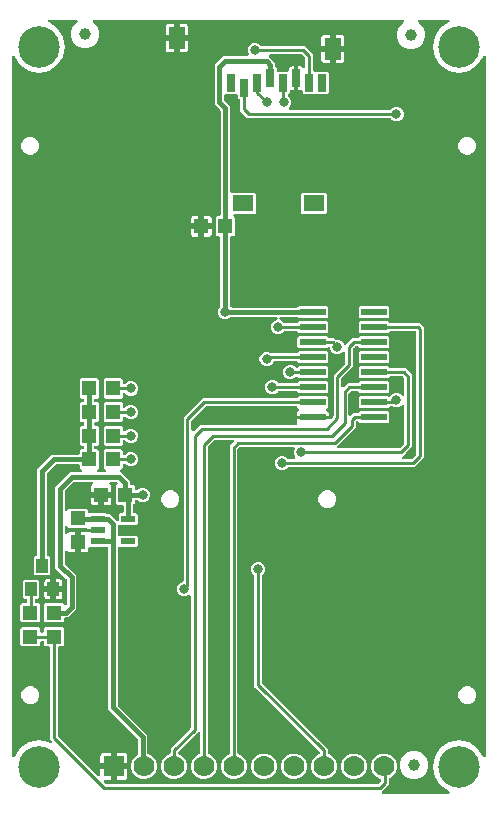
<source format=gbr>
G04 EAGLE Gerber RS-274X export*
G75*
%MOMM*%
%FSLAX34Y34*%
%LPD*%
%INTop Copper*%
%IPPOS*%
%AMOC8*
5,1,8,0,0,1.08239X$1,22.5*%
G01*
%ADD10C,1.000000*%
%ADD11C,3.516000*%
%ADD12R,1.200000X1.300000*%
%ADD13R,1.200000X0.550000*%
%ADD14R,1.300000X1.200000*%
%ADD15R,2.200000X0.600000*%
%ADD16R,1.400000X1.900000*%
%ADD17R,1.800000X1.400000*%
%ADD18R,0.700000X1.500000*%
%ADD19R,1.000000X1.200000*%
%ADD20R,1.778000X1.778000*%
%ADD21C,1.778000*%
%ADD22C,0.806400*%
%ADD23C,0.254000*%
%ADD24C,0.406400*%

G36*
X168796Y-353046D02*
X168796Y-353046D01*
X168901Y-353042D01*
X168954Y-353026D01*
X169008Y-353019D01*
X169105Y-352981D01*
X169205Y-352951D01*
X169253Y-352923D01*
X169304Y-352902D01*
X169388Y-352841D01*
X169478Y-352787D01*
X169517Y-352748D01*
X169561Y-352716D01*
X169628Y-352635D01*
X169701Y-352561D01*
X169729Y-352513D01*
X169764Y-352471D01*
X169809Y-352376D01*
X169861Y-352286D01*
X169876Y-352233D01*
X169900Y-352183D01*
X169919Y-352080D01*
X169948Y-351980D01*
X169949Y-351925D01*
X169959Y-351871D01*
X169953Y-351766D01*
X169956Y-351662D01*
X169943Y-351608D01*
X169940Y-351553D01*
X169907Y-351454D01*
X169884Y-351352D01*
X169859Y-351303D01*
X169842Y-351251D01*
X169786Y-351162D01*
X169738Y-351070D01*
X169701Y-351028D01*
X169672Y-350982D01*
X169595Y-350910D01*
X169526Y-350832D01*
X169456Y-350779D01*
X169440Y-350764D01*
X169427Y-350757D01*
X169398Y-350735D01*
X162125Y-345875D01*
X157320Y-338683D01*
X155632Y-330200D01*
X157320Y-321717D01*
X162125Y-314525D01*
X169317Y-309720D01*
X177800Y-308032D01*
X186283Y-309720D01*
X193475Y-314525D01*
X198335Y-321798D01*
X198403Y-321877D01*
X198464Y-321961D01*
X198507Y-321996D01*
X198543Y-322038D01*
X198629Y-322098D01*
X198709Y-322164D01*
X198759Y-322188D01*
X198805Y-322219D01*
X198903Y-322255D01*
X198997Y-322300D01*
X199051Y-322310D01*
X199103Y-322329D01*
X199207Y-322340D01*
X199310Y-322359D01*
X199365Y-322356D01*
X199419Y-322362D01*
X199523Y-322346D01*
X199627Y-322340D01*
X199679Y-322323D01*
X199734Y-322315D01*
X199830Y-322274D01*
X199929Y-322242D01*
X199976Y-322212D01*
X200027Y-322191D01*
X200110Y-322127D01*
X200198Y-322072D01*
X200236Y-322031D01*
X200280Y-321998D01*
X200345Y-321916D01*
X200416Y-321840D01*
X200443Y-321792D01*
X200477Y-321748D01*
X200519Y-321653D01*
X200570Y-321561D01*
X200583Y-321508D01*
X200606Y-321458D01*
X200623Y-321354D01*
X200649Y-321253D01*
X200655Y-321165D01*
X200658Y-321144D01*
X200657Y-321129D01*
X200659Y-321093D01*
X200659Y270293D01*
X200646Y270396D01*
X200642Y270501D01*
X200626Y270554D01*
X200619Y270608D01*
X200581Y270705D01*
X200551Y270805D01*
X200523Y270853D01*
X200502Y270904D01*
X200441Y270988D01*
X200387Y271078D01*
X200348Y271117D01*
X200316Y271161D01*
X200235Y271228D01*
X200161Y271301D01*
X200113Y271329D01*
X200071Y271364D01*
X199976Y271409D01*
X199886Y271461D01*
X199833Y271476D01*
X199783Y271500D01*
X199680Y271519D01*
X199580Y271548D01*
X199525Y271549D01*
X199471Y271559D01*
X199366Y271553D01*
X199262Y271556D01*
X199208Y271543D01*
X199153Y271540D01*
X199054Y271507D01*
X198952Y271484D01*
X198903Y271459D01*
X198851Y271442D01*
X198762Y271386D01*
X198670Y271338D01*
X198628Y271301D01*
X198582Y271272D01*
X198510Y271195D01*
X198432Y271126D01*
X198379Y271056D01*
X198364Y271040D01*
X198357Y271027D01*
X198335Y270998D01*
X193475Y263725D01*
X186283Y258920D01*
X177800Y257232D01*
X169317Y258920D01*
X162125Y263725D01*
X157320Y270917D01*
X155632Y279400D01*
X157320Y287883D01*
X162125Y295075D01*
X169398Y299935D01*
X169477Y300003D01*
X169561Y300064D01*
X169596Y300107D01*
X169638Y300143D01*
X169698Y300229D01*
X169764Y300309D01*
X169788Y300359D01*
X169819Y300405D01*
X169855Y300503D01*
X169900Y300597D01*
X169910Y300651D01*
X169929Y300703D01*
X169940Y300807D01*
X169959Y300910D01*
X169956Y300965D01*
X169962Y301019D01*
X169946Y301123D01*
X169940Y301227D01*
X169923Y301279D01*
X169915Y301334D01*
X169874Y301430D01*
X169842Y301529D01*
X169812Y301576D01*
X169791Y301627D01*
X169727Y301710D01*
X169672Y301798D01*
X169631Y301836D01*
X169598Y301880D01*
X169516Y301945D01*
X169440Y302016D01*
X169392Y302043D01*
X169348Y302077D01*
X169253Y302119D01*
X169161Y302170D01*
X169108Y302183D01*
X169058Y302206D01*
X168954Y302223D01*
X168853Y302249D01*
X168765Y302255D01*
X168744Y302258D01*
X168729Y302257D01*
X168693Y302259D01*
X144325Y302259D01*
X144256Y302251D01*
X144186Y302252D01*
X144099Y302231D01*
X144010Y302219D01*
X143945Y302194D01*
X143877Y302177D01*
X143797Y302135D01*
X143714Y302102D01*
X143658Y302061D01*
X143596Y302029D01*
X143529Y301968D01*
X143457Y301916D01*
X143412Y301862D01*
X143360Y301815D01*
X143311Y301740D01*
X143254Y301671D01*
X143224Y301607D01*
X143186Y301549D01*
X143157Y301464D01*
X143118Y301383D01*
X143105Y301314D01*
X143083Y301248D01*
X143075Y301159D01*
X143059Y301071D01*
X143063Y301001D01*
X143057Y300931D01*
X143073Y300843D01*
X143078Y300753D01*
X143100Y300687D01*
X143112Y300618D01*
X143149Y300536D01*
X143176Y300451D01*
X143214Y300392D01*
X143242Y300328D01*
X143298Y300258D01*
X143346Y300182D01*
X143397Y300134D01*
X143441Y300080D01*
X143513Y300025D01*
X143578Y299964D01*
X143639Y299930D01*
X143695Y299888D01*
X143840Y299817D01*
X143976Y299761D01*
X147361Y296376D01*
X149193Y291954D01*
X149193Y287166D01*
X147361Y282744D01*
X143976Y279359D01*
X139554Y277527D01*
X134766Y277527D01*
X130344Y279359D01*
X126959Y282744D01*
X125127Y287166D01*
X125127Y291954D01*
X126959Y296376D01*
X130344Y299761D01*
X130480Y299817D01*
X130541Y299852D01*
X130606Y299878D01*
X130679Y299930D01*
X130757Y299975D01*
X130807Y300024D01*
X130863Y300064D01*
X130921Y300134D01*
X130985Y300196D01*
X131022Y300256D01*
X131066Y300309D01*
X131104Y300391D01*
X131151Y300467D01*
X131172Y300534D01*
X131202Y300597D01*
X131219Y300685D01*
X131245Y300771D01*
X131248Y300841D01*
X131261Y300910D01*
X131256Y300999D01*
X131260Y301089D01*
X131246Y301157D01*
X131242Y301227D01*
X131214Y301312D01*
X131196Y301400D01*
X131165Y301463D01*
X131144Y301529D01*
X131096Y301605D01*
X131056Y301686D01*
X131011Y301739D01*
X130974Y301798D01*
X130908Y301860D01*
X130850Y301928D01*
X130793Y301968D01*
X130742Y302016D01*
X130663Y302059D01*
X130590Y302111D01*
X130525Y302136D01*
X130463Y302170D01*
X130376Y302192D01*
X130292Y302224D01*
X130223Y302232D01*
X130155Y302249D01*
X129995Y302259D01*
X-130748Y302259D01*
X-130886Y302242D01*
X-131025Y302229D01*
X-131044Y302222D01*
X-131064Y302219D01*
X-131193Y302168D01*
X-131324Y302121D01*
X-131341Y302110D01*
X-131359Y302102D01*
X-131472Y302021D01*
X-131587Y301943D01*
X-131600Y301927D01*
X-131617Y301916D01*
X-131706Y301808D01*
X-131797Y301704D01*
X-131807Y301686D01*
X-131820Y301671D01*
X-131879Y301545D01*
X-131942Y301421D01*
X-131946Y301401D01*
X-131955Y301383D01*
X-131981Y301247D01*
X-132012Y301111D01*
X-132011Y301090D01*
X-132015Y301071D01*
X-132006Y300932D01*
X-132002Y300793D01*
X-131996Y300773D01*
X-131995Y300753D01*
X-131952Y300621D01*
X-131914Y300487D01*
X-131903Y300470D01*
X-131897Y300451D01*
X-131822Y300333D01*
X-131752Y300213D01*
X-131734Y300192D01*
X-131727Y300182D01*
X-131712Y300168D01*
X-131646Y300093D01*
X-128289Y296736D01*
X-126457Y292313D01*
X-126457Y287526D01*
X-128289Y283104D01*
X-131674Y279719D01*
X-136096Y277887D01*
X-140884Y277887D01*
X-145306Y279719D01*
X-148691Y283104D01*
X-150523Y287526D01*
X-150523Y292314D01*
X-148691Y296736D01*
X-145334Y300093D01*
X-145249Y300202D01*
X-145160Y300309D01*
X-145152Y300328D01*
X-145139Y300344D01*
X-145084Y300472D01*
X-145025Y300597D01*
X-145021Y300617D01*
X-145013Y300636D01*
X-144991Y300774D01*
X-144965Y300910D01*
X-144966Y300930D01*
X-144963Y300950D01*
X-144976Y301089D01*
X-144985Y301227D01*
X-144991Y301246D01*
X-144993Y301266D01*
X-145040Y301398D01*
X-145083Y301529D01*
X-145094Y301547D01*
X-145101Y301566D01*
X-145179Y301681D01*
X-145253Y301798D01*
X-145268Y301812D01*
X-145279Y301829D01*
X-145383Y301921D01*
X-145485Y302016D01*
X-145502Y302026D01*
X-145518Y302039D01*
X-145642Y302103D01*
X-145763Y302170D01*
X-145783Y302175D01*
X-145801Y302184D01*
X-145937Y302214D01*
X-146071Y302249D01*
X-146099Y302251D01*
X-146111Y302254D01*
X-146132Y302253D01*
X-146232Y302259D01*
X-168693Y302259D01*
X-168796Y302246D01*
X-168901Y302242D01*
X-168954Y302226D01*
X-169008Y302219D01*
X-169105Y302181D01*
X-169205Y302151D01*
X-169253Y302123D01*
X-169304Y302102D01*
X-169388Y302041D01*
X-169478Y301987D01*
X-169517Y301948D01*
X-169561Y301916D01*
X-169628Y301835D01*
X-169701Y301761D01*
X-169729Y301713D01*
X-169764Y301671D01*
X-169809Y301576D01*
X-169861Y301486D01*
X-169876Y301433D01*
X-169900Y301383D01*
X-169919Y301280D01*
X-169948Y301180D01*
X-169949Y301125D01*
X-169959Y301071D01*
X-169953Y300966D01*
X-169956Y300862D01*
X-169943Y300808D01*
X-169940Y300753D01*
X-169907Y300654D01*
X-169884Y300552D01*
X-169859Y300503D01*
X-169842Y300451D01*
X-169786Y300362D01*
X-169738Y300270D01*
X-169701Y300228D01*
X-169672Y300182D01*
X-169595Y300110D01*
X-169526Y300032D01*
X-169456Y299979D01*
X-169440Y299964D01*
X-169427Y299957D01*
X-169398Y299935D01*
X-162125Y295075D01*
X-157320Y287883D01*
X-155632Y279400D01*
X-157320Y270917D01*
X-162125Y263725D01*
X-169317Y258920D01*
X-177800Y257232D01*
X-186283Y258920D01*
X-193475Y263725D01*
X-198335Y270998D01*
X-198403Y271077D01*
X-198464Y271161D01*
X-198507Y271196D01*
X-198543Y271238D01*
X-198629Y271298D01*
X-198709Y271364D01*
X-198759Y271388D01*
X-198805Y271419D01*
X-198903Y271455D01*
X-198997Y271500D01*
X-199051Y271510D01*
X-199103Y271529D01*
X-199207Y271540D01*
X-199310Y271559D01*
X-199365Y271556D01*
X-199419Y271562D01*
X-199523Y271546D01*
X-199627Y271540D01*
X-199679Y271523D01*
X-199734Y271515D01*
X-199830Y271474D01*
X-199929Y271442D01*
X-199976Y271412D01*
X-200027Y271391D01*
X-200110Y271327D01*
X-200198Y271272D01*
X-200236Y271231D01*
X-200280Y271198D01*
X-200345Y271116D01*
X-200416Y271040D01*
X-200443Y270992D01*
X-200477Y270948D01*
X-200519Y270853D01*
X-200570Y270761D01*
X-200583Y270708D01*
X-200606Y270658D01*
X-200623Y270554D01*
X-200649Y270453D01*
X-200655Y270365D01*
X-200658Y270344D01*
X-200657Y270329D01*
X-200659Y270293D01*
X-200659Y-321093D01*
X-200646Y-321196D01*
X-200642Y-321301D01*
X-200626Y-321354D01*
X-200619Y-321408D01*
X-200581Y-321505D01*
X-200551Y-321605D01*
X-200523Y-321653D01*
X-200502Y-321704D01*
X-200441Y-321788D01*
X-200387Y-321878D01*
X-200348Y-321917D01*
X-200316Y-321961D01*
X-200235Y-322028D01*
X-200161Y-322101D01*
X-200113Y-322129D01*
X-200071Y-322164D01*
X-199976Y-322209D01*
X-199886Y-322261D01*
X-199833Y-322276D01*
X-199783Y-322300D01*
X-199680Y-322319D01*
X-199580Y-322348D01*
X-199525Y-322349D01*
X-199471Y-322359D01*
X-199366Y-322353D01*
X-199262Y-322356D01*
X-199208Y-322343D01*
X-199153Y-322340D01*
X-199054Y-322307D01*
X-198952Y-322284D01*
X-198903Y-322259D01*
X-198851Y-322242D01*
X-198762Y-322186D01*
X-198670Y-322138D01*
X-198628Y-322101D01*
X-198582Y-322072D01*
X-198510Y-321995D01*
X-198432Y-321926D01*
X-198379Y-321856D01*
X-198364Y-321840D01*
X-198357Y-321827D01*
X-198335Y-321798D01*
X-193475Y-314525D01*
X-186283Y-309720D01*
X-177800Y-308032D01*
X-169317Y-309720D01*
X-168593Y-310203D01*
X-168562Y-310219D01*
X-168534Y-310240D01*
X-168420Y-310289D01*
X-168309Y-310345D01*
X-168275Y-310352D01*
X-168243Y-310366D01*
X-168120Y-310386D01*
X-167998Y-310412D01*
X-167963Y-310411D01*
X-167928Y-310416D01*
X-167805Y-310405D01*
X-167680Y-310400D01*
X-167647Y-310390D01*
X-167612Y-310386D01*
X-167495Y-310344D01*
X-167375Y-310309D01*
X-167345Y-310291D01*
X-167313Y-310279D01*
X-167210Y-310209D01*
X-167103Y-310145D01*
X-167078Y-310120D01*
X-167049Y-310100D01*
X-166967Y-310007D01*
X-166880Y-309918D01*
X-166862Y-309888D01*
X-166839Y-309862D01*
X-166782Y-309751D01*
X-166720Y-309643D01*
X-166710Y-309610D01*
X-166694Y-309579D01*
X-166667Y-309457D01*
X-166633Y-309337D01*
X-166632Y-309302D01*
X-166625Y-309268D01*
X-166628Y-309144D01*
X-166625Y-309019D01*
X-166633Y-308985D01*
X-166634Y-308950D01*
X-166669Y-308830D01*
X-166697Y-308710D01*
X-166713Y-308679D01*
X-166723Y-308645D01*
X-166786Y-308538D01*
X-166843Y-308427D01*
X-166867Y-308401D01*
X-166884Y-308371D01*
X-166991Y-308250D01*
X-168303Y-306938D01*
X-168303Y-229462D01*
X-168318Y-229344D01*
X-168325Y-229225D01*
X-168338Y-229187D01*
X-168343Y-229146D01*
X-168386Y-229036D01*
X-168423Y-228923D01*
X-168445Y-228888D01*
X-168460Y-228851D01*
X-168529Y-228755D01*
X-168593Y-228654D01*
X-168623Y-228626D01*
X-168646Y-228593D01*
X-168738Y-228517D01*
X-168825Y-228436D01*
X-168860Y-228416D01*
X-168891Y-228391D01*
X-168999Y-228340D01*
X-169103Y-228282D01*
X-169143Y-228272D01*
X-169179Y-228255D01*
X-169296Y-228233D01*
X-169411Y-228203D01*
X-169471Y-228199D01*
X-169491Y-228195D01*
X-169512Y-228197D01*
X-169572Y-228193D01*
X-172342Y-228193D01*
X-173533Y-227002D01*
X-173533Y-224732D01*
X-173548Y-224614D01*
X-173555Y-224495D01*
X-173568Y-224457D01*
X-173573Y-224416D01*
X-173616Y-224306D01*
X-173653Y-224193D01*
X-173675Y-224158D01*
X-173690Y-224121D01*
X-173759Y-224025D01*
X-173823Y-223924D01*
X-173853Y-223896D01*
X-173876Y-223863D01*
X-173968Y-223787D01*
X-174055Y-223706D01*
X-174090Y-223686D01*
X-174121Y-223661D01*
X-174229Y-223610D01*
X-174333Y-223552D01*
X-174373Y-223542D01*
X-174409Y-223525D01*
X-174526Y-223503D01*
X-174641Y-223473D01*
X-174701Y-223469D01*
X-174721Y-223465D01*
X-174742Y-223467D01*
X-174802Y-223463D01*
X-175198Y-223463D01*
X-175316Y-223478D01*
X-175435Y-223485D01*
X-175473Y-223498D01*
X-175514Y-223503D01*
X-175624Y-223546D01*
X-175737Y-223583D01*
X-175772Y-223605D01*
X-175809Y-223620D01*
X-175905Y-223689D01*
X-176006Y-223753D01*
X-176034Y-223783D01*
X-176067Y-223806D01*
X-176143Y-223898D01*
X-176224Y-223985D01*
X-176244Y-224020D01*
X-176269Y-224051D01*
X-176320Y-224159D01*
X-176378Y-224263D01*
X-176388Y-224303D01*
X-176405Y-224339D01*
X-176427Y-224456D01*
X-176457Y-224571D01*
X-176461Y-224631D01*
X-176465Y-224651D01*
X-176463Y-224672D01*
X-176467Y-224732D01*
X-176467Y-227002D01*
X-177658Y-228193D01*
X-192342Y-228193D01*
X-193533Y-227002D01*
X-193533Y-213318D01*
X-192342Y-212127D01*
X-177658Y-212127D01*
X-176467Y-213318D01*
X-176467Y-215588D01*
X-176452Y-215706D01*
X-176445Y-215825D01*
X-176432Y-215863D01*
X-176427Y-215904D01*
X-176384Y-216014D01*
X-176347Y-216127D01*
X-176325Y-216162D01*
X-176310Y-216199D01*
X-176241Y-216295D01*
X-176177Y-216396D01*
X-176147Y-216424D01*
X-176124Y-216457D01*
X-176032Y-216533D01*
X-175945Y-216614D01*
X-175910Y-216634D01*
X-175879Y-216659D01*
X-175771Y-216710D01*
X-175667Y-216768D01*
X-175627Y-216778D01*
X-175591Y-216795D01*
X-175474Y-216817D01*
X-175359Y-216847D01*
X-175299Y-216851D01*
X-175279Y-216855D01*
X-175258Y-216853D01*
X-175198Y-216857D01*
X-174802Y-216857D01*
X-174684Y-216842D01*
X-174565Y-216835D01*
X-174527Y-216822D01*
X-174486Y-216817D01*
X-174376Y-216774D01*
X-174263Y-216737D01*
X-174228Y-216715D01*
X-174191Y-216700D01*
X-174095Y-216631D01*
X-173994Y-216567D01*
X-173966Y-216537D01*
X-173933Y-216514D01*
X-173857Y-216422D01*
X-173776Y-216335D01*
X-173756Y-216300D01*
X-173731Y-216269D01*
X-173680Y-216161D01*
X-173622Y-216057D01*
X-173612Y-216017D01*
X-173595Y-215981D01*
X-173573Y-215864D01*
X-173543Y-215749D01*
X-173539Y-215689D01*
X-173535Y-215669D01*
X-173537Y-215648D01*
X-173533Y-215588D01*
X-173533Y-213318D01*
X-172342Y-212127D01*
X-157658Y-212127D01*
X-156467Y-213318D01*
X-156467Y-227002D01*
X-157658Y-228193D01*
X-160428Y-228193D01*
X-160546Y-228208D01*
X-160665Y-228215D01*
X-160703Y-228228D01*
X-160744Y-228233D01*
X-160854Y-228276D01*
X-160967Y-228313D01*
X-161002Y-228335D01*
X-161039Y-228350D01*
X-161135Y-228419D01*
X-161236Y-228483D01*
X-161264Y-228513D01*
X-161297Y-228536D01*
X-161373Y-228628D01*
X-161454Y-228715D01*
X-161474Y-228750D01*
X-161499Y-228781D01*
X-161550Y-228889D01*
X-161608Y-228993D01*
X-161618Y-229033D01*
X-161635Y-229069D01*
X-161657Y-229186D01*
X-161687Y-229301D01*
X-161691Y-229361D01*
X-161695Y-229381D01*
X-161693Y-229402D01*
X-161697Y-229462D01*
X-161697Y-303676D01*
X-161685Y-303774D01*
X-161682Y-303873D01*
X-161665Y-303932D01*
X-161657Y-303992D01*
X-161621Y-304084D01*
X-161593Y-304179D01*
X-161563Y-304231D01*
X-161540Y-304287D01*
X-161482Y-304367D01*
X-161432Y-304453D01*
X-161366Y-304528D01*
X-161354Y-304545D01*
X-161344Y-304553D01*
X-161326Y-304574D01*
X-127897Y-338002D01*
X-127788Y-338087D01*
X-127681Y-338176D01*
X-127662Y-338184D01*
X-127646Y-338197D01*
X-127518Y-338252D01*
X-127393Y-338311D01*
X-127373Y-338315D01*
X-127354Y-338323D01*
X-127216Y-338345D01*
X-127080Y-338371D01*
X-127060Y-338370D01*
X-127040Y-338373D01*
X-126901Y-338360D01*
X-126763Y-338351D01*
X-126744Y-338345D01*
X-126724Y-338343D01*
X-126592Y-338296D01*
X-126461Y-338253D01*
X-126443Y-338242D01*
X-126424Y-338235D01*
X-126309Y-338157D01*
X-126192Y-338083D01*
X-126178Y-338068D01*
X-126161Y-338057D01*
X-126069Y-337953D01*
X-125974Y-337851D01*
X-125964Y-337834D01*
X-125951Y-337818D01*
X-125887Y-337695D01*
X-125820Y-337573D01*
X-125815Y-337553D01*
X-125806Y-337535D01*
X-125776Y-337399D01*
X-125741Y-337265D01*
X-125739Y-337237D01*
X-125736Y-337225D01*
X-125737Y-337204D01*
X-125731Y-337104D01*
X-125731Y-332499D01*
X-116799Y-332499D01*
X-116799Y-341431D01*
X-121404Y-341431D01*
X-121542Y-341448D01*
X-121681Y-341461D01*
X-121700Y-341468D01*
X-121720Y-341471D01*
X-121849Y-341522D01*
X-121980Y-341569D01*
X-121997Y-341580D01*
X-122015Y-341588D01*
X-122128Y-341669D01*
X-122243Y-341747D01*
X-122256Y-341763D01*
X-122273Y-341774D01*
X-122362Y-341882D01*
X-122454Y-341986D01*
X-122463Y-342004D01*
X-122476Y-342019D01*
X-122535Y-342145D01*
X-122598Y-342269D01*
X-122603Y-342289D01*
X-122611Y-342307D01*
X-122637Y-342444D01*
X-122668Y-342579D01*
X-122667Y-342600D01*
X-122671Y-342619D01*
X-122662Y-342758D01*
X-122658Y-342897D01*
X-122652Y-342917D01*
X-122651Y-342937D01*
X-122608Y-343069D01*
X-122570Y-343203D01*
X-122559Y-343220D01*
X-122553Y-343239D01*
X-122479Y-343357D01*
X-122408Y-343477D01*
X-122390Y-343498D01*
X-122383Y-343508D01*
X-122368Y-343522D01*
X-122302Y-343597D01*
X-121574Y-344326D01*
X-121496Y-344386D01*
X-121423Y-344454D01*
X-121370Y-344483D01*
X-121322Y-344520D01*
X-121232Y-344560D01*
X-121145Y-344608D01*
X-121086Y-344623D01*
X-121031Y-344647D01*
X-120933Y-344662D01*
X-120837Y-344687D01*
X-120737Y-344693D01*
X-120716Y-344697D01*
X-120704Y-344695D01*
X-120676Y-344697D01*
X109106Y-344697D01*
X109204Y-344685D01*
X109303Y-344682D01*
X109362Y-344665D01*
X109422Y-344657D01*
X109514Y-344621D01*
X109609Y-344593D01*
X109661Y-344563D01*
X109717Y-344540D01*
X109797Y-344482D01*
X109883Y-344432D01*
X109958Y-344366D01*
X109975Y-344354D01*
X109983Y-344344D01*
X110004Y-344326D01*
X111326Y-343004D01*
X111386Y-342925D01*
X111454Y-342853D01*
X111483Y-342800D01*
X111520Y-342752D01*
X111560Y-342661D01*
X111608Y-342575D01*
X111623Y-342516D01*
X111647Y-342461D01*
X111662Y-342363D01*
X111687Y-342267D01*
X111693Y-342167D01*
X111697Y-342146D01*
X111695Y-342134D01*
X111697Y-342106D01*
X111697Y-341593D01*
X111694Y-341563D01*
X111696Y-341534D01*
X111676Y-341421D01*
X111675Y-341399D01*
X111671Y-341388D01*
X111657Y-341277D01*
X111647Y-341250D01*
X111642Y-341221D01*
X111588Y-341102D01*
X111540Y-340981D01*
X111523Y-340958D01*
X111511Y-340931D01*
X111430Y-340829D01*
X111354Y-340724D01*
X111331Y-340705D01*
X111312Y-340682D01*
X111209Y-340604D01*
X111109Y-340521D01*
X111082Y-340509D01*
X111058Y-340491D01*
X110914Y-340420D01*
X108113Y-339260D01*
X105040Y-336187D01*
X103377Y-332173D01*
X103377Y-327827D01*
X105040Y-323813D01*
X108113Y-320740D01*
X112127Y-319077D01*
X116473Y-319077D01*
X120487Y-320740D01*
X123560Y-323813D01*
X125223Y-327827D01*
X125223Y-332173D01*
X123560Y-336187D01*
X120487Y-339260D01*
X119086Y-339840D01*
X119061Y-339855D01*
X119033Y-339864D01*
X118923Y-339933D01*
X118810Y-339998D01*
X118789Y-340018D01*
X118764Y-340034D01*
X118675Y-340129D01*
X118582Y-340219D01*
X118566Y-340244D01*
X118546Y-340266D01*
X118483Y-340379D01*
X118415Y-340490D01*
X118407Y-340518D01*
X118392Y-340544D01*
X118360Y-340670D01*
X118322Y-340794D01*
X118320Y-340823D01*
X118313Y-340852D01*
X118303Y-341013D01*
X118303Y-345368D01*
X115996Y-347674D01*
X112778Y-350893D01*
X112693Y-351002D01*
X112604Y-351109D01*
X112596Y-351128D01*
X112583Y-351144D01*
X112528Y-351272D01*
X112469Y-351397D01*
X112465Y-351417D01*
X112457Y-351436D01*
X112435Y-351574D01*
X112409Y-351710D01*
X112410Y-351730D01*
X112407Y-351750D01*
X112420Y-351889D01*
X112429Y-352027D01*
X112435Y-352046D01*
X112437Y-352066D01*
X112484Y-352198D01*
X112527Y-352329D01*
X112538Y-352347D01*
X112545Y-352366D01*
X112623Y-352481D01*
X112697Y-352598D01*
X112712Y-352612D01*
X112723Y-352629D01*
X112827Y-352721D01*
X112929Y-352816D01*
X112946Y-352826D01*
X112962Y-352839D01*
X113086Y-352903D01*
X113207Y-352970D01*
X113227Y-352975D01*
X113245Y-352984D01*
X113381Y-353014D01*
X113515Y-353049D01*
X113543Y-353051D01*
X113555Y-353054D01*
X113576Y-353053D01*
X113676Y-353059D01*
X168693Y-353059D01*
X168796Y-353046D01*
G37*
%LPC*%
G36*
X-65673Y-340923D02*
X-65673Y-340923D01*
X-69687Y-339260D01*
X-72760Y-336187D01*
X-74423Y-332173D01*
X-74423Y-327827D01*
X-72760Y-323813D01*
X-69687Y-320740D01*
X-67086Y-319663D01*
X-67061Y-319648D01*
X-67033Y-319639D01*
X-66923Y-319570D01*
X-66810Y-319505D01*
X-66789Y-319485D01*
X-66764Y-319469D01*
X-66675Y-319374D01*
X-66582Y-319284D01*
X-66566Y-319259D01*
X-66546Y-319237D01*
X-66483Y-319124D01*
X-66415Y-319013D01*
X-66407Y-318985D01*
X-66392Y-318959D01*
X-66360Y-318833D01*
X-66322Y-318709D01*
X-66320Y-318679D01*
X-66313Y-318651D01*
X-66303Y-318490D01*
X-66303Y-314632D01*
X-49674Y-298004D01*
X-49614Y-297925D01*
X-49546Y-297853D01*
X-49517Y-297800D01*
X-49480Y-297752D01*
X-49440Y-297661D01*
X-49392Y-297575D01*
X-49377Y-297516D01*
X-49353Y-297461D01*
X-49338Y-297363D01*
X-49313Y-297267D01*
X-49307Y-297167D01*
X-49303Y-297146D01*
X-49305Y-297134D01*
X-49303Y-297106D01*
X-49303Y-185944D01*
X-49320Y-185806D01*
X-49333Y-185667D01*
X-49340Y-185648D01*
X-49343Y-185628D01*
X-49394Y-185499D01*
X-49441Y-185368D01*
X-49452Y-185351D01*
X-49460Y-185333D01*
X-49541Y-185220D01*
X-49619Y-185105D01*
X-49635Y-185092D01*
X-49646Y-185075D01*
X-49754Y-184986D01*
X-49858Y-184895D01*
X-49876Y-184885D01*
X-49891Y-184872D01*
X-50017Y-184813D01*
X-50141Y-184750D01*
X-50161Y-184745D01*
X-50179Y-184737D01*
X-50315Y-184711D01*
X-50451Y-184680D01*
X-50472Y-184681D01*
X-50491Y-184677D01*
X-50630Y-184686D01*
X-50769Y-184690D01*
X-50789Y-184696D01*
X-50809Y-184697D01*
X-50941Y-184740D01*
X-51075Y-184778D01*
X-51092Y-184789D01*
X-51111Y-184795D01*
X-51229Y-184869D01*
X-51349Y-184940D01*
X-51370Y-184958D01*
X-51380Y-184965D01*
X-51394Y-184980D01*
X-51470Y-185046D01*
X-51565Y-185141D01*
X-53794Y-186065D01*
X-56206Y-186065D01*
X-58435Y-185141D01*
X-60141Y-183435D01*
X-61065Y-181206D01*
X-61065Y-178794D01*
X-60141Y-176565D01*
X-58435Y-174859D01*
X-56086Y-173886D01*
X-56061Y-173871D01*
X-56033Y-173862D01*
X-55923Y-173792D01*
X-55810Y-173728D01*
X-55789Y-173707D01*
X-55764Y-173692D01*
X-55675Y-173597D01*
X-55582Y-173507D01*
X-55566Y-173482D01*
X-55546Y-173460D01*
X-55483Y-173346D01*
X-55415Y-173236D01*
X-55407Y-173207D01*
X-55392Y-173182D01*
X-55360Y-173056D01*
X-55322Y-172932D01*
X-55320Y-172902D01*
X-55313Y-172874D01*
X-55303Y-172713D01*
X-55303Y-34632D01*
X-39118Y-18447D01*
X39902Y-18447D01*
X40000Y-18435D01*
X40099Y-18432D01*
X40158Y-18415D01*
X40218Y-18407D01*
X40310Y-18371D01*
X40405Y-18343D01*
X40457Y-18313D01*
X40513Y-18290D01*
X40594Y-18232D01*
X40679Y-18182D01*
X40754Y-18116D01*
X40771Y-18104D01*
X40779Y-18094D01*
X40800Y-18076D01*
X42158Y-16717D01*
X65842Y-16717D01*
X67033Y-17908D01*
X67033Y-25592D01*
X65604Y-27020D01*
X65527Y-27120D01*
X65445Y-27215D01*
X65430Y-27245D01*
X65409Y-27272D01*
X65359Y-27387D01*
X65304Y-27499D01*
X65297Y-27532D01*
X65283Y-27563D01*
X65263Y-27688D01*
X65237Y-27811D01*
X65239Y-27844D01*
X65233Y-27877D01*
X65245Y-28003D01*
X65250Y-28128D01*
X65260Y-28161D01*
X65263Y-28194D01*
X65306Y-28312D01*
X65342Y-28433D01*
X65359Y-28462D01*
X65371Y-28493D01*
X65441Y-28597D01*
X65506Y-28705D01*
X65530Y-28729D01*
X65549Y-28757D01*
X65644Y-28840D01*
X65733Y-28928D01*
X65774Y-28955D01*
X65788Y-28967D01*
X65807Y-28977D01*
X65867Y-29017D01*
X66560Y-29417D01*
X67033Y-29890D01*
X67368Y-30469D01*
X67541Y-31116D01*
X67541Y-32951D01*
X54230Y-32951D01*
X54112Y-32966D01*
X53993Y-32973D01*
X53986Y-32975D01*
X53930Y-32961D01*
X53870Y-32957D01*
X53850Y-32953D01*
X53830Y-32955D01*
X53770Y-32951D01*
X40459Y-32951D01*
X40459Y-31116D01*
X40632Y-30469D01*
X40967Y-29890D01*
X41440Y-29417D01*
X42133Y-29017D01*
X42233Y-28941D01*
X42337Y-28870D01*
X42359Y-28845D01*
X42386Y-28825D01*
X42464Y-28726D01*
X42547Y-28632D01*
X42563Y-28602D01*
X42584Y-28576D01*
X42635Y-28460D01*
X42692Y-28349D01*
X42699Y-28316D01*
X42713Y-28285D01*
X42734Y-28161D01*
X42762Y-28038D01*
X42761Y-28005D01*
X42766Y-27971D01*
X42756Y-27846D01*
X42752Y-27721D01*
X42743Y-27688D01*
X42740Y-27655D01*
X42698Y-27536D01*
X42664Y-27415D01*
X42646Y-27386D01*
X42635Y-27354D01*
X42566Y-27249D01*
X42502Y-27141D01*
X42470Y-27104D01*
X42460Y-27089D01*
X42443Y-27075D01*
X42396Y-27020D01*
X40800Y-25424D01*
X40721Y-25364D01*
X40649Y-25296D01*
X40596Y-25267D01*
X40548Y-25230D01*
X40458Y-25190D01*
X40371Y-25142D01*
X40312Y-25127D01*
X40257Y-25103D01*
X40159Y-25088D01*
X40063Y-25063D01*
X39963Y-25057D01*
X39943Y-25053D01*
X39930Y-25055D01*
X39902Y-25053D01*
X-35856Y-25053D01*
X-35954Y-25065D01*
X-36053Y-25068D01*
X-36112Y-25085D01*
X-36172Y-25093D01*
X-36264Y-25129D01*
X-36359Y-25157D01*
X-36411Y-25187D01*
X-36467Y-25210D01*
X-36547Y-25268D01*
X-36633Y-25318D01*
X-36708Y-25384D01*
X-36725Y-25396D01*
X-36733Y-25406D01*
X-36754Y-25424D01*
X-48326Y-36996D01*
X-48386Y-37075D01*
X-48454Y-37147D01*
X-48483Y-37200D01*
X-48520Y-37248D01*
X-48560Y-37339D01*
X-48608Y-37425D01*
X-48623Y-37484D01*
X-48647Y-37539D01*
X-48662Y-37637D01*
X-48687Y-37733D01*
X-48693Y-37833D01*
X-48697Y-37854D01*
X-48695Y-37866D01*
X-48697Y-37894D01*
X-48697Y-44962D01*
X-48680Y-45100D01*
X-48667Y-45239D01*
X-48660Y-45258D01*
X-48657Y-45278D01*
X-48606Y-45407D01*
X-48559Y-45538D01*
X-48548Y-45555D01*
X-48540Y-45573D01*
X-48459Y-45686D01*
X-48381Y-45801D01*
X-48365Y-45814D01*
X-48354Y-45831D01*
X-48246Y-45920D01*
X-48142Y-46012D01*
X-48124Y-46021D01*
X-48109Y-46034D01*
X-47983Y-46093D01*
X-47859Y-46156D01*
X-47839Y-46161D01*
X-47821Y-46169D01*
X-47685Y-46195D01*
X-47549Y-46226D01*
X-47528Y-46225D01*
X-47509Y-46229D01*
X-47370Y-46220D01*
X-47231Y-46216D01*
X-47211Y-46210D01*
X-47191Y-46209D01*
X-47059Y-46166D01*
X-46925Y-46128D01*
X-46908Y-46117D01*
X-46889Y-46111D01*
X-46771Y-46037D01*
X-46651Y-45966D01*
X-46630Y-45948D01*
X-46620Y-45941D01*
X-46606Y-45926D01*
X-46531Y-45860D01*
X-41368Y-40697D01*
X39743Y-40697D01*
X39874Y-40681D01*
X40006Y-40670D01*
X40031Y-40661D01*
X40058Y-40657D01*
X40181Y-40609D01*
X40306Y-40565D01*
X40329Y-40550D01*
X40354Y-40540D01*
X40461Y-40463D01*
X40571Y-40389D01*
X40589Y-40369D01*
X40611Y-40354D01*
X40696Y-40251D01*
X40784Y-40153D01*
X40797Y-40129D01*
X40814Y-40109D01*
X40870Y-39989D01*
X40932Y-39872D01*
X40938Y-39845D01*
X40950Y-39821D01*
X40974Y-39691D01*
X41005Y-39562D01*
X41004Y-39535D01*
X41009Y-39509D01*
X41001Y-39377D01*
X40998Y-39244D01*
X40991Y-39218D01*
X40990Y-39191D01*
X40949Y-39065D01*
X40913Y-38938D01*
X40896Y-38903D01*
X40892Y-38889D01*
X40880Y-38870D01*
X40842Y-38793D01*
X40632Y-38431D01*
X40459Y-37784D01*
X40459Y-35949D01*
X53770Y-35949D01*
X53888Y-35934D01*
X54007Y-35927D01*
X54014Y-35925D01*
X54070Y-35939D01*
X54130Y-35943D01*
X54150Y-35947D01*
X54170Y-35945D01*
X54230Y-35949D01*
X68512Y-35949D01*
X68554Y-35957D01*
X68689Y-35988D01*
X68710Y-35987D01*
X68729Y-35991D01*
X68868Y-35982D01*
X69007Y-35978D01*
X69027Y-35972D01*
X69047Y-35971D01*
X69179Y-35928D01*
X69313Y-35890D01*
X69330Y-35879D01*
X69349Y-35873D01*
X69467Y-35799D01*
X69587Y-35728D01*
X69608Y-35710D01*
X69618Y-35703D01*
X69632Y-35688D01*
X69707Y-35622D01*
X71326Y-34004D01*
X71386Y-33925D01*
X71454Y-33853D01*
X71483Y-33800D01*
X71520Y-33752D01*
X71560Y-33661D01*
X71608Y-33575D01*
X71623Y-33516D01*
X71647Y-33461D01*
X71662Y-33363D01*
X71687Y-33267D01*
X71693Y-33167D01*
X71697Y-33146D01*
X71695Y-33134D01*
X71697Y-33106D01*
X71697Y1368D01*
X81326Y10996D01*
X81386Y11075D01*
X81454Y11147D01*
X81483Y11200D01*
X81520Y11248D01*
X81560Y11339D01*
X81608Y11425D01*
X81623Y11484D01*
X81647Y11539D01*
X81662Y11637D01*
X81687Y11733D01*
X81693Y11833D01*
X81697Y11854D01*
X81695Y11866D01*
X81697Y11894D01*
X81697Y20056D01*
X81680Y20194D01*
X81667Y20333D01*
X81660Y20352D01*
X81657Y20372D01*
X81606Y20501D01*
X81559Y20632D01*
X81548Y20649D01*
X81540Y20667D01*
X81459Y20780D01*
X81381Y20895D01*
X81365Y20908D01*
X81354Y20925D01*
X81246Y21014D01*
X81142Y21105D01*
X81124Y21115D01*
X81109Y21128D01*
X80983Y21187D01*
X80859Y21250D01*
X80839Y21254D01*
X80821Y21263D01*
X80684Y21289D01*
X80549Y21320D01*
X80528Y21319D01*
X80509Y21323D01*
X80370Y21314D01*
X80231Y21310D01*
X80211Y21304D01*
X80191Y21303D01*
X80059Y21260D01*
X79925Y21222D01*
X79908Y21211D01*
X79889Y21205D01*
X79771Y21131D01*
X79651Y21060D01*
X79630Y21042D01*
X79620Y21035D01*
X79606Y21020D01*
X79531Y20954D01*
X78435Y19859D01*
X76206Y18935D01*
X73794Y18935D01*
X71565Y19859D01*
X69859Y21565D01*
X68935Y23794D01*
X68935Y24046D01*
X68918Y24184D01*
X68905Y24323D01*
X68898Y24342D01*
X68895Y24362D01*
X68844Y24491D01*
X68797Y24622D01*
X68786Y24639D01*
X68778Y24658D01*
X68697Y24770D01*
X68619Y24885D01*
X68603Y24898D01*
X68592Y24915D01*
X68484Y25004D01*
X68380Y25096D01*
X68362Y25105D01*
X68347Y25118D01*
X68221Y25177D01*
X68097Y25240D01*
X68077Y25245D01*
X68059Y25253D01*
X67922Y25279D01*
X67787Y25310D01*
X67766Y25309D01*
X67747Y25313D01*
X67608Y25304D01*
X67469Y25300D01*
X67449Y25295D01*
X67429Y25293D01*
X67297Y25251D01*
X67163Y25212D01*
X67146Y25201D01*
X67127Y25195D01*
X67009Y25121D01*
X66889Y25050D01*
X66868Y25032D01*
X66858Y25025D01*
X66844Y25010D01*
X66769Y24944D01*
X65842Y24017D01*
X42158Y24017D01*
X40967Y25208D01*
X40967Y32892D01*
X42158Y34083D01*
X65842Y34083D01*
X67200Y32724D01*
X67279Y32664D01*
X67351Y32596D01*
X67404Y32567D01*
X67452Y32530D01*
X67542Y32490D01*
X67629Y32442D01*
X67688Y32427D01*
X67743Y32403D01*
X67841Y32388D01*
X67937Y32363D01*
X68037Y32357D01*
X68057Y32353D01*
X68070Y32355D01*
X68098Y32353D01*
X72318Y32353D01*
X73234Y31436D01*
X73313Y31376D01*
X73385Y31308D01*
X73438Y31279D01*
X73486Y31242D01*
X73577Y31202D01*
X73663Y31154D01*
X73722Y31139D01*
X73777Y31115D01*
X73875Y31100D01*
X73971Y31075D01*
X74071Y31069D01*
X74092Y31065D01*
X74104Y31067D01*
X74132Y31065D01*
X76206Y31065D01*
X78435Y30141D01*
X80141Y28435D01*
X80476Y27628D01*
X80500Y27585D01*
X80517Y27538D01*
X80579Y27447D01*
X80633Y27352D01*
X80668Y27317D01*
X80696Y27275D01*
X80778Y27203D01*
X80855Y27124D01*
X80897Y27098D01*
X80934Y27065D01*
X81032Y27015D01*
X81126Y26957D01*
X81173Y26943D01*
X81217Y26920D01*
X81325Y26896D01*
X81430Y26864D01*
X81479Y26861D01*
X81528Y26851D01*
X81638Y26854D01*
X81747Y26849D01*
X81796Y26859D01*
X81846Y26860D01*
X81951Y26891D01*
X82059Y26913D01*
X82103Y26935D01*
X82151Y26949D01*
X82246Y27004D01*
X82344Y27053D01*
X82382Y27085D01*
X82425Y27110D01*
X82546Y27217D01*
X84004Y28674D01*
X87682Y32353D01*
X91902Y32353D01*
X92000Y32365D01*
X92099Y32368D01*
X92158Y32385D01*
X92218Y32393D01*
X92310Y32429D01*
X92405Y32457D01*
X92457Y32487D01*
X92513Y32510D01*
X92594Y32568D01*
X92679Y32618D01*
X92754Y32684D01*
X92771Y32696D01*
X92779Y32706D01*
X92800Y32724D01*
X94158Y34083D01*
X117842Y34083D01*
X119033Y32892D01*
X119033Y25208D01*
X117842Y24017D01*
X94158Y24017D01*
X92800Y25376D01*
X92721Y25436D01*
X92649Y25504D01*
X92596Y25533D01*
X92548Y25570D01*
X92458Y25610D01*
X92371Y25658D01*
X92312Y25673D01*
X92257Y25697D01*
X92159Y25712D01*
X92063Y25737D01*
X91963Y25743D01*
X91943Y25747D01*
X91930Y25745D01*
X91902Y25747D01*
X90944Y25747D01*
X90846Y25735D01*
X90747Y25732D01*
X90688Y25715D01*
X90628Y25707D01*
X90536Y25671D01*
X90441Y25643D01*
X90389Y25613D01*
X90333Y25590D01*
X90253Y25532D01*
X90167Y25482D01*
X90092Y25416D01*
X90075Y25404D01*
X90067Y25394D01*
X90046Y25376D01*
X88674Y24004D01*
X88614Y23925D01*
X88546Y23853D01*
X88517Y23800D01*
X88480Y23752D01*
X88440Y23661D01*
X88392Y23575D01*
X88377Y23516D01*
X88353Y23461D01*
X88338Y23363D01*
X88313Y23267D01*
X88307Y23167D01*
X88303Y23146D01*
X88305Y23134D01*
X88303Y23106D01*
X88303Y8632D01*
X78674Y-996D01*
X78614Y-1075D01*
X78546Y-1147D01*
X78517Y-1200D01*
X78480Y-1248D01*
X78440Y-1339D01*
X78392Y-1425D01*
X78377Y-1484D01*
X78353Y-1539D01*
X78338Y-1637D01*
X78313Y-1733D01*
X78307Y-1833D01*
X78303Y-1854D01*
X78305Y-1866D01*
X78303Y-1894D01*
X78303Y-7962D01*
X78320Y-8100D01*
X78333Y-8239D01*
X78340Y-8258D01*
X78343Y-8278D01*
X78394Y-8407D01*
X78441Y-8538D01*
X78452Y-8555D01*
X78460Y-8573D01*
X78541Y-8686D01*
X78619Y-8801D01*
X78635Y-8814D01*
X78646Y-8831D01*
X78754Y-8920D01*
X78858Y-9012D01*
X78876Y-9021D01*
X78891Y-9034D01*
X79017Y-9093D01*
X79141Y-9156D01*
X79161Y-9161D01*
X79179Y-9169D01*
X79315Y-9195D01*
X79451Y-9226D01*
X79472Y-9225D01*
X79491Y-9229D01*
X79630Y-9220D01*
X79769Y-9216D01*
X79789Y-9210D01*
X79809Y-9209D01*
X79941Y-9166D01*
X80075Y-9128D01*
X80092Y-9117D01*
X80111Y-9111D01*
X80229Y-9037D01*
X80349Y-8966D01*
X80370Y-8948D01*
X80380Y-8941D01*
X80394Y-8926D01*
X80469Y-8860D01*
X83582Y-5747D01*
X91902Y-5747D01*
X92000Y-5735D01*
X92099Y-5732D01*
X92158Y-5715D01*
X92218Y-5707D01*
X92310Y-5671D01*
X92405Y-5643D01*
X92457Y-5613D01*
X92513Y-5590D01*
X92594Y-5532D01*
X92679Y-5482D01*
X92754Y-5416D01*
X92771Y-5404D01*
X92779Y-5394D01*
X92800Y-5376D01*
X94158Y-4017D01*
X117842Y-4017D01*
X119033Y-5208D01*
X119033Y-12892D01*
X117842Y-14083D01*
X94158Y-14083D01*
X92800Y-12724D01*
X92721Y-12664D01*
X92649Y-12596D01*
X92596Y-12567D01*
X92548Y-12530D01*
X92458Y-12490D01*
X92371Y-12442D01*
X92312Y-12427D01*
X92257Y-12403D01*
X92159Y-12388D01*
X92063Y-12363D01*
X91963Y-12357D01*
X91943Y-12353D01*
X91930Y-12355D01*
X91902Y-12353D01*
X86844Y-12353D01*
X86746Y-12365D01*
X86647Y-12368D01*
X86588Y-12385D01*
X86528Y-12393D01*
X86436Y-12429D01*
X86341Y-12457D01*
X86289Y-12487D01*
X86233Y-12510D01*
X86153Y-12568D01*
X86067Y-12618D01*
X85992Y-12684D01*
X85975Y-12696D01*
X85967Y-12706D01*
X85946Y-12724D01*
X84674Y-13996D01*
X84614Y-14075D01*
X84546Y-14147D01*
X84517Y-14200D01*
X84480Y-14248D01*
X84440Y-14339D01*
X84392Y-14425D01*
X84377Y-14484D01*
X84353Y-14539D01*
X84338Y-14637D01*
X84313Y-14733D01*
X84307Y-14833D01*
X84303Y-14854D01*
X84305Y-14866D01*
X84303Y-14894D01*
X84303Y-31962D01*
X84320Y-32100D01*
X84321Y-32106D01*
X84325Y-32176D01*
X84328Y-32186D01*
X84333Y-32239D01*
X84340Y-32258D01*
X84343Y-32278D01*
X84394Y-32407D01*
X84441Y-32538D01*
X84452Y-32555D01*
X84460Y-32573D01*
X84541Y-32686D01*
X84619Y-32801D01*
X84635Y-32814D01*
X84646Y-32831D01*
X84754Y-32920D01*
X84858Y-33012D01*
X84876Y-33021D01*
X84891Y-33034D01*
X85017Y-33093D01*
X85141Y-33156D01*
X85161Y-33161D01*
X85179Y-33169D01*
X85315Y-33195D01*
X85451Y-33226D01*
X85472Y-33225D01*
X85491Y-33229D01*
X85630Y-33220D01*
X85769Y-33216D01*
X85789Y-33210D01*
X85809Y-33209D01*
X85941Y-33166D01*
X86075Y-33128D01*
X86092Y-33117D01*
X86111Y-33111D01*
X86205Y-33052D01*
X86206Y-33051D01*
X86211Y-33048D01*
X86229Y-33037D01*
X86349Y-32966D01*
X86370Y-32948D01*
X86380Y-32941D01*
X86394Y-32926D01*
X86469Y-32860D01*
X88182Y-31147D01*
X91902Y-31147D01*
X92000Y-31135D01*
X92099Y-31132D01*
X92158Y-31115D01*
X92218Y-31107D01*
X92310Y-31071D01*
X92405Y-31043D01*
X92457Y-31013D01*
X92513Y-30990D01*
X92594Y-30932D01*
X92679Y-30882D01*
X92754Y-30816D01*
X92771Y-30804D01*
X92779Y-30794D01*
X92800Y-30776D01*
X94158Y-29417D01*
X117842Y-29417D01*
X119033Y-30608D01*
X119033Y-38292D01*
X117842Y-39483D01*
X94158Y-39483D01*
X92800Y-38124D01*
X92721Y-38064D01*
X92649Y-37996D01*
X92596Y-37967D01*
X92548Y-37930D01*
X92458Y-37890D01*
X92371Y-37842D01*
X92312Y-37827D01*
X92257Y-37803D01*
X92159Y-37788D01*
X92063Y-37763D01*
X91963Y-37757D01*
X91943Y-37753D01*
X91930Y-37755D01*
X91902Y-37753D01*
X91572Y-37753D01*
X91454Y-37768D01*
X91335Y-37775D01*
X91297Y-37788D01*
X91256Y-37793D01*
X91146Y-37836D01*
X91033Y-37873D01*
X90998Y-37895D01*
X90961Y-37910D01*
X90865Y-37979D01*
X90764Y-38043D01*
X90736Y-38073D01*
X90703Y-38096D01*
X90627Y-38188D01*
X90546Y-38275D01*
X90526Y-38310D01*
X90501Y-38341D01*
X90450Y-38449D01*
X90392Y-38553D01*
X90382Y-38593D01*
X90365Y-38629D01*
X90343Y-38746D01*
X90313Y-38861D01*
X90309Y-38921D01*
X90305Y-38941D01*
X90307Y-38962D01*
X90303Y-39022D01*
X90303Y-43368D01*
X76674Y-56996D01*
X75140Y-58531D01*
X75055Y-58640D01*
X74966Y-58747D01*
X74958Y-58766D01*
X74945Y-58782D01*
X74890Y-58909D01*
X74831Y-59035D01*
X74827Y-59055D01*
X74819Y-59074D01*
X74797Y-59212D01*
X74771Y-59348D01*
X74772Y-59368D01*
X74769Y-59388D01*
X74782Y-59527D01*
X74791Y-59665D01*
X74797Y-59684D01*
X74799Y-59704D01*
X74846Y-59836D01*
X74889Y-59967D01*
X74900Y-59985D01*
X74907Y-60004D01*
X74985Y-60119D01*
X75059Y-60236D01*
X75074Y-60250D01*
X75085Y-60267D01*
X75189Y-60359D01*
X75291Y-60454D01*
X75308Y-60464D01*
X75324Y-60477D01*
X75448Y-60541D01*
X75569Y-60608D01*
X75589Y-60613D01*
X75607Y-60622D01*
X75743Y-60652D01*
X75877Y-60687D01*
X75905Y-60689D01*
X75917Y-60692D01*
X75938Y-60691D01*
X76038Y-60697D01*
X127106Y-60697D01*
X127204Y-60685D01*
X127303Y-60682D01*
X127362Y-60665D01*
X127422Y-60657D01*
X127514Y-60621D01*
X127609Y-60593D01*
X127661Y-60563D01*
X127717Y-60540D01*
X127797Y-60482D01*
X127883Y-60432D01*
X127958Y-60366D01*
X127975Y-60354D01*
X127983Y-60344D01*
X128004Y-60326D01*
X131326Y-57004D01*
X131386Y-56925D01*
X131454Y-56853D01*
X131483Y-56800D01*
X131520Y-56752D01*
X131560Y-56661D01*
X131608Y-56575D01*
X131623Y-56516D01*
X131647Y-56461D01*
X131662Y-56363D01*
X131687Y-56267D01*
X131693Y-56167D01*
X131697Y-56147D01*
X131695Y-56134D01*
X131697Y-56106D01*
X131697Y-24944D01*
X131680Y-24806D01*
X131667Y-24667D01*
X131660Y-24648D01*
X131657Y-24628D01*
X131606Y-24499D01*
X131559Y-24368D01*
X131548Y-24351D01*
X131540Y-24333D01*
X131459Y-24220D01*
X131381Y-24105D01*
X131365Y-24092D01*
X131354Y-24075D01*
X131246Y-23986D01*
X131142Y-23895D01*
X131124Y-23885D01*
X131109Y-23872D01*
X130983Y-23813D01*
X130859Y-23750D01*
X130839Y-23746D01*
X130821Y-23737D01*
X130684Y-23711D01*
X130549Y-23680D01*
X130528Y-23681D01*
X130509Y-23677D01*
X130370Y-23686D01*
X130231Y-23690D01*
X130211Y-23696D01*
X130191Y-23697D01*
X130059Y-23740D01*
X129925Y-23778D01*
X129908Y-23789D01*
X129889Y-23795D01*
X129771Y-23869D01*
X129651Y-23940D01*
X129630Y-23958D01*
X129620Y-23965D01*
X129606Y-23980D01*
X129531Y-24046D01*
X128435Y-25141D01*
X126206Y-26065D01*
X123794Y-26065D01*
X121584Y-25149D01*
X121575Y-25147D01*
X121567Y-25142D01*
X121421Y-25105D01*
X121277Y-25065D01*
X121268Y-25065D01*
X121259Y-25063D01*
X121098Y-25053D01*
X120098Y-25053D01*
X120000Y-25065D01*
X119901Y-25068D01*
X119842Y-25085D01*
X119782Y-25093D01*
X119690Y-25129D01*
X119595Y-25157D01*
X119543Y-25187D01*
X119487Y-25210D01*
X119406Y-25268D01*
X119321Y-25318D01*
X119246Y-25384D01*
X119229Y-25396D01*
X119221Y-25406D01*
X119200Y-25424D01*
X117842Y-26783D01*
X94158Y-26783D01*
X92967Y-25592D01*
X92967Y-17908D01*
X94158Y-16717D01*
X117842Y-16717D01*
X117880Y-16755D01*
X117920Y-16786D01*
X117954Y-16823D01*
X118045Y-16883D01*
X118131Y-16950D01*
X118178Y-16970D01*
X118220Y-16998D01*
X118323Y-17033D01*
X118423Y-17077D01*
X118473Y-17084D01*
X118521Y-17101D01*
X118629Y-17109D01*
X118737Y-17126D01*
X118788Y-17122D01*
X118838Y-17126D01*
X118945Y-17107D01*
X119054Y-17097D01*
X119101Y-17080D01*
X119151Y-17071D01*
X119250Y-17026D01*
X119353Y-16989D01*
X119395Y-16961D01*
X119441Y-16940D01*
X119526Y-16872D01*
X119555Y-16852D01*
X119559Y-16850D01*
X119561Y-16848D01*
X119616Y-16810D01*
X119650Y-16773D01*
X119689Y-16741D01*
X119710Y-16713D01*
X121565Y-14859D01*
X123794Y-13935D01*
X126206Y-13935D01*
X128435Y-14859D01*
X129531Y-15954D01*
X129640Y-16038D01*
X129747Y-16128D01*
X129766Y-16136D01*
X129782Y-16149D01*
X129909Y-16204D01*
X130035Y-16263D01*
X130055Y-16267D01*
X130074Y-16275D01*
X130212Y-16297D01*
X130348Y-16323D01*
X130368Y-16322D01*
X130388Y-16325D01*
X130527Y-16312D01*
X130665Y-16303D01*
X130684Y-16297D01*
X130704Y-16295D01*
X130836Y-16248D01*
X130967Y-16205D01*
X130985Y-16194D01*
X131004Y-16187D01*
X131119Y-16109D01*
X131236Y-16035D01*
X131250Y-16020D01*
X131267Y-16009D01*
X131359Y-15905D01*
X131454Y-15803D01*
X131464Y-15786D01*
X131477Y-15770D01*
X131541Y-15646D01*
X131608Y-15525D01*
X131613Y-15505D01*
X131622Y-15487D01*
X131652Y-15351D01*
X131687Y-15217D01*
X131689Y-15189D01*
X131692Y-15177D01*
X131691Y-15156D01*
X131697Y-15056D01*
X131697Y-1894D01*
X131685Y-1796D01*
X131682Y-1697D01*
X131665Y-1638D01*
X131657Y-1578D01*
X131621Y-1486D01*
X131593Y-1391D01*
X131563Y-1339D01*
X131540Y-1283D01*
X131482Y-1203D01*
X131432Y-1117D01*
X131366Y-1042D01*
X131354Y-1025D01*
X131344Y-1017D01*
X131326Y-996D01*
X130354Y-24D01*
X130275Y36D01*
X130203Y104D01*
X130150Y133D01*
X130102Y170D01*
X130011Y210D01*
X129925Y258D01*
X129866Y273D01*
X129811Y297D01*
X129713Y312D01*
X129617Y337D01*
X129517Y343D01*
X129496Y347D01*
X129484Y346D01*
X129456Y347D01*
X120098Y347D01*
X120000Y335D01*
X119901Y332D01*
X119842Y315D01*
X119782Y307D01*
X119690Y271D01*
X119595Y243D01*
X119543Y213D01*
X119487Y190D01*
X119406Y132D01*
X119321Y82D01*
X119246Y16D01*
X119229Y4D01*
X119221Y-6D01*
X119200Y-24D01*
X117842Y-1383D01*
X94158Y-1383D01*
X92967Y-192D01*
X92967Y7492D01*
X94158Y8683D01*
X117842Y8683D01*
X119200Y7324D01*
X119279Y7264D01*
X119351Y7196D01*
X119404Y7167D01*
X119452Y7130D01*
X119542Y7090D01*
X119629Y7042D01*
X119688Y7027D01*
X119743Y7003D01*
X119841Y6988D01*
X119937Y6963D01*
X120037Y6957D01*
X120057Y6953D01*
X120070Y6955D01*
X120098Y6953D01*
X132718Y6953D01*
X138303Y1368D01*
X138303Y-59368D01*
X135997Y-61674D01*
X135996Y-61674D01*
X132674Y-64996D01*
X130140Y-67531D01*
X130055Y-67640D01*
X129966Y-67747D01*
X129958Y-67766D01*
X129945Y-67782D01*
X129890Y-67910D01*
X129831Y-68035D01*
X129827Y-68055D01*
X129819Y-68074D01*
X129797Y-68212D01*
X129771Y-68348D01*
X129772Y-68368D01*
X129769Y-68388D01*
X129782Y-68527D01*
X129791Y-68665D01*
X129797Y-68684D01*
X129799Y-68704D01*
X129846Y-68836D01*
X129889Y-68967D01*
X129900Y-68985D01*
X129907Y-69004D01*
X129985Y-69119D01*
X130059Y-69236D01*
X130074Y-69250D01*
X130085Y-69267D01*
X130189Y-69359D01*
X130291Y-69454D01*
X130308Y-69464D01*
X130324Y-69477D01*
X130448Y-69541D01*
X130569Y-69608D01*
X130589Y-69613D01*
X130607Y-69622D01*
X130743Y-69652D01*
X130877Y-69687D01*
X130905Y-69689D01*
X130917Y-69692D01*
X130938Y-69691D01*
X131038Y-69697D01*
X137106Y-69697D01*
X137204Y-69685D01*
X137303Y-69682D01*
X137362Y-69665D01*
X137422Y-69657D01*
X137514Y-69621D01*
X137609Y-69593D01*
X137661Y-69563D01*
X137717Y-69540D01*
X137797Y-69482D01*
X137883Y-69432D01*
X137958Y-69366D01*
X137975Y-69354D01*
X137983Y-69344D01*
X138004Y-69326D01*
X141326Y-66004D01*
X141386Y-65925D01*
X141454Y-65853D01*
X141483Y-65800D01*
X141520Y-65752D01*
X141560Y-65661D01*
X141608Y-65575D01*
X141623Y-65516D01*
X141647Y-65461D01*
X141662Y-65363D01*
X141687Y-65267D01*
X141693Y-65167D01*
X141697Y-65146D01*
X141695Y-65134D01*
X141697Y-65106D01*
X141697Y37178D01*
X141682Y37296D01*
X141675Y37415D01*
X141662Y37453D01*
X141657Y37494D01*
X141614Y37604D01*
X141577Y37717D01*
X141555Y37752D01*
X141540Y37789D01*
X141471Y37885D01*
X141407Y37986D01*
X141377Y38014D01*
X141354Y38047D01*
X141262Y38123D01*
X141175Y38204D01*
X141140Y38224D01*
X141109Y38249D01*
X141001Y38300D01*
X140897Y38358D01*
X140857Y38368D01*
X140821Y38385D01*
X140704Y38407D01*
X140589Y38437D01*
X140529Y38441D01*
X140509Y38445D01*
X140488Y38443D01*
X140428Y38447D01*
X120098Y38447D01*
X120000Y38435D01*
X119900Y38432D01*
X119842Y38415D01*
X119782Y38407D01*
X119690Y38371D01*
X119595Y38343D01*
X119543Y38313D01*
X119486Y38290D01*
X119406Y38232D01*
X119321Y38182D01*
X119246Y38116D01*
X119229Y38104D01*
X119221Y38094D01*
X119200Y38076D01*
X117842Y36717D01*
X94158Y36717D01*
X92967Y37908D01*
X92967Y45592D01*
X94158Y46783D01*
X117842Y46783D01*
X119200Y45424D01*
X119278Y45364D01*
X119351Y45296D01*
X119404Y45267D01*
X119451Y45230D01*
X119542Y45190D01*
X119629Y45142D01*
X119688Y45127D01*
X119743Y45103D01*
X119841Y45088D01*
X119937Y45063D01*
X120037Y45057D01*
X120057Y45053D01*
X120070Y45055D01*
X120098Y45053D01*
X144618Y45053D01*
X148303Y41368D01*
X148303Y-68368D01*
X140368Y-76303D01*
X33800Y-76303D01*
X33702Y-76315D01*
X33603Y-76318D01*
X33544Y-76335D01*
X33484Y-76343D01*
X33392Y-76379D01*
X33297Y-76407D01*
X33245Y-76437D01*
X33189Y-76460D01*
X33109Y-76518D01*
X33023Y-76568D01*
X32948Y-76634D01*
X32931Y-76646D01*
X32924Y-76656D01*
X32902Y-76674D01*
X31435Y-78141D01*
X29206Y-79065D01*
X26794Y-79065D01*
X24565Y-78141D01*
X22859Y-76435D01*
X21935Y-74206D01*
X21935Y-71794D01*
X22859Y-69565D01*
X24565Y-67859D01*
X26794Y-66935D01*
X29206Y-66935D01*
X31435Y-67859D01*
X32902Y-69326D01*
X32981Y-69386D01*
X33053Y-69454D01*
X33106Y-69483D01*
X33154Y-69520D01*
X33245Y-69560D01*
X33331Y-69608D01*
X33390Y-69623D01*
X33445Y-69647D01*
X33543Y-69662D01*
X33639Y-69687D01*
X33739Y-69693D01*
X33760Y-69697D01*
X33772Y-69695D01*
X33800Y-69697D01*
X38056Y-69697D01*
X38194Y-69680D01*
X38333Y-69667D01*
X38352Y-69660D01*
X38372Y-69657D01*
X38501Y-69606D01*
X38632Y-69559D01*
X38649Y-69548D01*
X38667Y-69540D01*
X38780Y-69459D01*
X38895Y-69381D01*
X38908Y-69365D01*
X38925Y-69354D01*
X39014Y-69246D01*
X39105Y-69142D01*
X39115Y-69124D01*
X39128Y-69109D01*
X39187Y-68983D01*
X39250Y-68859D01*
X39255Y-68839D01*
X39263Y-68821D01*
X39289Y-68685D01*
X39320Y-68549D01*
X39319Y-68528D01*
X39323Y-68509D01*
X39314Y-68370D01*
X39310Y-68231D01*
X39304Y-68211D01*
X39303Y-68191D01*
X39260Y-68059D01*
X39222Y-67925D01*
X39211Y-67908D01*
X39205Y-67889D01*
X39131Y-67771D01*
X39060Y-67651D01*
X39042Y-67630D01*
X39035Y-67620D01*
X39020Y-67606D01*
X38954Y-67530D01*
X38859Y-67435D01*
X37935Y-65206D01*
X37935Y-62794D01*
X38654Y-61058D01*
X38667Y-61010D01*
X38689Y-60965D01*
X38709Y-60857D01*
X38738Y-60751D01*
X38739Y-60701D01*
X38748Y-60652D01*
X38742Y-60543D01*
X38743Y-60433D01*
X38732Y-60385D01*
X38729Y-60335D01*
X38695Y-60231D01*
X38669Y-60124D01*
X38646Y-60080D01*
X38631Y-60033D01*
X38572Y-59940D01*
X38520Y-59843D01*
X38487Y-59806D01*
X38460Y-59764D01*
X38380Y-59689D01*
X38307Y-59607D01*
X38265Y-59580D01*
X38229Y-59546D01*
X38133Y-59493D01*
X38041Y-59433D01*
X37994Y-59416D01*
X37950Y-59392D01*
X37844Y-59365D01*
X37740Y-59329D01*
X37690Y-59325D01*
X37642Y-59313D01*
X37482Y-59303D01*
X-7106Y-59303D01*
X-7204Y-59315D01*
X-7303Y-59318D01*
X-7362Y-59335D01*
X-7422Y-59343D01*
X-7514Y-59379D01*
X-7609Y-59407D01*
X-7661Y-59437D01*
X-7717Y-59460D01*
X-7797Y-59518D01*
X-7883Y-59568D01*
X-7958Y-59634D01*
X-7975Y-59646D01*
X-7983Y-59656D01*
X-8004Y-59674D01*
X-9326Y-60996D01*
X-9386Y-61075D01*
X-9454Y-61147D01*
X-9483Y-61200D01*
X-9520Y-61248D01*
X-9560Y-61339D01*
X-9608Y-61425D01*
X-9623Y-61484D01*
X-9647Y-61539D01*
X-9662Y-61637D01*
X-9687Y-61733D01*
X-9693Y-61833D01*
X-9697Y-61854D01*
X-9695Y-61866D01*
X-9697Y-61894D01*
X-9697Y-318573D01*
X-9694Y-318602D01*
X-9696Y-318632D01*
X-9674Y-318760D01*
X-9657Y-318889D01*
X-9647Y-318916D01*
X-9642Y-318945D01*
X-9588Y-319064D01*
X-9540Y-319184D01*
X-9523Y-319208D01*
X-9511Y-319235D01*
X-9430Y-319336D01*
X-9354Y-319442D01*
X-9331Y-319460D01*
X-9312Y-319483D01*
X-9209Y-319562D01*
X-9109Y-319644D01*
X-9082Y-319657D01*
X-9058Y-319675D01*
X-8914Y-319746D01*
X-6513Y-320740D01*
X-3440Y-323813D01*
X-1777Y-327827D01*
X-1777Y-332173D01*
X-3440Y-336187D01*
X-6513Y-339260D01*
X-10527Y-340923D01*
X-14873Y-340923D01*
X-18887Y-339260D01*
X-21960Y-336187D01*
X-23623Y-332173D01*
X-23623Y-327827D01*
X-21960Y-323813D01*
X-18887Y-320740D01*
X-17086Y-319994D01*
X-17061Y-319980D01*
X-17033Y-319970D01*
X-16923Y-319901D01*
X-16810Y-319837D01*
X-16789Y-319816D01*
X-16764Y-319800D01*
X-16675Y-319706D01*
X-16582Y-319615D01*
X-16566Y-319590D01*
X-16546Y-319569D01*
X-16484Y-319455D01*
X-16415Y-319344D01*
X-16407Y-319316D01*
X-16392Y-319290D01*
X-16360Y-319164D01*
X-16322Y-319040D01*
X-16320Y-319011D01*
X-16313Y-318982D01*
X-16306Y-318874D01*
X-16305Y-318870D01*
X-16306Y-318866D01*
X-16303Y-318822D01*
X-16303Y-58632D01*
X-13996Y-56326D01*
X-13996Y-56325D01*
X-13140Y-55469D01*
X-13055Y-55360D01*
X-12966Y-55253D01*
X-12958Y-55234D01*
X-12945Y-55218D01*
X-12890Y-55090D01*
X-12831Y-54965D01*
X-12827Y-54945D01*
X-12819Y-54926D01*
X-12797Y-54788D01*
X-12771Y-54652D01*
X-12772Y-54632D01*
X-12769Y-54612D01*
X-12782Y-54473D01*
X-12791Y-54335D01*
X-12797Y-54316D01*
X-12799Y-54296D01*
X-12846Y-54165D01*
X-12889Y-54033D01*
X-12900Y-54015D01*
X-12907Y-53996D01*
X-12984Y-53882D01*
X-13059Y-53764D01*
X-13074Y-53750D01*
X-13085Y-53733D01*
X-13189Y-53641D01*
X-13291Y-53546D01*
X-13308Y-53536D01*
X-13324Y-53523D01*
X-13447Y-53460D01*
X-13569Y-53392D01*
X-13589Y-53387D01*
X-13607Y-53378D01*
X-13743Y-53348D01*
X-13877Y-53313D01*
X-13905Y-53311D01*
X-13917Y-53308D01*
X-13938Y-53309D01*
X-14038Y-53303D01*
X-28106Y-53303D01*
X-28204Y-53315D01*
X-28303Y-53318D01*
X-28362Y-53335D01*
X-28422Y-53343D01*
X-28514Y-53379D01*
X-28609Y-53407D01*
X-28661Y-53437D01*
X-28717Y-53460D01*
X-28797Y-53518D01*
X-28883Y-53568D01*
X-28958Y-53634D01*
X-28975Y-53646D01*
X-28983Y-53656D01*
X-29004Y-53674D01*
X-34326Y-58996D01*
X-34386Y-59075D01*
X-34454Y-59147D01*
X-34483Y-59200D01*
X-34520Y-59248D01*
X-34560Y-59339D01*
X-34608Y-59425D01*
X-34623Y-59484D01*
X-34647Y-59539D01*
X-34662Y-59637D01*
X-34687Y-59733D01*
X-34693Y-59833D01*
X-34697Y-59854D01*
X-34695Y-59866D01*
X-34697Y-59894D01*
X-34697Y-318739D01*
X-34694Y-318768D01*
X-34696Y-318797D01*
X-34674Y-318926D01*
X-34657Y-319054D01*
X-34647Y-319082D01*
X-34642Y-319111D01*
X-34588Y-319229D01*
X-34540Y-319350D01*
X-34523Y-319374D01*
X-34511Y-319401D01*
X-34430Y-319502D01*
X-34354Y-319607D01*
X-34331Y-319626D01*
X-34312Y-319649D01*
X-34209Y-319727D01*
X-34109Y-319810D01*
X-34082Y-319823D01*
X-34058Y-319840D01*
X-33914Y-319911D01*
X-31913Y-320740D01*
X-28840Y-323813D01*
X-27177Y-327827D01*
X-27177Y-332173D01*
X-28840Y-336187D01*
X-31913Y-339260D01*
X-35927Y-340923D01*
X-40273Y-340923D01*
X-44287Y-339260D01*
X-47360Y-336187D01*
X-49023Y-332173D01*
X-49023Y-327827D01*
X-47360Y-323813D01*
X-44287Y-320740D01*
X-42086Y-319828D01*
X-42061Y-319814D01*
X-42033Y-319805D01*
X-41923Y-319735D01*
X-41810Y-319671D01*
X-41789Y-319650D01*
X-41764Y-319635D01*
X-41675Y-319540D01*
X-41582Y-319450D01*
X-41566Y-319424D01*
X-41546Y-319403D01*
X-41483Y-319289D01*
X-41415Y-319179D01*
X-41407Y-319150D01*
X-41392Y-319124D01*
X-41360Y-318999D01*
X-41322Y-318875D01*
X-41320Y-318845D01*
X-41313Y-318817D01*
X-41303Y-318656D01*
X-41303Y-302038D01*
X-41320Y-301900D01*
X-41333Y-301761D01*
X-41340Y-301742D01*
X-41343Y-301722D01*
X-41394Y-301593D01*
X-41441Y-301462D01*
X-41452Y-301445D01*
X-41460Y-301427D01*
X-41541Y-301314D01*
X-41619Y-301199D01*
X-41635Y-301186D01*
X-41646Y-301169D01*
X-41754Y-301081D01*
X-41858Y-300988D01*
X-41876Y-300979D01*
X-41891Y-300966D01*
X-42017Y-300907D01*
X-42141Y-300844D01*
X-42161Y-300839D01*
X-42179Y-300831D01*
X-42315Y-300805D01*
X-42451Y-300774D01*
X-42472Y-300775D01*
X-42491Y-300771D01*
X-42630Y-300780D01*
X-42769Y-300784D01*
X-42789Y-300790D01*
X-42809Y-300791D01*
X-42941Y-300834D01*
X-43075Y-300872D01*
X-43092Y-300883D01*
X-43111Y-300889D01*
X-43229Y-300963D01*
X-43349Y-301034D01*
X-43370Y-301052D01*
X-43380Y-301059D01*
X-43394Y-301074D01*
X-43469Y-301140D01*
X-59326Y-316996D01*
X-59386Y-317075D01*
X-59454Y-317147D01*
X-59483Y-317200D01*
X-59520Y-317248D01*
X-59560Y-317339D01*
X-59608Y-317425D01*
X-59623Y-317484D01*
X-59647Y-317539D01*
X-59662Y-317637D01*
X-59687Y-317733D01*
X-59693Y-317833D01*
X-59697Y-317854D01*
X-59695Y-317866D01*
X-59697Y-317894D01*
X-59697Y-318904D01*
X-59694Y-318934D01*
X-59696Y-318963D01*
X-59674Y-319091D01*
X-59657Y-319220D01*
X-59647Y-319247D01*
X-59642Y-319276D01*
X-59588Y-319395D01*
X-59540Y-319516D01*
X-59523Y-319539D01*
X-59511Y-319566D01*
X-59430Y-319668D01*
X-59354Y-319773D01*
X-59331Y-319792D01*
X-59312Y-319815D01*
X-59209Y-319893D01*
X-59109Y-319976D01*
X-59082Y-319988D01*
X-59058Y-320006D01*
X-58914Y-320077D01*
X-57313Y-320740D01*
X-54240Y-323813D01*
X-52577Y-327827D01*
X-52577Y-332173D01*
X-54240Y-336187D01*
X-57313Y-339260D01*
X-61327Y-340923D01*
X-65673Y-340923D01*
G37*
%LPD*%
%LPC*%
G36*
X-91073Y-340923D02*
X-91073Y-340923D01*
X-95087Y-339260D01*
X-98160Y-336187D01*
X-99823Y-332173D01*
X-99823Y-327827D01*
X-98160Y-323813D01*
X-95087Y-320740D01*
X-94848Y-320641D01*
X-94823Y-320627D01*
X-94795Y-320617D01*
X-94685Y-320548D01*
X-94572Y-320484D01*
X-94551Y-320463D01*
X-94526Y-320447D01*
X-94437Y-320353D01*
X-94344Y-320262D01*
X-94328Y-320237D01*
X-94308Y-320216D01*
X-94245Y-320102D01*
X-94177Y-319991D01*
X-94169Y-319963D01*
X-94154Y-319937D01*
X-94122Y-319811D01*
X-94084Y-319687D01*
X-94082Y-319658D01*
X-94075Y-319629D01*
X-94065Y-319469D01*
X-94065Y-307209D01*
X-94077Y-307111D01*
X-94080Y-307012D01*
X-94097Y-306954D01*
X-94105Y-306894D01*
X-94141Y-306802D01*
X-94169Y-306707D01*
X-94199Y-306655D01*
X-94222Y-306598D01*
X-94280Y-306518D01*
X-94330Y-306433D01*
X-94396Y-306357D01*
X-94408Y-306341D01*
X-94418Y-306333D01*
X-94436Y-306312D01*
X-119065Y-281684D01*
X-119065Y-145253D01*
X-119082Y-145115D01*
X-119095Y-144976D01*
X-119102Y-144957D01*
X-119105Y-144937D01*
X-119156Y-144808D01*
X-119203Y-144677D01*
X-119214Y-144660D01*
X-119222Y-144641D01*
X-119303Y-144529D01*
X-119381Y-144414D01*
X-119397Y-144401D01*
X-119408Y-144384D01*
X-119516Y-144295D01*
X-119620Y-144203D01*
X-119638Y-144194D01*
X-119653Y-144181D01*
X-119779Y-144122D01*
X-119903Y-144059D01*
X-119923Y-144054D01*
X-119941Y-144046D01*
X-120077Y-144020D01*
X-120213Y-143989D01*
X-120234Y-143990D01*
X-120253Y-143986D01*
X-120392Y-143995D01*
X-120531Y-143999D01*
X-120551Y-144004D01*
X-120571Y-144006D01*
X-120703Y-144049D01*
X-120837Y-144087D01*
X-120854Y-144098D01*
X-120873Y-144104D01*
X-120991Y-144178D01*
X-121111Y-144249D01*
X-121132Y-144267D01*
X-121142Y-144274D01*
X-121150Y-144283D01*
X-134690Y-144283D01*
X-134808Y-144298D01*
X-134927Y-144305D01*
X-134965Y-144318D01*
X-135006Y-144323D01*
X-135116Y-144366D01*
X-135229Y-144403D01*
X-135264Y-144425D01*
X-135301Y-144440D01*
X-135397Y-144509D01*
X-135498Y-144573D01*
X-135526Y-144603D01*
X-135559Y-144626D01*
X-135635Y-144718D01*
X-135716Y-144805D01*
X-135736Y-144840D01*
X-135761Y-144871D01*
X-135812Y-144979D01*
X-135870Y-145083D01*
X-135880Y-145123D01*
X-135897Y-145159D01*
X-135919Y-145276D01*
X-135949Y-145391D01*
X-135953Y-145451D01*
X-135957Y-145471D01*
X-135955Y-145492D01*
X-135959Y-145552D01*
X-135959Y-146494D01*
X-136132Y-147141D01*
X-136467Y-147720D01*
X-136940Y-148193D01*
X-137519Y-148528D01*
X-138166Y-148701D01*
X-142461Y-148701D01*
X-142461Y-141430D01*
X-142476Y-141312D01*
X-142483Y-141193D01*
X-142496Y-141155D01*
X-142501Y-141115D01*
X-142544Y-141004D01*
X-142581Y-140891D01*
X-142603Y-140856D01*
X-142618Y-140819D01*
X-142688Y-140723D01*
X-142751Y-140622D01*
X-142781Y-140594D01*
X-142805Y-140562D01*
X-142896Y-140486D01*
X-142983Y-140404D01*
X-143018Y-140385D01*
X-143049Y-140359D01*
X-143157Y-140308D01*
X-143261Y-140251D01*
X-143301Y-140240D01*
X-143337Y-140223D01*
X-143454Y-140201D01*
X-143569Y-140171D01*
X-143630Y-140167D01*
X-143650Y-140163D01*
X-143670Y-140165D01*
X-143730Y-140161D01*
X-146270Y-140161D01*
X-146388Y-140176D01*
X-146507Y-140183D01*
X-146545Y-140196D01*
X-146585Y-140201D01*
X-146696Y-140245D01*
X-146809Y-140281D01*
X-146844Y-140303D01*
X-146881Y-140318D01*
X-146977Y-140388D01*
X-147078Y-140451D01*
X-147106Y-140481D01*
X-147138Y-140505D01*
X-147214Y-140596D01*
X-147296Y-140683D01*
X-147315Y-140718D01*
X-147341Y-140750D01*
X-147392Y-140857D01*
X-147449Y-140961D01*
X-147460Y-141001D01*
X-147477Y-141037D01*
X-147499Y-141154D01*
X-147529Y-141269D01*
X-147533Y-141330D01*
X-147537Y-141350D01*
X-147535Y-141370D01*
X-147539Y-141430D01*
X-147539Y-148701D01*
X-151834Y-148701D01*
X-152481Y-148528D01*
X-153060Y-148193D01*
X-153533Y-147720D01*
X-153567Y-147662D01*
X-153655Y-147546D01*
X-153740Y-147428D01*
X-153751Y-147419D01*
X-153759Y-147408D01*
X-153873Y-147318D01*
X-153985Y-147225D01*
X-153998Y-147219D01*
X-154008Y-147211D01*
X-154142Y-147151D01*
X-154273Y-147089D01*
X-154286Y-147087D01*
X-154299Y-147081D01*
X-154442Y-147057D01*
X-154586Y-147030D01*
X-154599Y-147030D01*
X-154612Y-147028D01*
X-154758Y-147040D01*
X-154903Y-147049D01*
X-154916Y-147053D01*
X-154929Y-147055D01*
X-155067Y-147103D01*
X-155205Y-147147D01*
X-155217Y-147154D01*
X-155230Y-147159D01*
X-155351Y-147240D01*
X-155474Y-147317D01*
X-155483Y-147327D01*
X-155495Y-147335D01*
X-155592Y-147443D01*
X-155692Y-147549D01*
X-155699Y-147561D01*
X-155708Y-147571D01*
X-155776Y-147700D01*
X-155846Y-147828D01*
X-155849Y-147841D01*
X-155855Y-147853D01*
X-155889Y-147995D01*
X-155925Y-148136D01*
X-155926Y-148154D01*
X-155928Y-148162D01*
X-155928Y-148179D01*
X-155935Y-148296D01*
X-155935Y-157791D01*
X-155923Y-157889D01*
X-155920Y-157988D01*
X-155903Y-158046D01*
X-155895Y-158106D01*
X-155859Y-158198D01*
X-155831Y-158293D01*
X-155801Y-158345D01*
X-155778Y-158402D01*
X-155720Y-158482D01*
X-155670Y-158567D01*
X-155604Y-158643D01*
X-155592Y-158659D01*
X-155582Y-158667D01*
X-155564Y-158688D01*
X-145935Y-168316D01*
X-145935Y-196684D01*
X-153156Y-203905D01*
X-155198Y-203905D01*
X-155316Y-203920D01*
X-155435Y-203927D01*
X-155473Y-203940D01*
X-155514Y-203945D01*
X-155624Y-203988D01*
X-155737Y-204025D01*
X-155772Y-204047D01*
X-155809Y-204062D01*
X-155905Y-204131D01*
X-156006Y-204195D01*
X-156034Y-204225D01*
X-156067Y-204248D01*
X-156143Y-204340D01*
X-156224Y-204427D01*
X-156244Y-204462D01*
X-156269Y-204493D01*
X-156320Y-204601D01*
X-156378Y-204705D01*
X-156388Y-204745D01*
X-156405Y-204781D01*
X-156427Y-204898D01*
X-156457Y-205013D01*
X-156461Y-205073D01*
X-156465Y-205093D01*
X-156463Y-205114D01*
X-156467Y-205174D01*
X-156467Y-206682D01*
X-157658Y-207873D01*
X-172342Y-207873D01*
X-173533Y-206682D01*
X-173533Y-192998D01*
X-172342Y-191807D01*
X-157658Y-191807D01*
X-156231Y-193234D01*
X-156122Y-193319D01*
X-156015Y-193408D01*
X-155996Y-193416D01*
X-155980Y-193429D01*
X-155852Y-193484D01*
X-155727Y-193543D01*
X-155707Y-193547D01*
X-155688Y-193555D01*
X-155550Y-193577D01*
X-155414Y-193603D01*
X-155394Y-193602D01*
X-155374Y-193605D01*
X-155235Y-193592D01*
X-155097Y-193583D01*
X-155078Y-193577D01*
X-155058Y-193575D01*
X-154926Y-193528D01*
X-154795Y-193485D01*
X-154777Y-193474D01*
X-154758Y-193468D01*
X-154643Y-193389D01*
X-154526Y-193315D01*
X-154512Y-193300D01*
X-154495Y-193289D01*
X-154403Y-193185D01*
X-154308Y-193083D01*
X-154298Y-193066D01*
X-154285Y-193051D01*
X-154221Y-192926D01*
X-154154Y-192805D01*
X-154149Y-192785D01*
X-154140Y-192767D01*
X-154110Y-192631D01*
X-154075Y-192497D01*
X-154073Y-192469D01*
X-154070Y-192457D01*
X-154071Y-192437D01*
X-154065Y-192336D01*
X-154065Y-172209D01*
X-154077Y-172111D01*
X-154080Y-172012D01*
X-154097Y-171954D01*
X-154105Y-171894D01*
X-154141Y-171802D01*
X-154169Y-171707D01*
X-154199Y-171655D01*
X-154222Y-171598D01*
X-154280Y-171518D01*
X-154330Y-171433D01*
X-154396Y-171357D01*
X-154408Y-171341D01*
X-154418Y-171333D01*
X-154436Y-171312D01*
X-161312Y-164436D01*
X-164065Y-161684D01*
X-164065Y-93316D01*
X-151684Y-80935D01*
X-142664Y-80935D01*
X-142526Y-80918D01*
X-142387Y-80905D01*
X-142368Y-80898D01*
X-142348Y-80895D01*
X-142219Y-80844D01*
X-142088Y-80797D01*
X-142071Y-80786D01*
X-142052Y-80778D01*
X-141940Y-80697D01*
X-141825Y-80619D01*
X-141812Y-80603D01*
X-141795Y-80592D01*
X-141706Y-80484D01*
X-141614Y-80380D01*
X-141605Y-80362D01*
X-141592Y-80347D01*
X-141533Y-80221D01*
X-141470Y-80097D01*
X-141465Y-80077D01*
X-141457Y-80059D01*
X-141431Y-79922D01*
X-141400Y-79787D01*
X-141401Y-79766D01*
X-141397Y-79747D01*
X-141406Y-79608D01*
X-141410Y-79469D01*
X-141415Y-79449D01*
X-141417Y-79429D01*
X-141460Y-79297D01*
X-141498Y-79163D01*
X-141509Y-79146D01*
X-141515Y-79127D01*
X-141589Y-79009D01*
X-141660Y-78889D01*
X-141678Y-78868D01*
X-141685Y-78858D01*
X-141700Y-78844D01*
X-141766Y-78769D01*
X-143193Y-77342D01*
X-143193Y-75334D01*
X-143208Y-75216D01*
X-143215Y-75097D01*
X-143228Y-75059D01*
X-143233Y-75018D01*
X-143276Y-74908D01*
X-143313Y-74795D01*
X-143335Y-74760D01*
X-143350Y-74723D01*
X-143419Y-74627D01*
X-143483Y-74526D01*
X-143513Y-74498D01*
X-143536Y-74465D01*
X-143628Y-74389D01*
X-143715Y-74308D01*
X-143750Y-74288D01*
X-143781Y-74263D01*
X-143889Y-74212D01*
X-143993Y-74154D01*
X-144033Y-74144D01*
X-144069Y-74127D01*
X-144186Y-74105D01*
X-144301Y-74075D01*
X-144361Y-74071D01*
X-144381Y-74067D01*
X-144402Y-74069D01*
X-144462Y-74065D01*
X-162791Y-74065D01*
X-162889Y-74077D01*
X-162988Y-74080D01*
X-163046Y-74097D01*
X-163106Y-74105D01*
X-163198Y-74141D01*
X-163293Y-74169D01*
X-163345Y-74199D01*
X-163402Y-74222D01*
X-163482Y-74280D01*
X-163567Y-74330D01*
X-163643Y-74396D01*
X-163659Y-74408D01*
X-163667Y-74418D01*
X-163688Y-74436D01*
X-170564Y-81312D01*
X-170624Y-81390D01*
X-170692Y-81462D01*
X-170721Y-81515D01*
X-170758Y-81563D01*
X-170798Y-81654D01*
X-170846Y-81741D01*
X-170861Y-81799D01*
X-170885Y-81855D01*
X-170900Y-81953D01*
X-170925Y-82049D01*
X-170931Y-82149D01*
X-170935Y-82169D01*
X-170933Y-82181D01*
X-170935Y-82209D01*
X-170935Y-150698D01*
X-170920Y-150816D01*
X-170913Y-150935D01*
X-170900Y-150973D01*
X-170895Y-151014D01*
X-170852Y-151124D01*
X-170815Y-151237D01*
X-170793Y-151272D01*
X-170778Y-151309D01*
X-170709Y-151405D01*
X-170645Y-151506D01*
X-170615Y-151534D01*
X-170592Y-151567D01*
X-170500Y-151643D01*
X-170413Y-151724D01*
X-170378Y-151744D01*
X-170347Y-151769D01*
X-170239Y-151820D01*
X-170135Y-151878D01*
X-170095Y-151888D01*
X-170059Y-151905D01*
X-169942Y-151927D01*
X-169827Y-151957D01*
X-169767Y-151961D01*
X-169747Y-151965D01*
X-169726Y-151963D01*
X-169666Y-151967D01*
X-169158Y-151967D01*
X-167967Y-153158D01*
X-167967Y-166842D01*
X-169158Y-168033D01*
X-180842Y-168033D01*
X-182033Y-166842D01*
X-182033Y-153158D01*
X-180842Y-151967D01*
X-180334Y-151967D01*
X-180216Y-151952D01*
X-180097Y-151945D01*
X-180059Y-151932D01*
X-180018Y-151927D01*
X-179908Y-151884D01*
X-179795Y-151847D01*
X-179760Y-151825D01*
X-179723Y-151810D01*
X-179627Y-151741D01*
X-179526Y-151677D01*
X-179498Y-151647D01*
X-179465Y-151624D01*
X-179389Y-151532D01*
X-179308Y-151445D01*
X-179288Y-151410D01*
X-179263Y-151379D01*
X-179212Y-151271D01*
X-179154Y-151167D01*
X-179144Y-151127D01*
X-179127Y-151091D01*
X-179105Y-150974D01*
X-179075Y-150859D01*
X-179071Y-150799D01*
X-179067Y-150779D01*
X-179069Y-150758D01*
X-179065Y-150698D01*
X-179065Y-78316D01*
X-166684Y-65935D01*
X-144462Y-65935D01*
X-144344Y-65920D01*
X-144225Y-65913D01*
X-144187Y-65900D01*
X-144146Y-65895D01*
X-144036Y-65852D01*
X-143923Y-65815D01*
X-143888Y-65793D01*
X-143851Y-65778D01*
X-143755Y-65709D01*
X-143654Y-65645D01*
X-143626Y-65615D01*
X-143593Y-65592D01*
X-143517Y-65500D01*
X-143436Y-65413D01*
X-143416Y-65378D01*
X-143391Y-65347D01*
X-143340Y-65239D01*
X-143282Y-65135D01*
X-143272Y-65095D01*
X-143255Y-65059D01*
X-143233Y-64942D01*
X-143203Y-64827D01*
X-143199Y-64767D01*
X-143195Y-64747D01*
X-143197Y-64726D01*
X-143193Y-64666D01*
X-143193Y-62658D01*
X-142002Y-61467D01*
X-140494Y-61467D01*
X-140376Y-61452D01*
X-140257Y-61445D01*
X-140219Y-61432D01*
X-140178Y-61427D01*
X-140068Y-61384D01*
X-139955Y-61347D01*
X-139920Y-61325D01*
X-139883Y-61310D01*
X-139787Y-61241D01*
X-139686Y-61177D01*
X-139658Y-61147D01*
X-139625Y-61124D01*
X-139549Y-61032D01*
X-139468Y-60945D01*
X-139448Y-60910D01*
X-139423Y-60879D01*
X-139372Y-60771D01*
X-139314Y-60667D01*
X-139304Y-60627D01*
X-139287Y-60591D01*
X-139265Y-60474D01*
X-139235Y-60359D01*
X-139231Y-60299D01*
X-139227Y-60279D01*
X-139229Y-60258D01*
X-139225Y-60198D01*
X-139225Y-59802D01*
X-139240Y-59684D01*
X-139247Y-59565D01*
X-139260Y-59527D01*
X-139265Y-59486D01*
X-139308Y-59376D01*
X-139345Y-59263D01*
X-139367Y-59228D01*
X-139382Y-59191D01*
X-139451Y-59095D01*
X-139515Y-58994D01*
X-139545Y-58966D01*
X-139568Y-58933D01*
X-139660Y-58857D01*
X-139747Y-58776D01*
X-139782Y-58756D01*
X-139813Y-58731D01*
X-139921Y-58680D01*
X-140025Y-58622D01*
X-140065Y-58612D01*
X-140101Y-58595D01*
X-140218Y-58573D01*
X-140333Y-58543D01*
X-140393Y-58539D01*
X-140413Y-58535D01*
X-140434Y-58537D01*
X-140494Y-58533D01*
X-142002Y-58533D01*
X-143193Y-57342D01*
X-143193Y-42658D01*
X-142002Y-41467D01*
X-140494Y-41467D01*
X-140376Y-41452D01*
X-140257Y-41445D01*
X-140219Y-41432D01*
X-140178Y-41427D01*
X-140068Y-41384D01*
X-139955Y-41347D01*
X-139920Y-41325D01*
X-139883Y-41310D01*
X-139787Y-41241D01*
X-139686Y-41177D01*
X-139658Y-41147D01*
X-139625Y-41124D01*
X-139549Y-41032D01*
X-139468Y-40945D01*
X-139448Y-40910D01*
X-139423Y-40879D01*
X-139372Y-40771D01*
X-139314Y-40667D01*
X-139304Y-40627D01*
X-139287Y-40591D01*
X-139265Y-40474D01*
X-139235Y-40359D01*
X-139231Y-40299D01*
X-139227Y-40279D01*
X-139229Y-40258D01*
X-139225Y-40198D01*
X-139225Y-39802D01*
X-139240Y-39684D01*
X-139247Y-39565D01*
X-139260Y-39527D01*
X-139265Y-39486D01*
X-139308Y-39376D01*
X-139345Y-39263D01*
X-139367Y-39228D01*
X-139382Y-39191D01*
X-139451Y-39095D01*
X-139515Y-38994D01*
X-139545Y-38966D01*
X-139568Y-38933D01*
X-139660Y-38857D01*
X-139747Y-38776D01*
X-139782Y-38756D01*
X-139813Y-38731D01*
X-139921Y-38680D01*
X-140025Y-38622D01*
X-140065Y-38612D01*
X-140101Y-38595D01*
X-140218Y-38573D01*
X-140333Y-38543D01*
X-140393Y-38539D01*
X-140413Y-38535D01*
X-140434Y-38537D01*
X-140494Y-38533D01*
X-142002Y-38533D01*
X-143193Y-37342D01*
X-143193Y-22658D01*
X-142002Y-21467D01*
X-140494Y-21467D01*
X-140376Y-21452D01*
X-140257Y-21445D01*
X-140219Y-21432D01*
X-140178Y-21427D01*
X-140068Y-21384D01*
X-139955Y-21347D01*
X-139920Y-21325D01*
X-139883Y-21310D01*
X-139787Y-21241D01*
X-139686Y-21177D01*
X-139658Y-21147D01*
X-139625Y-21124D01*
X-139549Y-21032D01*
X-139468Y-20945D01*
X-139448Y-20910D01*
X-139423Y-20879D01*
X-139372Y-20771D01*
X-139314Y-20667D01*
X-139304Y-20627D01*
X-139287Y-20591D01*
X-139265Y-20474D01*
X-139235Y-20359D01*
X-139231Y-20299D01*
X-139227Y-20279D01*
X-139229Y-20258D01*
X-139225Y-20198D01*
X-139225Y-19802D01*
X-139240Y-19684D01*
X-139247Y-19565D01*
X-139260Y-19527D01*
X-139265Y-19486D01*
X-139308Y-19376D01*
X-139345Y-19263D01*
X-139367Y-19228D01*
X-139382Y-19191D01*
X-139451Y-19095D01*
X-139515Y-18994D01*
X-139545Y-18966D01*
X-139568Y-18933D01*
X-139660Y-18857D01*
X-139747Y-18776D01*
X-139782Y-18756D01*
X-139813Y-18731D01*
X-139921Y-18680D01*
X-140025Y-18622D01*
X-140065Y-18612D01*
X-140101Y-18595D01*
X-140218Y-18573D01*
X-140333Y-18543D01*
X-140393Y-18539D01*
X-140413Y-18535D01*
X-140434Y-18537D01*
X-140494Y-18533D01*
X-142002Y-18533D01*
X-143193Y-17342D01*
X-143193Y-2658D01*
X-142002Y-1467D01*
X-128318Y-1467D01*
X-127127Y-2658D01*
X-127127Y-17342D01*
X-128318Y-18533D01*
X-129826Y-18533D01*
X-129944Y-18548D01*
X-130063Y-18555D01*
X-130101Y-18568D01*
X-130142Y-18573D01*
X-130252Y-18616D01*
X-130365Y-18653D01*
X-130400Y-18675D01*
X-130437Y-18690D01*
X-130533Y-18759D01*
X-130634Y-18823D01*
X-130662Y-18853D01*
X-130695Y-18876D01*
X-130771Y-18968D01*
X-130852Y-19055D01*
X-130872Y-19090D01*
X-130897Y-19121D01*
X-130948Y-19229D01*
X-131006Y-19333D01*
X-131016Y-19373D01*
X-131033Y-19409D01*
X-131055Y-19526D01*
X-131085Y-19641D01*
X-131089Y-19701D01*
X-131093Y-19721D01*
X-131091Y-19742D01*
X-131095Y-19802D01*
X-131095Y-20198D01*
X-131080Y-20316D01*
X-131073Y-20435D01*
X-131060Y-20473D01*
X-131055Y-20514D01*
X-131012Y-20624D01*
X-130975Y-20737D01*
X-130953Y-20772D01*
X-130938Y-20809D01*
X-130869Y-20905D01*
X-130805Y-21006D01*
X-130775Y-21034D01*
X-130752Y-21067D01*
X-130660Y-21143D01*
X-130573Y-21224D01*
X-130538Y-21244D01*
X-130507Y-21269D01*
X-130399Y-21320D01*
X-130295Y-21378D01*
X-130255Y-21388D01*
X-130219Y-21405D01*
X-130102Y-21427D01*
X-129987Y-21457D01*
X-129927Y-21461D01*
X-129907Y-21465D01*
X-129886Y-21463D01*
X-129826Y-21467D01*
X-128318Y-21467D01*
X-127127Y-22658D01*
X-127127Y-37342D01*
X-128318Y-38533D01*
X-129826Y-38533D01*
X-129944Y-38548D01*
X-130063Y-38555D01*
X-130101Y-38568D01*
X-130142Y-38573D01*
X-130252Y-38616D01*
X-130365Y-38653D01*
X-130400Y-38675D01*
X-130437Y-38690D01*
X-130533Y-38759D01*
X-130634Y-38823D01*
X-130662Y-38853D01*
X-130695Y-38876D01*
X-130771Y-38968D01*
X-130852Y-39055D01*
X-130872Y-39090D01*
X-130897Y-39121D01*
X-130948Y-39229D01*
X-131006Y-39333D01*
X-131016Y-39373D01*
X-131033Y-39409D01*
X-131055Y-39526D01*
X-131085Y-39641D01*
X-131089Y-39701D01*
X-131093Y-39721D01*
X-131091Y-39742D01*
X-131095Y-39802D01*
X-131095Y-40198D01*
X-131080Y-40316D01*
X-131073Y-40435D01*
X-131060Y-40473D01*
X-131055Y-40514D01*
X-131012Y-40624D01*
X-130975Y-40737D01*
X-130953Y-40772D01*
X-130938Y-40809D01*
X-130869Y-40905D01*
X-130805Y-41006D01*
X-130775Y-41034D01*
X-130752Y-41067D01*
X-130660Y-41143D01*
X-130573Y-41224D01*
X-130538Y-41244D01*
X-130507Y-41269D01*
X-130399Y-41320D01*
X-130295Y-41378D01*
X-130255Y-41388D01*
X-130219Y-41405D01*
X-130102Y-41427D01*
X-129987Y-41457D01*
X-129927Y-41461D01*
X-129907Y-41465D01*
X-129886Y-41463D01*
X-129826Y-41467D01*
X-128318Y-41467D01*
X-127127Y-42658D01*
X-127127Y-57342D01*
X-128318Y-58533D01*
X-129826Y-58533D01*
X-129944Y-58548D01*
X-130063Y-58555D01*
X-130101Y-58568D01*
X-130142Y-58573D01*
X-130252Y-58616D01*
X-130365Y-58653D01*
X-130400Y-58675D01*
X-130437Y-58690D01*
X-130533Y-58759D01*
X-130634Y-58823D01*
X-130662Y-58853D01*
X-130695Y-58876D01*
X-130771Y-58968D01*
X-130852Y-59055D01*
X-130872Y-59090D01*
X-130897Y-59121D01*
X-130948Y-59229D01*
X-131006Y-59333D01*
X-131016Y-59373D01*
X-131033Y-59409D01*
X-131055Y-59526D01*
X-131085Y-59641D01*
X-131089Y-59701D01*
X-131093Y-59721D01*
X-131091Y-59742D01*
X-131095Y-59802D01*
X-131095Y-60198D01*
X-131080Y-60316D01*
X-131073Y-60435D01*
X-131060Y-60473D01*
X-131055Y-60514D01*
X-131012Y-60624D01*
X-130975Y-60737D01*
X-130953Y-60772D01*
X-130938Y-60809D01*
X-130869Y-60905D01*
X-130805Y-61006D01*
X-130775Y-61034D01*
X-130752Y-61067D01*
X-130660Y-61143D01*
X-130573Y-61224D01*
X-130538Y-61244D01*
X-130507Y-61269D01*
X-130399Y-61320D01*
X-130295Y-61378D01*
X-130255Y-61388D01*
X-130219Y-61405D01*
X-130102Y-61427D01*
X-129987Y-61457D01*
X-129927Y-61461D01*
X-129907Y-61465D01*
X-129886Y-61463D01*
X-129826Y-61467D01*
X-128318Y-61467D01*
X-127127Y-62658D01*
X-127127Y-77342D01*
X-128554Y-78769D01*
X-128639Y-78878D01*
X-128728Y-78985D01*
X-128736Y-79004D01*
X-128749Y-79020D01*
X-128804Y-79148D01*
X-128863Y-79273D01*
X-128867Y-79293D01*
X-128875Y-79312D01*
X-128897Y-79450D01*
X-128923Y-79586D01*
X-128922Y-79606D01*
X-128925Y-79626D01*
X-128912Y-79765D01*
X-128903Y-79903D01*
X-128897Y-79922D01*
X-128895Y-79942D01*
X-128848Y-80074D01*
X-128805Y-80205D01*
X-128794Y-80223D01*
X-128788Y-80242D01*
X-128709Y-80357D01*
X-128635Y-80474D01*
X-128620Y-80488D01*
X-128609Y-80505D01*
X-128505Y-80597D01*
X-128403Y-80692D01*
X-128386Y-80702D01*
X-128371Y-80715D01*
X-128246Y-80779D01*
X-128125Y-80846D01*
X-128105Y-80851D01*
X-128087Y-80860D01*
X-127951Y-80890D01*
X-127817Y-80925D01*
X-127789Y-80927D01*
X-127777Y-80930D01*
X-127757Y-80929D01*
X-127656Y-80935D01*
X-122344Y-80935D01*
X-122206Y-80918D01*
X-122067Y-80905D01*
X-122048Y-80898D01*
X-122028Y-80895D01*
X-121899Y-80844D01*
X-121768Y-80797D01*
X-121751Y-80786D01*
X-121732Y-80778D01*
X-121620Y-80697D01*
X-121505Y-80619D01*
X-121492Y-80603D01*
X-121475Y-80592D01*
X-121386Y-80484D01*
X-121294Y-80380D01*
X-121285Y-80362D01*
X-121272Y-80347D01*
X-121213Y-80221D01*
X-121150Y-80097D01*
X-121145Y-80077D01*
X-121137Y-80059D01*
X-121111Y-79922D01*
X-121080Y-79787D01*
X-121081Y-79766D01*
X-121077Y-79747D01*
X-121086Y-79608D01*
X-121090Y-79469D01*
X-121095Y-79449D01*
X-121097Y-79429D01*
X-121140Y-79297D01*
X-121178Y-79163D01*
X-121189Y-79146D01*
X-121195Y-79127D01*
X-121269Y-79009D01*
X-121340Y-78889D01*
X-121358Y-78868D01*
X-121365Y-78858D01*
X-121380Y-78844D01*
X-121446Y-78769D01*
X-122873Y-77342D01*
X-122873Y-62658D01*
X-121682Y-61467D01*
X-107998Y-61467D01*
X-106807Y-62658D01*
X-106807Y-65166D01*
X-106790Y-65304D01*
X-106777Y-65443D01*
X-106770Y-65462D01*
X-106767Y-65482D01*
X-106716Y-65611D01*
X-106669Y-65742D01*
X-106658Y-65759D01*
X-106650Y-65777D01*
X-106569Y-65890D01*
X-106491Y-66005D01*
X-106475Y-66018D01*
X-106464Y-66035D01*
X-106356Y-66124D01*
X-106252Y-66215D01*
X-106234Y-66225D01*
X-106219Y-66238D01*
X-106093Y-66297D01*
X-105969Y-66360D01*
X-105949Y-66364D01*
X-105931Y-66373D01*
X-105794Y-66399D01*
X-105659Y-66430D01*
X-105638Y-66429D01*
X-105619Y-66433D01*
X-105480Y-66424D01*
X-105341Y-66420D01*
X-105321Y-66414D01*
X-105301Y-66413D01*
X-105169Y-66370D01*
X-105035Y-66332D01*
X-105018Y-66321D01*
X-104999Y-66315D01*
X-104881Y-66241D01*
X-104761Y-66170D01*
X-104740Y-66152D01*
X-104730Y-66145D01*
X-104716Y-66130D01*
X-104641Y-66064D01*
X-103435Y-64859D01*
X-101206Y-63935D01*
X-98794Y-63935D01*
X-96565Y-64859D01*
X-94859Y-66565D01*
X-93935Y-68794D01*
X-93935Y-71206D01*
X-94859Y-73435D01*
X-96565Y-75141D01*
X-98794Y-76065D01*
X-101206Y-76065D01*
X-103435Y-75141D01*
X-104641Y-73936D01*
X-104750Y-73851D01*
X-104857Y-73762D01*
X-104876Y-73754D01*
X-104892Y-73741D01*
X-105019Y-73686D01*
X-105145Y-73627D01*
X-105165Y-73623D01*
X-105184Y-73615D01*
X-105322Y-73593D01*
X-105458Y-73567D01*
X-105478Y-73568D01*
X-105498Y-73565D01*
X-105637Y-73578D01*
X-105775Y-73587D01*
X-105794Y-73593D01*
X-105814Y-73595D01*
X-105946Y-73642D01*
X-106077Y-73685D01*
X-106095Y-73696D01*
X-106114Y-73703D01*
X-106229Y-73781D01*
X-106346Y-73855D01*
X-106360Y-73870D01*
X-106377Y-73881D01*
X-106469Y-73985D01*
X-106564Y-74087D01*
X-106574Y-74104D01*
X-106587Y-74120D01*
X-106651Y-74244D01*
X-106718Y-74365D01*
X-106723Y-74385D01*
X-106732Y-74403D01*
X-106762Y-74539D01*
X-106797Y-74673D01*
X-106799Y-74701D01*
X-106802Y-74713D01*
X-106801Y-74734D01*
X-106807Y-74834D01*
X-106807Y-77342D01*
X-108082Y-78617D01*
X-108099Y-78624D01*
X-108230Y-78671D01*
X-108247Y-78682D01*
X-108266Y-78690D01*
X-108378Y-78771D01*
X-108493Y-78849D01*
X-108507Y-78865D01*
X-108523Y-78876D01*
X-108612Y-78984D01*
X-108704Y-79088D01*
X-108713Y-79106D01*
X-108726Y-79121D01*
X-108785Y-79247D01*
X-108848Y-79371D01*
X-108853Y-79391D01*
X-108862Y-79409D01*
X-108888Y-79545D01*
X-108918Y-79681D01*
X-108918Y-79702D01*
X-108921Y-79721D01*
X-108913Y-79860D01*
X-108908Y-79999D01*
X-108903Y-80019D01*
X-108902Y-80039D01*
X-108859Y-80171D01*
X-108820Y-80305D01*
X-108810Y-80322D01*
X-108804Y-80341D01*
X-108729Y-80459D01*
X-108659Y-80579D01*
X-108640Y-80600D01*
X-108633Y-80610D01*
X-108618Y-80624D01*
X-108552Y-80699D01*
X-103688Y-85564D01*
X-100935Y-88316D01*
X-100935Y-90198D01*
X-100920Y-90316D01*
X-100913Y-90435D01*
X-100900Y-90473D01*
X-100895Y-90514D01*
X-100852Y-90624D01*
X-100815Y-90737D01*
X-100793Y-90772D01*
X-100778Y-90809D01*
X-100709Y-90905D01*
X-100645Y-91006D01*
X-100615Y-91034D01*
X-100592Y-91067D01*
X-100500Y-91143D01*
X-100413Y-91224D01*
X-100378Y-91244D01*
X-100347Y-91269D01*
X-100239Y-91320D01*
X-100135Y-91378D01*
X-100095Y-91388D01*
X-100059Y-91405D01*
X-99942Y-91427D01*
X-99827Y-91457D01*
X-99767Y-91461D01*
X-99747Y-91465D01*
X-99726Y-91463D01*
X-99666Y-91467D01*
X-97998Y-91467D01*
X-96807Y-92658D01*
X-96807Y-94666D01*
X-96792Y-94784D01*
X-96785Y-94903D01*
X-96772Y-94941D01*
X-96767Y-94982D01*
X-96724Y-95092D01*
X-96687Y-95205D01*
X-96665Y-95240D01*
X-96650Y-95277D01*
X-96581Y-95373D01*
X-96517Y-95474D01*
X-96487Y-95502D01*
X-96464Y-95535D01*
X-96372Y-95611D01*
X-96285Y-95692D01*
X-96250Y-95712D01*
X-96219Y-95737D01*
X-96111Y-95788D01*
X-96007Y-95846D01*
X-95967Y-95856D01*
X-95931Y-95873D01*
X-95814Y-95895D01*
X-95699Y-95925D01*
X-95639Y-95929D01*
X-95619Y-95933D01*
X-95598Y-95931D01*
X-95538Y-95935D01*
X-95038Y-95935D01*
X-94940Y-95923D01*
X-94841Y-95920D01*
X-94782Y-95903D01*
X-94722Y-95895D01*
X-94630Y-95859D01*
X-94535Y-95831D01*
X-94483Y-95801D01*
X-94427Y-95778D01*
X-94347Y-95720D01*
X-94261Y-95670D01*
X-94186Y-95604D01*
X-94169Y-95592D01*
X-94162Y-95582D01*
X-94140Y-95564D01*
X-93435Y-94859D01*
X-91206Y-93935D01*
X-88794Y-93935D01*
X-86565Y-94859D01*
X-84859Y-96565D01*
X-83935Y-98794D01*
X-83935Y-101206D01*
X-84859Y-103435D01*
X-86565Y-105141D01*
X-88794Y-106065D01*
X-91206Y-106065D01*
X-93435Y-105141D01*
X-94140Y-104436D01*
X-94219Y-104376D01*
X-94291Y-104308D01*
X-94344Y-104279D01*
X-94392Y-104242D01*
X-94483Y-104202D01*
X-94569Y-104154D01*
X-94628Y-104139D01*
X-94683Y-104115D01*
X-94781Y-104100D01*
X-94877Y-104075D01*
X-94977Y-104069D01*
X-94998Y-104065D01*
X-95010Y-104067D01*
X-95038Y-104065D01*
X-95538Y-104065D01*
X-95656Y-104080D01*
X-95775Y-104087D01*
X-95813Y-104100D01*
X-95854Y-104105D01*
X-95964Y-104148D01*
X-96077Y-104185D01*
X-96112Y-104207D01*
X-96149Y-104222D01*
X-96245Y-104291D01*
X-96346Y-104355D01*
X-96374Y-104385D01*
X-96407Y-104408D01*
X-96483Y-104500D01*
X-96564Y-104587D01*
X-96584Y-104622D01*
X-96609Y-104653D01*
X-96660Y-104761D01*
X-96718Y-104865D01*
X-96728Y-104905D01*
X-96745Y-104941D01*
X-96767Y-105058D01*
X-96797Y-105173D01*
X-96801Y-105233D01*
X-96805Y-105253D01*
X-96803Y-105274D01*
X-96807Y-105334D01*
X-96807Y-107342D01*
X-97562Y-108097D01*
X-97623Y-108175D01*
X-97691Y-108248D01*
X-97720Y-108301D01*
X-97757Y-108348D01*
X-97797Y-108439D01*
X-97845Y-108526D01*
X-97860Y-108585D01*
X-97884Y-108640D01*
X-97899Y-108738D01*
X-97924Y-108834D01*
X-97930Y-108934D01*
X-97934Y-108954D01*
X-97932Y-108967D01*
X-97934Y-108995D01*
X-97934Y-114448D01*
X-97919Y-114566D01*
X-97912Y-114685D01*
X-97899Y-114723D01*
X-97894Y-114764D01*
X-97851Y-114874D01*
X-97814Y-114987D01*
X-97792Y-115022D01*
X-97777Y-115059D01*
X-97708Y-115155D01*
X-97644Y-115256D01*
X-97614Y-115284D01*
X-97591Y-115317D01*
X-97499Y-115393D01*
X-97412Y-115474D01*
X-97377Y-115494D01*
X-97346Y-115519D01*
X-97238Y-115570D01*
X-97134Y-115628D01*
X-97094Y-115638D01*
X-97058Y-115655D01*
X-96941Y-115677D01*
X-96826Y-115707D01*
X-96766Y-115711D01*
X-96746Y-115715D01*
X-96725Y-115713D01*
X-96665Y-115717D01*
X-95157Y-115717D01*
X-93966Y-116908D01*
X-93966Y-124092D01*
X-95157Y-125283D01*
X-108862Y-125283D01*
X-108878Y-125270D01*
X-108985Y-125181D01*
X-109004Y-125173D01*
X-109020Y-125160D01*
X-109148Y-125105D01*
X-109273Y-125046D01*
X-109293Y-125042D01*
X-109312Y-125034D01*
X-109449Y-125012D01*
X-109586Y-124986D01*
X-109606Y-124987D01*
X-109626Y-124984D01*
X-109764Y-124997D01*
X-109903Y-125006D01*
X-109922Y-125012D01*
X-109942Y-125014D01*
X-110073Y-125061D01*
X-110205Y-125104D01*
X-110223Y-125115D01*
X-110242Y-125121D01*
X-110357Y-125200D01*
X-110474Y-125274D01*
X-110488Y-125289D01*
X-110505Y-125300D01*
X-110597Y-125404D01*
X-110692Y-125506D01*
X-110702Y-125523D01*
X-110715Y-125538D01*
X-110779Y-125662D01*
X-110846Y-125784D01*
X-110851Y-125804D01*
X-110860Y-125822D01*
X-110890Y-125957D01*
X-110925Y-126092D01*
X-110927Y-126120D01*
X-110930Y-126132D01*
X-110929Y-126152D01*
X-110935Y-126253D01*
X-110935Y-133747D01*
X-110918Y-133885D01*
X-110905Y-134024D01*
X-110898Y-134043D01*
X-110895Y-134063D01*
X-110844Y-134192D01*
X-110797Y-134323D01*
X-110786Y-134340D01*
X-110778Y-134359D01*
X-110697Y-134471D01*
X-110619Y-134586D01*
X-110603Y-134599D01*
X-110592Y-134616D01*
X-110484Y-134705D01*
X-110380Y-134797D01*
X-110362Y-134806D01*
X-110347Y-134819D01*
X-110221Y-134878D01*
X-110097Y-134941D01*
X-110077Y-134946D01*
X-110059Y-134954D01*
X-109923Y-134980D01*
X-109787Y-135011D01*
X-109766Y-135010D01*
X-109747Y-135014D01*
X-109608Y-135005D01*
X-109469Y-135001D01*
X-109449Y-134996D01*
X-109429Y-134994D01*
X-109297Y-134951D01*
X-109163Y-134913D01*
X-109146Y-134902D01*
X-109127Y-134896D01*
X-109009Y-134822D01*
X-108889Y-134751D01*
X-108868Y-134733D01*
X-108858Y-134726D01*
X-108850Y-134717D01*
X-95157Y-134717D01*
X-93966Y-135908D01*
X-93966Y-143092D01*
X-95157Y-144283D01*
X-108862Y-144283D01*
X-108878Y-144270D01*
X-108985Y-144181D01*
X-109004Y-144173D01*
X-109020Y-144160D01*
X-109148Y-144105D01*
X-109273Y-144046D01*
X-109293Y-144042D01*
X-109312Y-144034D01*
X-109449Y-144012D01*
X-109586Y-143986D01*
X-109606Y-143987D01*
X-109626Y-143984D01*
X-109764Y-143997D01*
X-109903Y-144006D01*
X-109922Y-144012D01*
X-109942Y-144014D01*
X-110073Y-144061D01*
X-110205Y-144104D01*
X-110223Y-144115D01*
X-110242Y-144121D01*
X-110357Y-144200D01*
X-110474Y-144274D01*
X-110488Y-144289D01*
X-110505Y-144300D01*
X-110597Y-144404D01*
X-110692Y-144506D01*
X-110702Y-144523D01*
X-110715Y-144538D01*
X-110779Y-144662D01*
X-110846Y-144784D01*
X-110851Y-144804D01*
X-110860Y-144822D01*
X-110890Y-144957D01*
X-110925Y-145092D01*
X-110927Y-145120D01*
X-110930Y-145132D01*
X-110929Y-145152D01*
X-110935Y-145253D01*
X-110935Y-277791D01*
X-110923Y-277889D01*
X-110920Y-277988D01*
X-110903Y-278046D01*
X-110895Y-278106D01*
X-110859Y-278198D01*
X-110831Y-278293D01*
X-110801Y-278345D01*
X-110778Y-278402D01*
X-110720Y-278482D01*
X-110670Y-278567D01*
X-110604Y-278643D01*
X-110592Y-278659D01*
X-110582Y-278667D01*
X-110564Y-278688D01*
X-85935Y-303316D01*
X-85935Y-318557D01*
X-85932Y-318586D01*
X-85934Y-318616D01*
X-85912Y-318744D01*
X-85895Y-318873D01*
X-85885Y-318900D01*
X-85880Y-318929D01*
X-85826Y-319048D01*
X-85778Y-319168D01*
X-85761Y-319192D01*
X-85749Y-319219D01*
X-85668Y-319321D01*
X-85592Y-319426D01*
X-85569Y-319445D01*
X-85550Y-319468D01*
X-85447Y-319546D01*
X-85347Y-319629D01*
X-85320Y-319641D01*
X-85296Y-319659D01*
X-85152Y-319730D01*
X-82713Y-320740D01*
X-79640Y-323813D01*
X-77977Y-327827D01*
X-77977Y-332173D01*
X-79640Y-336187D01*
X-82713Y-339260D01*
X-86727Y-340923D01*
X-91073Y-340923D01*
G37*
%LPD*%
%LPC*%
G36*
X23794Y35935D02*
X23794Y35935D01*
X21565Y36859D01*
X19859Y38565D01*
X18935Y40794D01*
X18935Y43206D01*
X19859Y45435D01*
X21565Y47141D01*
X23501Y47943D01*
X23562Y47978D01*
X23626Y48004D01*
X23699Y48056D01*
X23777Y48101D01*
X23827Y48149D01*
X23884Y48190D01*
X23941Y48260D01*
X24005Y48322D01*
X24042Y48382D01*
X24086Y48435D01*
X24125Y48517D01*
X24172Y48593D01*
X24192Y48660D01*
X24222Y48723D01*
X24239Y48811D01*
X24265Y48897D01*
X24269Y48967D01*
X24282Y49036D01*
X24276Y49125D01*
X24280Y49215D01*
X24266Y49283D01*
X24262Y49353D01*
X24234Y49438D01*
X24216Y49526D01*
X24185Y49589D01*
X24164Y49655D01*
X24116Y49731D01*
X24076Y49812D01*
X24031Y49865D01*
X23994Y49924D01*
X23928Y49986D01*
X23870Y50054D01*
X23813Y50094D01*
X23762Y50142D01*
X23683Y50185D01*
X23610Y50237D01*
X23545Y50262D01*
X23484Y50296D01*
X23397Y50318D01*
X23313Y50350D01*
X23243Y50358D01*
X23176Y50375D01*
X23015Y50385D01*
X-15512Y50385D01*
X-15610Y50373D01*
X-15709Y50370D01*
X-15768Y50353D01*
X-15828Y50345D01*
X-15920Y50309D01*
X-16015Y50281D01*
X-16067Y50251D01*
X-16123Y50228D01*
X-16203Y50170D01*
X-16289Y50120D01*
X-16364Y50054D01*
X-16381Y50042D01*
X-16388Y50032D01*
X-16410Y50014D01*
X-16565Y49859D01*
X-18794Y48935D01*
X-21206Y48935D01*
X-23435Y49859D01*
X-25141Y51565D01*
X-26065Y53794D01*
X-26065Y56206D01*
X-25141Y58435D01*
X-24436Y59140D01*
X-24376Y59219D01*
X-24308Y59291D01*
X-24279Y59344D01*
X-24242Y59392D01*
X-24202Y59483D01*
X-24154Y59569D01*
X-24139Y59628D01*
X-24115Y59683D01*
X-24100Y59781D01*
X-24075Y59877D01*
X-24069Y59977D01*
X-24065Y59998D01*
X-24067Y60010D01*
X-24065Y60038D01*
X-24065Y117418D01*
X-24080Y117536D01*
X-24087Y117655D01*
X-24100Y117693D01*
X-24105Y117734D01*
X-24148Y117844D01*
X-24185Y117957D01*
X-24207Y117992D01*
X-24222Y118029D01*
X-24291Y118125D01*
X-24355Y118226D01*
X-24385Y118254D01*
X-24408Y118287D01*
X-24500Y118363D01*
X-24587Y118444D01*
X-24622Y118464D01*
X-24653Y118489D01*
X-24761Y118540D01*
X-24865Y118598D01*
X-24905Y118608D01*
X-24941Y118625D01*
X-25058Y118647D01*
X-25173Y118677D01*
X-25233Y118681D01*
X-25253Y118685D01*
X-25274Y118683D01*
X-25334Y118687D01*
X-26682Y118687D01*
X-27873Y119878D01*
X-27873Y134562D01*
X-26682Y135753D01*
X-25174Y135753D01*
X-25056Y135768D01*
X-24937Y135775D01*
X-24899Y135788D01*
X-24858Y135793D01*
X-24748Y135836D01*
X-24635Y135873D01*
X-24600Y135895D01*
X-24563Y135910D01*
X-24467Y135979D01*
X-24366Y136043D01*
X-24338Y136073D01*
X-24305Y136096D01*
X-24229Y136188D01*
X-24148Y136275D01*
X-24128Y136310D01*
X-24103Y136341D01*
X-24052Y136449D01*
X-23994Y136553D01*
X-23984Y136593D01*
X-23967Y136629D01*
X-23945Y136746D01*
X-23915Y136861D01*
X-23911Y136921D01*
X-23907Y136941D01*
X-23909Y136962D01*
X-23905Y137022D01*
X-23905Y224851D01*
X-23917Y224949D01*
X-23920Y225048D01*
X-23937Y225106D01*
X-23945Y225166D01*
X-23981Y225258D01*
X-24009Y225353D01*
X-24039Y225405D01*
X-24062Y225462D01*
X-24120Y225542D01*
X-24170Y225627D01*
X-24236Y225703D01*
X-24248Y225719D01*
X-24258Y225727D01*
X-24276Y225748D01*
X-29065Y230536D01*
X-29065Y263904D01*
X-21684Y271285D01*
X-1420Y271285D01*
X-1370Y271291D01*
X-1321Y271289D01*
X-1213Y271311D01*
X-1104Y271325D01*
X-1058Y271343D01*
X-1009Y271353D01*
X-910Y271401D01*
X-809Y271442D01*
X-768Y271471D01*
X-724Y271493D01*
X-640Y271564D01*
X-551Y271628D01*
X-519Y271667D01*
X-482Y271699D01*
X-418Y271789D01*
X-348Y271873D01*
X-327Y271918D01*
X-299Y271959D01*
X-260Y272062D01*
X-213Y272161D01*
X-204Y272210D01*
X-186Y272256D01*
X-174Y272366D01*
X-153Y272473D01*
X-156Y272523D01*
X-151Y272572D01*
X-166Y272681D01*
X-173Y272791D01*
X-188Y272838D01*
X-195Y272887D01*
X-247Y273040D01*
X-1065Y275014D01*
X-1065Y277426D01*
X-141Y279655D01*
X1565Y281361D01*
X3794Y282285D01*
X6206Y282285D01*
X8435Y281361D01*
X9902Y279894D01*
X9981Y279834D01*
X10053Y279766D01*
X10106Y279737D01*
X10154Y279700D01*
X10245Y279660D01*
X10331Y279612D01*
X10390Y279597D01*
X10445Y279573D01*
X10543Y279558D01*
X10639Y279533D01*
X10739Y279527D01*
X10760Y279523D01*
X10772Y279525D01*
X10800Y279523D01*
X47368Y279523D01*
X54303Y272588D01*
X54303Y259422D01*
X54318Y259304D01*
X54325Y259185D01*
X54338Y259147D01*
X54343Y259106D01*
X54386Y258996D01*
X54423Y258883D01*
X54445Y258848D01*
X54460Y258811D01*
X54529Y258715D01*
X54593Y258614D01*
X54623Y258586D01*
X54646Y258553D01*
X54738Y258477D01*
X54825Y258396D01*
X54860Y258376D01*
X54891Y258351D01*
X54999Y258300D01*
X55103Y258242D01*
X55143Y258232D01*
X55179Y258215D01*
X55296Y258193D01*
X55304Y258191D01*
X55603Y257892D01*
X55697Y257819D01*
X55786Y257740D01*
X55822Y257722D01*
X55854Y257697D01*
X55963Y257650D01*
X56069Y257596D01*
X56108Y257587D01*
X56146Y257571D01*
X56263Y257552D01*
X56379Y257526D01*
X56420Y257527D01*
X56460Y257521D01*
X56579Y257532D01*
X56697Y257536D01*
X56736Y257547D01*
X56776Y257551D01*
X56889Y257591D01*
X57003Y257624D01*
X57038Y257645D01*
X57076Y257658D01*
X57174Y257725D01*
X57277Y257786D01*
X57322Y257826D01*
X57339Y257837D01*
X57352Y257852D01*
X57398Y257892D01*
X57658Y258153D01*
X66342Y258153D01*
X67533Y256962D01*
X67533Y240278D01*
X66342Y239087D01*
X57658Y239087D01*
X57398Y239348D01*
X57305Y239419D01*
X57286Y239437D01*
X57282Y239439D01*
X57214Y239500D01*
X57178Y239518D01*
X57146Y239543D01*
X57037Y239590D01*
X56931Y239644D01*
X56892Y239653D01*
X56854Y239669D01*
X56737Y239688D01*
X56621Y239714D01*
X56580Y239713D01*
X56540Y239719D01*
X56422Y239708D01*
X56303Y239704D01*
X56264Y239693D01*
X56224Y239689D01*
X56112Y239649D01*
X55997Y239616D01*
X55962Y239595D01*
X55924Y239582D01*
X55826Y239515D01*
X55723Y239454D01*
X55678Y239414D01*
X55661Y239403D01*
X55648Y239388D01*
X55603Y239348D01*
X55342Y239087D01*
X46658Y239087D01*
X45467Y240278D01*
X45467Y241363D01*
X45452Y241487D01*
X45442Y241613D01*
X45432Y241645D01*
X45427Y241678D01*
X45381Y241795D01*
X45341Y241914D01*
X45323Y241943D01*
X45310Y241974D01*
X45237Y242076D01*
X45168Y242181D01*
X45143Y242204D01*
X45124Y242231D01*
X45027Y242312D01*
X44934Y242397D01*
X44905Y242413D01*
X44879Y242434D01*
X44765Y242488D01*
X44654Y242547D01*
X44621Y242555D01*
X44591Y242570D01*
X44468Y242593D01*
X44345Y242623D01*
X44312Y242623D01*
X44279Y242629D01*
X44153Y242622D01*
X44027Y242620D01*
X43979Y242611D01*
X43961Y242610D01*
X43941Y242603D01*
X43869Y242589D01*
X43834Y242579D01*
X41749Y242579D01*
X41749Y252140D01*
X41734Y252258D01*
X41727Y252377D01*
X41714Y252415D01*
X41709Y252455D01*
X41666Y252566D01*
X41650Y252614D01*
X41660Y252632D01*
X41670Y252671D01*
X41687Y252707D01*
X41709Y252824D01*
X41739Y252940D01*
X41743Y253000D01*
X41747Y253020D01*
X41745Y253040D01*
X41749Y253100D01*
X41749Y262661D01*
X43834Y262661D01*
X44481Y262488D01*
X45060Y262153D01*
X45530Y261683D01*
X45640Y261597D01*
X45747Y261509D01*
X45766Y261500D01*
X45782Y261488D01*
X45910Y261432D01*
X46035Y261373D01*
X46055Y261369D01*
X46074Y261361D01*
X46212Y261339D01*
X46348Y261313D01*
X46368Y261315D01*
X46388Y261311D01*
X46527Y261325D01*
X46665Y261333D01*
X46684Y261339D01*
X46704Y261341D01*
X46835Y261388D01*
X46967Y261431D01*
X46985Y261442D01*
X47004Y261449D01*
X47118Y261527D01*
X47236Y261601D01*
X47250Y261616D01*
X47267Y261627D01*
X47359Y261731D01*
X47454Y261833D01*
X47464Y261851D01*
X47477Y261866D01*
X47540Y261990D01*
X47608Y262111D01*
X47613Y262131D01*
X47622Y262149D01*
X47652Y262285D01*
X47687Y262419D01*
X47689Y262447D01*
X47692Y262459D01*
X47691Y262480D01*
X47697Y262580D01*
X47697Y269326D01*
X47685Y269424D01*
X47682Y269523D01*
X47665Y269582D01*
X47657Y269642D01*
X47621Y269734D01*
X47593Y269829D01*
X47563Y269881D01*
X47540Y269937D01*
X47482Y270017D01*
X47432Y270103D01*
X47366Y270178D01*
X47354Y270195D01*
X47344Y270203D01*
X47326Y270224D01*
X45004Y272546D01*
X44925Y272606D01*
X44853Y272674D01*
X44800Y272703D01*
X44752Y272740D01*
X44661Y272780D01*
X44575Y272828D01*
X44516Y272843D01*
X44461Y272867D01*
X44363Y272882D01*
X44267Y272907D01*
X44167Y272913D01*
X44146Y272917D01*
X44134Y272915D01*
X44106Y272917D01*
X18115Y272917D01*
X17978Y272900D01*
X17839Y272887D01*
X17820Y272880D01*
X17800Y272877D01*
X17671Y272826D01*
X17540Y272779D01*
X17523Y272768D01*
X17504Y272760D01*
X17392Y272679D01*
X17277Y272601D01*
X17263Y272585D01*
X17247Y272574D01*
X17158Y272466D01*
X17066Y272362D01*
X17057Y272344D01*
X17044Y272329D01*
X16985Y272203D01*
X16922Y272079D01*
X16917Y272059D01*
X16908Y272041D01*
X16882Y271905D01*
X16852Y271769D01*
X16852Y271748D01*
X16849Y271729D01*
X16857Y271590D01*
X16862Y271451D01*
X16867Y271431D01*
X16868Y271411D01*
X16911Y271279D01*
X16950Y271145D01*
X16960Y271128D01*
X16966Y271109D01*
X17041Y270991D01*
X17111Y270871D01*
X17130Y270850D01*
X17137Y270840D01*
X17152Y270826D01*
X17218Y270751D01*
X22065Y265904D01*
X22065Y262956D01*
X22077Y262858D01*
X22080Y262759D01*
X22097Y262700D01*
X22105Y262640D01*
X22141Y262548D01*
X22169Y262453D01*
X22199Y262401D01*
X22222Y262345D01*
X22280Y262264D01*
X22330Y262179D01*
X22396Y262104D01*
X22408Y262087D01*
X22418Y262079D01*
X22436Y262058D01*
X23533Y260962D01*
X23533Y259422D01*
X23548Y259304D01*
X23555Y259185D01*
X23568Y259147D01*
X23573Y259106D01*
X23616Y258996D01*
X23653Y258883D01*
X23675Y258848D01*
X23690Y258811D01*
X23759Y258715D01*
X23823Y258614D01*
X23853Y258586D01*
X23876Y258553D01*
X23968Y258477D01*
X24055Y258396D01*
X24090Y258376D01*
X24121Y258351D01*
X24229Y258300D01*
X24333Y258242D01*
X24373Y258232D01*
X24409Y258215D01*
X24526Y258193D01*
X24641Y258163D01*
X24701Y258159D01*
X24721Y258155D01*
X24742Y258157D01*
X24802Y258153D01*
X32690Y258153D01*
X32808Y258168D01*
X32927Y258175D01*
X32965Y258188D01*
X33006Y258193D01*
X33116Y258236D01*
X33229Y258273D01*
X33264Y258295D01*
X33301Y258310D01*
X33397Y258379D01*
X33498Y258443D01*
X33526Y258473D01*
X33559Y258496D01*
X33635Y258588D01*
X33716Y258675D01*
X33736Y258710D01*
X33761Y258741D01*
X33812Y258849D01*
X33870Y258953D01*
X33880Y258993D01*
X33897Y259029D01*
X33919Y259146D01*
X33949Y259261D01*
X33953Y259321D01*
X33957Y259341D01*
X33955Y259362D01*
X33959Y259422D01*
X33959Y260454D01*
X34132Y261101D01*
X34467Y261680D01*
X34940Y262153D01*
X35519Y262488D01*
X36166Y262661D01*
X38251Y262661D01*
X38251Y253100D01*
X38266Y252982D01*
X38273Y252863D01*
X38285Y252825D01*
X38291Y252785D01*
X38334Y252674D01*
X38350Y252626D01*
X38340Y252608D01*
X38330Y252569D01*
X38313Y252533D01*
X38291Y252416D01*
X38261Y252300D01*
X38257Y252240D01*
X38253Y252220D01*
X38255Y252200D01*
X38251Y252140D01*
X38251Y242579D01*
X36166Y242579D01*
X36131Y242589D01*
X36006Y242606D01*
X35882Y242629D01*
X35849Y242627D01*
X35816Y242632D01*
X35690Y242617D01*
X35565Y242610D01*
X35533Y242599D01*
X35500Y242595D01*
X35382Y242550D01*
X35263Y242512D01*
X35234Y242494D01*
X35203Y242482D01*
X35100Y242409D01*
X34994Y242341D01*
X34971Y242317D01*
X34943Y242297D01*
X34862Y242201D01*
X34776Y242110D01*
X34760Y242080D01*
X34738Y242055D01*
X34683Y241941D01*
X34622Y241831D01*
X34614Y241799D01*
X34599Y241768D01*
X34574Y241645D01*
X34543Y241523D01*
X34540Y241475D01*
X34536Y241457D01*
X34537Y241435D01*
X34533Y241363D01*
X34533Y240278D01*
X33423Y239169D01*
X33350Y239074D01*
X33272Y238985D01*
X33253Y238949D01*
X33228Y238917D01*
X33181Y238808D01*
X33127Y238702D01*
X33118Y238663D01*
X33102Y238625D01*
X33083Y238508D01*
X33057Y238392D01*
X33058Y238351D01*
X33052Y238311D01*
X33063Y238193D01*
X33067Y238074D01*
X33078Y238035D01*
X33082Y237995D01*
X33122Y237883D01*
X33155Y237768D01*
X33176Y237734D01*
X33190Y237695D01*
X33257Y237597D01*
X33317Y237494D01*
X33357Y237449D01*
X33368Y237432D01*
X33383Y237419D01*
X33423Y237374D01*
X35141Y235655D01*
X36065Y233426D01*
X36065Y231014D01*
X35141Y228785D01*
X34046Y227689D01*
X33961Y227580D01*
X33872Y227473D01*
X33864Y227454D01*
X33851Y227438D01*
X33796Y227311D01*
X33737Y227185D01*
X33733Y227165D01*
X33725Y227146D01*
X33703Y227008D01*
X33677Y226872D01*
X33678Y226852D01*
X33675Y226832D01*
X33688Y226693D01*
X33697Y226555D01*
X33703Y226536D01*
X33705Y226516D01*
X33752Y226384D01*
X33795Y226253D01*
X33806Y226235D01*
X33813Y226216D01*
X33891Y226101D01*
X33965Y225984D01*
X33980Y225970D01*
X33991Y225953D01*
X34095Y225861D01*
X34197Y225766D01*
X34214Y225756D01*
X34230Y225743D01*
X34354Y225679D01*
X34475Y225612D01*
X34495Y225607D01*
X34513Y225598D01*
X34649Y225568D01*
X34783Y225533D01*
X34811Y225531D01*
X34823Y225528D01*
X34844Y225529D01*
X34944Y225523D01*
X119200Y225523D01*
X119298Y225535D01*
X119397Y225538D01*
X119456Y225555D01*
X119516Y225563D01*
X119608Y225599D01*
X119703Y225627D01*
X119755Y225657D01*
X119811Y225680D01*
X119891Y225738D01*
X119977Y225788D01*
X120052Y225854D01*
X120069Y225866D01*
X120076Y225876D01*
X120098Y225894D01*
X121565Y227361D01*
X123794Y228285D01*
X126206Y228285D01*
X128435Y227361D01*
X130141Y225655D01*
X131065Y223426D01*
X131065Y221014D01*
X130141Y218785D01*
X128435Y217079D01*
X126206Y216155D01*
X123794Y216155D01*
X121565Y217079D01*
X120098Y218546D01*
X120019Y218606D01*
X119947Y218674D01*
X119894Y218703D01*
X119846Y218740D01*
X119755Y218780D01*
X119669Y218828D01*
X119610Y218843D01*
X119555Y218867D01*
X119457Y218882D01*
X119361Y218907D01*
X119261Y218913D01*
X119240Y218917D01*
X119228Y218915D01*
X119200Y218917D01*
X-1368Y218917D01*
X-7303Y224852D01*
X-7303Y233818D01*
X-7318Y233936D01*
X-7325Y234055D01*
X-7338Y234093D01*
X-7343Y234134D01*
X-7386Y234244D01*
X-7423Y234357D01*
X-7445Y234392D01*
X-7460Y234429D01*
X-7529Y234525D01*
X-7593Y234626D01*
X-7623Y234654D01*
X-7646Y234687D01*
X-7738Y234763D01*
X-7825Y234844D01*
X-7860Y234864D01*
X-7891Y234889D01*
X-7999Y234940D01*
X-8103Y234998D01*
X-8143Y235008D01*
X-8179Y235025D01*
X-8296Y235047D01*
X-8304Y235049D01*
X-9533Y236278D01*
X-9533Y237818D01*
X-9548Y237936D01*
X-9555Y238055D01*
X-9568Y238093D01*
X-9573Y238134D01*
X-9616Y238244D01*
X-9653Y238357D01*
X-9675Y238392D01*
X-9690Y238429D01*
X-9759Y238525D01*
X-9823Y238626D01*
X-9853Y238654D01*
X-9876Y238687D01*
X-9968Y238763D01*
X-10055Y238844D01*
X-10090Y238864D01*
X-10121Y238889D01*
X-10229Y238940D01*
X-10333Y238998D01*
X-10373Y239008D01*
X-10409Y239025D01*
X-10526Y239047D01*
X-10641Y239077D01*
X-10701Y239081D01*
X-10721Y239085D01*
X-10742Y239083D01*
X-10802Y239087D01*
X-19666Y239087D01*
X-19784Y239072D01*
X-19903Y239065D01*
X-19941Y239052D01*
X-19982Y239047D01*
X-20092Y239004D01*
X-20205Y238967D01*
X-20240Y238945D01*
X-20277Y238930D01*
X-20373Y238861D01*
X-20474Y238797D01*
X-20502Y238767D01*
X-20535Y238744D01*
X-20611Y238652D01*
X-20692Y238565D01*
X-20712Y238530D01*
X-20737Y238499D01*
X-20788Y238391D01*
X-20846Y238287D01*
X-20856Y238247D01*
X-20873Y238211D01*
X-20895Y238094D01*
X-20925Y237979D01*
X-20929Y237919D01*
X-20933Y237899D01*
X-20931Y237878D01*
X-20935Y237818D01*
X-20935Y234429D01*
X-20923Y234331D01*
X-20920Y234232D01*
X-20903Y234174D01*
X-20895Y234114D01*
X-20859Y234022D01*
X-20831Y233927D01*
X-20801Y233875D01*
X-20778Y233818D01*
X-20720Y233738D01*
X-20670Y233653D01*
X-20604Y233577D01*
X-20592Y233561D01*
X-20582Y233553D01*
X-20564Y233532D01*
X-15775Y228744D01*
X-15775Y156922D01*
X-15760Y156804D01*
X-15753Y156685D01*
X-15740Y156647D01*
X-15735Y156606D01*
X-15692Y156496D01*
X-15655Y156383D01*
X-15633Y156348D01*
X-15618Y156311D01*
X-15549Y156215D01*
X-15485Y156114D01*
X-15455Y156086D01*
X-15432Y156053D01*
X-15340Y155977D01*
X-15253Y155896D01*
X-15218Y155876D01*
X-15187Y155851D01*
X-15079Y155800D01*
X-14975Y155742D01*
X-14935Y155732D01*
X-14899Y155715D01*
X-14782Y155693D01*
X-14667Y155663D01*
X-14607Y155659D01*
X-14587Y155655D01*
X-14566Y155657D01*
X-14506Y155653D01*
X4842Y155653D01*
X6033Y154462D01*
X6033Y138778D01*
X4842Y137587D01*
X-11768Y137587D01*
X-11906Y137570D01*
X-12045Y137557D01*
X-12064Y137550D01*
X-12084Y137547D01*
X-12213Y137496D01*
X-12344Y137449D01*
X-12361Y137438D01*
X-12380Y137430D01*
X-12492Y137349D01*
X-12607Y137271D01*
X-12620Y137255D01*
X-12637Y137244D01*
X-12726Y137136D01*
X-12818Y137032D01*
X-12827Y137014D01*
X-12840Y136999D01*
X-12899Y136873D01*
X-12962Y136749D01*
X-12967Y136729D01*
X-12975Y136711D01*
X-13001Y136574D01*
X-13032Y136439D01*
X-13031Y136418D01*
X-13035Y136399D01*
X-13026Y136260D01*
X-13022Y136121D01*
X-13017Y136101D01*
X-13015Y136081D01*
X-12973Y135949D01*
X-12934Y135815D01*
X-12923Y135798D01*
X-12917Y135779D01*
X-12843Y135661D01*
X-12772Y135541D01*
X-12754Y135520D01*
X-12747Y135510D01*
X-12732Y135496D01*
X-12666Y135421D01*
X-11807Y134562D01*
X-11807Y119878D01*
X-12998Y118687D01*
X-14666Y118687D01*
X-14784Y118672D01*
X-14903Y118665D01*
X-14941Y118652D01*
X-14982Y118647D01*
X-15092Y118604D01*
X-15205Y118567D01*
X-15240Y118545D01*
X-15277Y118530D01*
X-15373Y118461D01*
X-15474Y118397D01*
X-15502Y118367D01*
X-15535Y118344D01*
X-15611Y118252D01*
X-15692Y118165D01*
X-15712Y118130D01*
X-15737Y118099D01*
X-15788Y117991D01*
X-15846Y117887D01*
X-15856Y117847D01*
X-15873Y117811D01*
X-15895Y117694D01*
X-15925Y117579D01*
X-15929Y117519D01*
X-15933Y117499D01*
X-15931Y117478D01*
X-15935Y117418D01*
X-15935Y60038D01*
X-15923Y59940D01*
X-15920Y59841D01*
X-15903Y59782D01*
X-15895Y59722D01*
X-15859Y59630D01*
X-15831Y59535D01*
X-15801Y59483D01*
X-15778Y59427D01*
X-15720Y59347D01*
X-15670Y59261D01*
X-15604Y59186D01*
X-15592Y59169D01*
X-15582Y59162D01*
X-15564Y59140D01*
X-15310Y58886D01*
X-15231Y58826D01*
X-15159Y58758D01*
X-15106Y58729D01*
X-15058Y58692D01*
X-14967Y58652D01*
X-14881Y58604D01*
X-14822Y58589D01*
X-14767Y58565D01*
X-14669Y58550D01*
X-14573Y58525D01*
X-14473Y58519D01*
X-14452Y58515D01*
X-14440Y58517D01*
X-14412Y58515D01*
X40664Y58515D01*
X40762Y58527D01*
X40861Y58530D01*
X40920Y58547D01*
X40980Y58555D01*
X41072Y58591D01*
X41167Y58619D01*
X41219Y58649D01*
X41275Y58672D01*
X41356Y58730D01*
X41441Y58780D01*
X41516Y58846D01*
X41533Y58858D01*
X41541Y58868D01*
X41562Y58886D01*
X42158Y59483D01*
X65842Y59483D01*
X67033Y58292D01*
X67033Y50608D01*
X65842Y49417D01*
X42158Y49417D01*
X41562Y50014D01*
X41483Y50074D01*
X41411Y50142D01*
X41358Y50171D01*
X41310Y50208D01*
X41220Y50248D01*
X41133Y50296D01*
X41074Y50311D01*
X41019Y50335D01*
X40921Y50350D01*
X40825Y50375D01*
X40725Y50381D01*
X40705Y50385D01*
X40692Y50383D01*
X40664Y50385D01*
X26985Y50385D01*
X26916Y50377D01*
X26846Y50378D01*
X26759Y50357D01*
X26669Y50345D01*
X26605Y50320D01*
X26537Y50303D01*
X26457Y50261D01*
X26374Y50228D01*
X26317Y50187D01*
X26256Y50155D01*
X26189Y50094D01*
X26116Y50042D01*
X26072Y49988D01*
X26020Y49941D01*
X25971Y49866D01*
X25914Y49797D01*
X25884Y49733D01*
X25846Y49675D01*
X25816Y49590D01*
X25778Y49509D01*
X25765Y49440D01*
X25742Y49374D01*
X25735Y49285D01*
X25718Y49197D01*
X25723Y49127D01*
X25717Y49057D01*
X25732Y48969D01*
X25738Y48879D01*
X25760Y48813D01*
X25771Y48744D01*
X25808Y48662D01*
X25836Y48577D01*
X25873Y48518D01*
X25902Y48454D01*
X25958Y48384D01*
X26006Y48308D01*
X26057Y48260D01*
X26101Y48206D01*
X26172Y48151D01*
X26238Y48090D01*
X26299Y48056D01*
X26355Y48014D01*
X26499Y47943D01*
X28435Y47141D01*
X30152Y45424D01*
X30231Y45364D01*
X30303Y45296D01*
X30356Y45267D01*
X30404Y45230D01*
X30495Y45190D01*
X30581Y45142D01*
X30640Y45127D01*
X30695Y45103D01*
X30793Y45088D01*
X30889Y45063D01*
X30989Y45057D01*
X31010Y45053D01*
X31022Y45055D01*
X31050Y45053D01*
X39902Y45053D01*
X40000Y45065D01*
X40099Y45068D01*
X40158Y45085D01*
X40218Y45093D01*
X40310Y45129D01*
X40405Y45157D01*
X40457Y45187D01*
X40513Y45210D01*
X40594Y45268D01*
X40679Y45318D01*
X40754Y45384D01*
X40771Y45396D01*
X40779Y45406D01*
X40800Y45424D01*
X42158Y46783D01*
X65842Y46783D01*
X67033Y45592D01*
X67033Y37908D01*
X65842Y36717D01*
X42158Y36717D01*
X40800Y38076D01*
X40721Y38136D01*
X40649Y38204D01*
X40596Y38233D01*
X40548Y38270D01*
X40458Y38310D01*
X40371Y38358D01*
X40312Y38373D01*
X40257Y38397D01*
X40159Y38412D01*
X40063Y38437D01*
X39963Y38443D01*
X39943Y38447D01*
X39930Y38445D01*
X39902Y38447D01*
X30550Y38447D01*
X30452Y38435D01*
X30353Y38432D01*
X30294Y38415D01*
X30234Y38407D01*
X30142Y38371D01*
X30047Y38343D01*
X29995Y38313D01*
X29939Y38290D01*
X29858Y38232D01*
X29773Y38182D01*
X29698Y38116D01*
X29681Y38104D01*
X29673Y38094D01*
X29652Y38076D01*
X28435Y36859D01*
X26206Y35935D01*
X23794Y35935D01*
G37*
%LPD*%
%LPC*%
G36*
X61327Y-340923D02*
X61327Y-340923D01*
X57313Y-339260D01*
X54240Y-336187D01*
X52577Y-332173D01*
X52577Y-327827D01*
X54240Y-323813D01*
X57313Y-320740D01*
X59414Y-319870D01*
X59439Y-319855D01*
X59467Y-319846D01*
X59577Y-319777D01*
X59690Y-319712D01*
X59711Y-319692D01*
X59736Y-319676D01*
X59825Y-319581D01*
X59918Y-319491D01*
X59934Y-319466D01*
X59954Y-319444D01*
X60017Y-319331D01*
X60085Y-319220D01*
X60093Y-319192D01*
X60108Y-319166D01*
X60140Y-319040D01*
X60178Y-318916D01*
X60180Y-318887D01*
X60187Y-318858D01*
X60197Y-318697D01*
X60197Y-318394D01*
X60185Y-318296D01*
X60182Y-318197D01*
X60165Y-318138D01*
X60157Y-318078D01*
X60121Y-317986D01*
X60093Y-317891D01*
X60063Y-317839D01*
X60040Y-317783D01*
X59982Y-317703D01*
X59932Y-317617D01*
X59866Y-317542D01*
X59854Y-317525D01*
X59844Y-317517D01*
X59826Y-317496D01*
X4697Y-262368D01*
X4697Y-168800D01*
X4685Y-168702D01*
X4682Y-168603D01*
X4665Y-168544D01*
X4657Y-168484D01*
X4621Y-168392D01*
X4593Y-168297D01*
X4563Y-168245D01*
X4540Y-168189D01*
X4482Y-168109D01*
X4432Y-168023D01*
X4366Y-167948D01*
X4354Y-167931D01*
X4344Y-167924D01*
X4326Y-167902D01*
X2859Y-166435D01*
X1935Y-164206D01*
X1935Y-161794D01*
X2859Y-159565D01*
X4565Y-157859D01*
X6794Y-156935D01*
X9206Y-156935D01*
X11435Y-157859D01*
X13141Y-159565D01*
X14065Y-161794D01*
X14065Y-164206D01*
X13141Y-166435D01*
X11674Y-167902D01*
X11614Y-167981D01*
X11546Y-168053D01*
X11517Y-168106D01*
X11480Y-168154D01*
X11440Y-168245D01*
X11392Y-168331D01*
X11377Y-168390D01*
X11353Y-168445D01*
X11338Y-168543D01*
X11313Y-168639D01*
X11307Y-168739D01*
X11303Y-168760D01*
X11305Y-168772D01*
X11303Y-168800D01*
X11303Y-259106D01*
X11315Y-259204D01*
X11318Y-259303D01*
X11335Y-259362D01*
X11343Y-259422D01*
X11379Y-259514D01*
X11407Y-259609D01*
X11437Y-259661D01*
X11460Y-259717D01*
X11518Y-259797D01*
X11568Y-259883D01*
X11634Y-259958D01*
X11646Y-259975D01*
X11656Y-259983D01*
X11674Y-260004D01*
X66803Y-315132D01*
X66803Y-318697D01*
X66806Y-318726D01*
X66804Y-318756D01*
X66826Y-318884D01*
X66843Y-319013D01*
X66853Y-319040D01*
X66858Y-319069D01*
X66912Y-319188D01*
X66960Y-319308D01*
X66977Y-319332D01*
X66989Y-319359D01*
X67070Y-319461D01*
X67146Y-319566D01*
X67169Y-319585D01*
X67188Y-319608D01*
X67291Y-319686D01*
X67391Y-319769D01*
X67418Y-319781D01*
X67442Y-319799D01*
X67586Y-319870D01*
X69687Y-320740D01*
X72760Y-323813D01*
X74423Y-327827D01*
X74423Y-332173D01*
X72760Y-336187D01*
X69687Y-339260D01*
X65673Y-340923D01*
X61327Y-340923D01*
G37*
%LPD*%
G36*
X-111202Y-122411D02*
X-111202Y-122411D01*
X-111064Y-122403D01*
X-111045Y-122396D01*
X-111025Y-122394D01*
X-110893Y-122347D01*
X-110762Y-122305D01*
X-110744Y-122294D01*
X-110725Y-122287D01*
X-110610Y-122209D01*
X-110493Y-122134D01*
X-110479Y-122120D01*
X-110462Y-122108D01*
X-110370Y-122004D01*
X-110275Y-121903D01*
X-110265Y-121885D01*
X-110252Y-121870D01*
X-110188Y-121746D01*
X-110121Y-121624D01*
X-110116Y-121605D01*
X-110107Y-121587D01*
X-110077Y-121451D01*
X-110042Y-121316D01*
X-110040Y-121288D01*
X-110037Y-121276D01*
X-110038Y-121256D01*
X-110032Y-121156D01*
X-110032Y-116908D01*
X-108841Y-115717D01*
X-107333Y-115717D01*
X-107215Y-115702D01*
X-107096Y-115695D01*
X-107058Y-115682D01*
X-107017Y-115677D01*
X-106907Y-115634D01*
X-106794Y-115597D01*
X-106759Y-115575D01*
X-106722Y-115560D01*
X-106626Y-115491D01*
X-106525Y-115427D01*
X-106497Y-115397D01*
X-106464Y-115374D01*
X-106388Y-115282D01*
X-106307Y-115195D01*
X-106287Y-115160D01*
X-106262Y-115129D01*
X-106211Y-115021D01*
X-106153Y-114917D01*
X-106143Y-114877D01*
X-106126Y-114841D01*
X-106104Y-114724D01*
X-106074Y-114609D01*
X-106070Y-114549D01*
X-106066Y-114529D01*
X-106067Y-114523D01*
X-106066Y-114521D01*
X-106067Y-114504D01*
X-106064Y-114448D01*
X-106064Y-109802D01*
X-106079Y-109684D01*
X-106086Y-109565D01*
X-106099Y-109527D01*
X-106104Y-109486D01*
X-106147Y-109376D01*
X-106184Y-109263D01*
X-106206Y-109228D01*
X-106221Y-109191D01*
X-106290Y-109095D01*
X-106354Y-108994D01*
X-106384Y-108966D01*
X-106407Y-108933D01*
X-106499Y-108857D01*
X-106586Y-108776D01*
X-106621Y-108756D01*
X-106652Y-108731D01*
X-106760Y-108680D01*
X-106864Y-108622D01*
X-106904Y-108612D01*
X-106940Y-108595D01*
X-107057Y-108573D01*
X-107172Y-108543D01*
X-107232Y-108539D01*
X-107252Y-108535D01*
X-107273Y-108537D01*
X-107333Y-108533D01*
X-111682Y-108533D01*
X-112873Y-107342D01*
X-112873Y-92658D01*
X-111446Y-91231D01*
X-111361Y-91122D01*
X-111272Y-91015D01*
X-111264Y-90996D01*
X-111251Y-90980D01*
X-111196Y-90852D01*
X-111137Y-90727D01*
X-111133Y-90707D01*
X-111125Y-90688D01*
X-111103Y-90550D01*
X-111077Y-90414D01*
X-111078Y-90394D01*
X-111075Y-90374D01*
X-111088Y-90235D01*
X-111097Y-90097D01*
X-111103Y-90078D01*
X-111105Y-90058D01*
X-111152Y-89926D01*
X-111195Y-89795D01*
X-111206Y-89777D01*
X-111212Y-89758D01*
X-111291Y-89643D01*
X-111365Y-89526D01*
X-111380Y-89512D01*
X-111391Y-89495D01*
X-111495Y-89403D01*
X-111597Y-89308D01*
X-111614Y-89298D01*
X-111629Y-89285D01*
X-111754Y-89221D01*
X-111875Y-89154D01*
X-111895Y-89149D01*
X-111913Y-89140D01*
X-112049Y-89110D01*
X-112183Y-89075D01*
X-112211Y-89073D01*
X-112223Y-89070D01*
X-112243Y-89071D01*
X-112344Y-89065D01*
X-117024Y-89065D01*
X-117168Y-89083D01*
X-117313Y-89098D01*
X-117326Y-89103D01*
X-117339Y-89105D01*
X-117475Y-89158D01*
X-117611Y-89209D01*
X-117623Y-89217D01*
X-117635Y-89222D01*
X-117753Y-89307D01*
X-117873Y-89390D01*
X-117881Y-89401D01*
X-117892Y-89408D01*
X-117986Y-89521D01*
X-118081Y-89631D01*
X-118087Y-89643D01*
X-118095Y-89653D01*
X-118157Y-89785D01*
X-118222Y-89916D01*
X-118225Y-89929D01*
X-118231Y-89941D01*
X-118258Y-90084D01*
X-118289Y-90227D01*
X-118288Y-90240D01*
X-118290Y-90253D01*
X-118281Y-90399D01*
X-118275Y-90545D01*
X-118272Y-90558D01*
X-118271Y-90571D01*
X-118226Y-90709D01*
X-118184Y-90849D01*
X-118177Y-90861D01*
X-118173Y-90873D01*
X-118095Y-90997D01*
X-118019Y-91121D01*
X-118010Y-91131D01*
X-118003Y-91142D01*
X-117896Y-91242D01*
X-117792Y-91344D01*
X-117777Y-91354D01*
X-117771Y-91360D01*
X-117756Y-91368D01*
X-117658Y-91433D01*
X-117600Y-91467D01*
X-117127Y-91940D01*
X-116792Y-92519D01*
X-116619Y-93166D01*
X-116619Y-97461D01*
X-123890Y-97461D01*
X-124008Y-97476D01*
X-124127Y-97483D01*
X-124165Y-97496D01*
X-124205Y-97501D01*
X-124316Y-97544D01*
X-124429Y-97581D01*
X-124464Y-97603D01*
X-124501Y-97618D01*
X-124597Y-97688D01*
X-124698Y-97751D01*
X-124726Y-97781D01*
X-124758Y-97805D01*
X-124834Y-97896D01*
X-124916Y-97983D01*
X-124935Y-98018D01*
X-124961Y-98049D01*
X-125012Y-98157D01*
X-125069Y-98261D01*
X-125080Y-98301D01*
X-125097Y-98337D01*
X-125119Y-98454D01*
X-125149Y-98569D01*
X-125153Y-98630D01*
X-125157Y-98650D01*
X-125155Y-98670D01*
X-125159Y-98730D01*
X-125159Y-100001D01*
X-125161Y-100001D01*
X-125161Y-98730D01*
X-125176Y-98612D01*
X-125183Y-98493D01*
X-125196Y-98455D01*
X-125201Y-98415D01*
X-125245Y-98304D01*
X-125281Y-98191D01*
X-125303Y-98156D01*
X-125318Y-98119D01*
X-125388Y-98023D01*
X-125451Y-97922D01*
X-125481Y-97894D01*
X-125505Y-97861D01*
X-125596Y-97786D01*
X-125683Y-97704D01*
X-125718Y-97684D01*
X-125750Y-97659D01*
X-125857Y-97608D01*
X-125961Y-97550D01*
X-126001Y-97540D01*
X-126037Y-97523D01*
X-126154Y-97501D01*
X-126269Y-97471D01*
X-126330Y-97467D01*
X-126350Y-97463D01*
X-126370Y-97465D01*
X-126430Y-97461D01*
X-133701Y-97461D01*
X-133701Y-93166D01*
X-133528Y-92519D01*
X-133193Y-91940D01*
X-132720Y-91467D01*
X-132662Y-91433D01*
X-132546Y-91345D01*
X-132428Y-91260D01*
X-132419Y-91249D01*
X-132408Y-91241D01*
X-132318Y-91127D01*
X-132225Y-91015D01*
X-132219Y-91002D01*
X-132211Y-90992D01*
X-132151Y-90858D01*
X-132089Y-90727D01*
X-132087Y-90714D01*
X-132081Y-90701D01*
X-132057Y-90558D01*
X-132030Y-90414D01*
X-132030Y-90401D01*
X-132028Y-90388D01*
X-132040Y-90242D01*
X-132049Y-90097D01*
X-132053Y-90084D01*
X-132055Y-90071D01*
X-132103Y-89933D01*
X-132147Y-89795D01*
X-132154Y-89783D01*
X-132159Y-89770D01*
X-132240Y-89649D01*
X-132317Y-89526D01*
X-132327Y-89517D01*
X-132335Y-89505D01*
X-132443Y-89408D01*
X-132549Y-89308D01*
X-132561Y-89301D01*
X-132571Y-89292D01*
X-132700Y-89224D01*
X-132828Y-89154D01*
X-132841Y-89151D01*
X-132853Y-89145D01*
X-132995Y-89111D01*
X-133136Y-89075D01*
X-133154Y-89074D01*
X-133162Y-89072D01*
X-133179Y-89072D01*
X-133296Y-89065D01*
X-147791Y-89065D01*
X-147889Y-89077D01*
X-147988Y-89080D01*
X-148046Y-89097D01*
X-148106Y-89105D01*
X-148198Y-89141D01*
X-148293Y-89169D01*
X-148345Y-89199D01*
X-148402Y-89222D01*
X-148482Y-89280D01*
X-148567Y-89330D01*
X-148643Y-89396D01*
X-148659Y-89408D01*
X-148667Y-89418D01*
X-148688Y-89436D01*
X-155564Y-96312D01*
X-155624Y-96390D01*
X-155692Y-96462D01*
X-155721Y-96515D01*
X-155758Y-96563D01*
X-155798Y-96654D01*
X-155846Y-96741D01*
X-155861Y-96799D01*
X-155885Y-96855D01*
X-155900Y-96953D01*
X-155925Y-97049D01*
X-155931Y-97149D01*
X-155935Y-97169D01*
X-155933Y-97181D01*
X-155935Y-97209D01*
X-155935Y-112336D01*
X-155918Y-112474D01*
X-155905Y-112613D01*
X-155898Y-112632D01*
X-155895Y-112652D01*
X-155844Y-112781D01*
X-155797Y-112912D01*
X-155786Y-112929D01*
X-155778Y-112948D01*
X-155697Y-113060D01*
X-155619Y-113175D01*
X-155603Y-113188D01*
X-155592Y-113205D01*
X-155484Y-113294D01*
X-155380Y-113386D01*
X-155362Y-113395D01*
X-155347Y-113408D01*
X-155221Y-113467D01*
X-155097Y-113530D01*
X-155077Y-113535D01*
X-155059Y-113543D01*
X-154922Y-113569D01*
X-154787Y-113600D01*
X-154766Y-113599D01*
X-154747Y-113603D01*
X-154608Y-113594D01*
X-154469Y-113590D01*
X-154449Y-113585D01*
X-154429Y-113583D01*
X-154297Y-113540D01*
X-154163Y-113502D01*
X-154146Y-113491D01*
X-154127Y-113485D01*
X-154009Y-113411D01*
X-153889Y-113340D01*
X-153868Y-113322D01*
X-153858Y-113315D01*
X-153844Y-113300D01*
X-153769Y-113234D01*
X-152342Y-111807D01*
X-137658Y-111807D01*
X-136467Y-112998D01*
X-136467Y-114448D01*
X-136452Y-114566D01*
X-136445Y-114685D01*
X-136432Y-114723D01*
X-136427Y-114764D01*
X-136384Y-114874D01*
X-136347Y-114987D01*
X-136325Y-115022D01*
X-136310Y-115059D01*
X-136241Y-115155D01*
X-136177Y-115256D01*
X-136147Y-115284D01*
X-136124Y-115317D01*
X-136032Y-115393D01*
X-135945Y-115474D01*
X-135910Y-115494D01*
X-135879Y-115519D01*
X-135771Y-115570D01*
X-135667Y-115628D01*
X-135627Y-115638D01*
X-135591Y-115655D01*
X-135474Y-115677D01*
X-135359Y-115707D01*
X-135299Y-115711D01*
X-135279Y-115715D01*
X-135258Y-115713D01*
X-135198Y-115717D01*
X-121159Y-115717D01*
X-120813Y-116064D01*
X-120734Y-116124D01*
X-120662Y-116192D01*
X-120609Y-116221D01*
X-120561Y-116258D01*
X-120471Y-116298D01*
X-120384Y-116346D01*
X-120325Y-116361D01*
X-120270Y-116385D01*
X-120172Y-116400D01*
X-120076Y-116425D01*
X-119976Y-116431D01*
X-119956Y-116435D01*
X-119943Y-116433D01*
X-119915Y-116435D01*
X-117816Y-116435D01*
X-113688Y-120564D01*
X-112198Y-122053D01*
X-112089Y-122138D01*
X-111982Y-122227D01*
X-111963Y-122236D01*
X-111947Y-122248D01*
X-111820Y-122303D01*
X-111694Y-122363D01*
X-111674Y-122366D01*
X-111655Y-122374D01*
X-111517Y-122396D01*
X-111381Y-122422D01*
X-111361Y-122421D01*
X-111341Y-122424D01*
X-111202Y-122411D01*
G37*
%LPC*%
G36*
X-192342Y-207873D02*
X-192342Y-207873D01*
X-193533Y-206682D01*
X-193533Y-192998D01*
X-192342Y-191807D01*
X-189072Y-191807D01*
X-188954Y-191792D01*
X-188835Y-191785D01*
X-188797Y-191772D01*
X-188756Y-191767D01*
X-188646Y-191724D01*
X-188533Y-191687D01*
X-188498Y-191665D01*
X-188461Y-191650D01*
X-188365Y-191581D01*
X-188264Y-191517D01*
X-188236Y-191487D01*
X-188203Y-191464D01*
X-188127Y-191372D01*
X-188046Y-191285D01*
X-188026Y-191250D01*
X-188001Y-191219D01*
X-187950Y-191111D01*
X-187892Y-191007D01*
X-187882Y-190967D01*
X-187865Y-190931D01*
X-187843Y-190814D01*
X-187813Y-190699D01*
X-187809Y-190639D01*
X-187805Y-190619D01*
X-187807Y-190598D01*
X-187803Y-190538D01*
X-187803Y-189302D01*
X-187818Y-189184D01*
X-187825Y-189065D01*
X-187838Y-189027D01*
X-187843Y-188986D01*
X-187886Y-188876D01*
X-187923Y-188763D01*
X-187945Y-188728D01*
X-187960Y-188691D01*
X-188029Y-188595D01*
X-188093Y-188494D01*
X-188123Y-188466D01*
X-188146Y-188433D01*
X-188238Y-188357D01*
X-188325Y-188276D01*
X-188360Y-188256D01*
X-188391Y-188231D01*
X-188499Y-188180D01*
X-188603Y-188122D01*
X-188643Y-188112D01*
X-188679Y-188095D01*
X-188796Y-188073D01*
X-188911Y-188043D01*
X-188971Y-188039D01*
X-188991Y-188035D01*
X-189012Y-188037D01*
X-189072Y-188033D01*
X-190342Y-188033D01*
X-191533Y-186842D01*
X-191533Y-173158D01*
X-190342Y-171967D01*
X-178658Y-171967D01*
X-177467Y-173158D01*
X-177467Y-186842D01*
X-178658Y-188033D01*
X-179928Y-188033D01*
X-180046Y-188048D01*
X-180165Y-188055D01*
X-180203Y-188068D01*
X-180244Y-188073D01*
X-180354Y-188116D01*
X-180467Y-188153D01*
X-180502Y-188175D01*
X-180539Y-188190D01*
X-180636Y-188260D01*
X-180736Y-188323D01*
X-180764Y-188353D01*
X-180797Y-188376D01*
X-180873Y-188468D01*
X-180954Y-188555D01*
X-180974Y-188590D01*
X-180999Y-188621D01*
X-181050Y-188729D01*
X-181108Y-188833D01*
X-181118Y-188873D01*
X-181135Y-188909D01*
X-181157Y-189026D01*
X-181187Y-189141D01*
X-181191Y-189201D01*
X-181195Y-189221D01*
X-181194Y-189240D01*
X-181195Y-189246D01*
X-181194Y-189254D01*
X-181197Y-189302D01*
X-181197Y-190538D01*
X-181182Y-190656D01*
X-181175Y-190775D01*
X-181162Y-190813D01*
X-181157Y-190854D01*
X-181114Y-190964D01*
X-181077Y-191077D01*
X-181055Y-191112D01*
X-181040Y-191149D01*
X-180971Y-191245D01*
X-180907Y-191346D01*
X-180877Y-191374D01*
X-180854Y-191407D01*
X-180762Y-191483D01*
X-180675Y-191564D01*
X-180640Y-191584D01*
X-180609Y-191609D01*
X-180501Y-191660D01*
X-180397Y-191718D01*
X-180357Y-191728D01*
X-180321Y-191745D01*
X-180204Y-191767D01*
X-180089Y-191797D01*
X-180029Y-191801D01*
X-180009Y-191805D01*
X-179988Y-191803D01*
X-179928Y-191807D01*
X-177658Y-191807D01*
X-176467Y-192998D01*
X-176467Y-206682D01*
X-177658Y-207873D01*
X-192342Y-207873D01*
G37*
%LPD*%
%LPC*%
G36*
X13794Y8935D02*
X13794Y8935D01*
X11565Y9859D01*
X9859Y11565D01*
X8935Y13794D01*
X8935Y16206D01*
X9859Y18435D01*
X11565Y20141D01*
X13794Y21065D01*
X16206Y21065D01*
X18435Y20141D01*
X18552Y20024D01*
X18631Y19964D01*
X18703Y19896D01*
X18756Y19867D01*
X18804Y19830D01*
X18895Y19790D01*
X18981Y19742D01*
X19040Y19727D01*
X19095Y19703D01*
X19193Y19688D01*
X19289Y19663D01*
X19389Y19657D01*
X19410Y19653D01*
X19422Y19655D01*
X19450Y19653D01*
X39902Y19653D01*
X40000Y19665D01*
X40099Y19668D01*
X40158Y19685D01*
X40218Y19693D01*
X40310Y19729D01*
X40405Y19757D01*
X40457Y19787D01*
X40513Y19810D01*
X40594Y19868D01*
X40679Y19918D01*
X40754Y19984D01*
X40771Y19996D01*
X40779Y20006D01*
X40800Y20024D01*
X42158Y21383D01*
X65842Y21383D01*
X67033Y20192D01*
X67033Y12508D01*
X65842Y11317D01*
X42158Y11317D01*
X40800Y12676D01*
X40721Y12736D01*
X40649Y12804D01*
X40596Y12833D01*
X40548Y12870D01*
X40458Y12910D01*
X40371Y12958D01*
X40312Y12973D01*
X40257Y12997D01*
X40159Y13012D01*
X40063Y13037D01*
X39963Y13043D01*
X39943Y13047D01*
X39930Y13045D01*
X39902Y13047D01*
X21604Y13047D01*
X21574Y13044D01*
X21545Y13046D01*
X21417Y13024D01*
X21288Y13007D01*
X21261Y12997D01*
X21232Y12992D01*
X21113Y12938D01*
X20992Y12890D01*
X20969Y12873D01*
X20942Y12861D01*
X20840Y12780D01*
X20735Y12704D01*
X20716Y12681D01*
X20693Y12662D01*
X20615Y12559D01*
X20532Y12459D01*
X20520Y12432D01*
X20502Y12408D01*
X20431Y12264D01*
X20141Y11565D01*
X18435Y9859D01*
X16206Y8935D01*
X13794Y8935D01*
G37*
%LPD*%
%LPC*%
G36*
X18794Y-15065D02*
X18794Y-15065D01*
X16565Y-14141D01*
X14859Y-12435D01*
X13935Y-10206D01*
X13935Y-7794D01*
X14859Y-5565D01*
X16565Y-3859D01*
X18794Y-2935D01*
X21206Y-2935D01*
X23435Y-3859D01*
X24952Y-5376D01*
X25031Y-5436D01*
X25103Y-5504D01*
X25156Y-5533D01*
X25204Y-5570D01*
X25295Y-5610D01*
X25381Y-5658D01*
X25440Y-5673D01*
X25495Y-5697D01*
X25593Y-5712D01*
X25689Y-5737D01*
X25789Y-5743D01*
X25810Y-5747D01*
X25822Y-5745D01*
X25850Y-5747D01*
X39902Y-5747D01*
X40000Y-5735D01*
X40099Y-5732D01*
X40158Y-5715D01*
X40218Y-5707D01*
X40310Y-5671D01*
X40405Y-5643D01*
X40457Y-5613D01*
X40513Y-5590D01*
X40594Y-5532D01*
X40679Y-5482D01*
X40754Y-5416D01*
X40771Y-5404D01*
X40779Y-5394D01*
X40800Y-5376D01*
X42158Y-4017D01*
X65842Y-4017D01*
X67033Y-5208D01*
X67033Y-12892D01*
X65842Y-14083D01*
X42158Y-14083D01*
X40800Y-12724D01*
X40721Y-12664D01*
X40649Y-12596D01*
X40596Y-12567D01*
X40548Y-12530D01*
X40458Y-12490D01*
X40371Y-12442D01*
X40312Y-12427D01*
X40257Y-12403D01*
X40159Y-12388D01*
X40063Y-12363D01*
X39963Y-12357D01*
X39943Y-12353D01*
X39930Y-12355D01*
X39902Y-12353D01*
X25750Y-12353D01*
X25652Y-12365D01*
X25553Y-12368D01*
X25494Y-12385D01*
X25434Y-12393D01*
X25342Y-12429D01*
X25247Y-12457D01*
X25195Y-12487D01*
X25139Y-12510D01*
X25059Y-12568D01*
X24973Y-12618D01*
X24898Y-12684D01*
X24881Y-12696D01*
X24874Y-12706D01*
X24852Y-12724D01*
X23435Y-14141D01*
X21206Y-15065D01*
X18794Y-15065D01*
G37*
%LPD*%
%LPC*%
G36*
X137446Y-340763D02*
X137446Y-340763D01*
X133024Y-338931D01*
X129639Y-335546D01*
X127807Y-331124D01*
X127807Y-326336D01*
X129639Y-321914D01*
X133024Y-318529D01*
X137447Y-316697D01*
X142234Y-316697D01*
X146656Y-318529D01*
X150041Y-321914D01*
X151873Y-326336D01*
X151873Y-331124D01*
X150041Y-335546D01*
X146656Y-338931D01*
X142234Y-340763D01*
X137446Y-340763D01*
G37*
%LPD*%
%LPC*%
G36*
X-121682Y-58533D02*
X-121682Y-58533D01*
X-122873Y-57342D01*
X-122873Y-42658D01*
X-121682Y-41467D01*
X-107998Y-41467D01*
X-106807Y-42658D01*
X-106807Y-45166D01*
X-106790Y-45304D01*
X-106777Y-45443D01*
X-106770Y-45462D01*
X-106767Y-45482D01*
X-106716Y-45611D01*
X-106669Y-45742D01*
X-106658Y-45759D01*
X-106650Y-45777D01*
X-106569Y-45890D01*
X-106491Y-46005D01*
X-106475Y-46018D01*
X-106464Y-46035D01*
X-106356Y-46124D01*
X-106252Y-46215D01*
X-106234Y-46225D01*
X-106219Y-46238D01*
X-106093Y-46297D01*
X-105969Y-46360D01*
X-105949Y-46364D01*
X-105931Y-46373D01*
X-105794Y-46399D01*
X-105659Y-46430D01*
X-105638Y-46429D01*
X-105619Y-46433D01*
X-105480Y-46424D01*
X-105341Y-46420D01*
X-105321Y-46414D01*
X-105301Y-46413D01*
X-105169Y-46370D01*
X-105035Y-46332D01*
X-105018Y-46321D01*
X-104999Y-46315D01*
X-104881Y-46241D01*
X-104761Y-46170D01*
X-104740Y-46152D01*
X-104730Y-46145D01*
X-104716Y-46130D01*
X-104641Y-46064D01*
X-103435Y-44859D01*
X-101206Y-43935D01*
X-98794Y-43935D01*
X-96565Y-44859D01*
X-94859Y-46565D01*
X-93935Y-48794D01*
X-93935Y-51206D01*
X-94859Y-53435D01*
X-96565Y-55141D01*
X-98794Y-56065D01*
X-101206Y-56065D01*
X-103435Y-55141D01*
X-104641Y-53936D01*
X-104750Y-53851D01*
X-104857Y-53762D01*
X-104876Y-53754D01*
X-104892Y-53741D01*
X-105019Y-53686D01*
X-105145Y-53627D01*
X-105165Y-53623D01*
X-105184Y-53615D01*
X-105322Y-53593D01*
X-105458Y-53567D01*
X-105478Y-53568D01*
X-105498Y-53565D01*
X-105637Y-53578D01*
X-105775Y-53587D01*
X-105794Y-53593D01*
X-105814Y-53595D01*
X-105946Y-53642D01*
X-106077Y-53685D01*
X-106095Y-53696D01*
X-106114Y-53703D01*
X-106229Y-53781D01*
X-106346Y-53855D01*
X-106360Y-53870D01*
X-106377Y-53881D01*
X-106469Y-53985D01*
X-106564Y-54087D01*
X-106574Y-54104D01*
X-106587Y-54120D01*
X-106651Y-54244D01*
X-106718Y-54365D01*
X-106723Y-54385D01*
X-106732Y-54403D01*
X-106762Y-54539D01*
X-106797Y-54673D01*
X-106799Y-54701D01*
X-106802Y-54713D01*
X-106801Y-54734D01*
X-106807Y-54834D01*
X-106807Y-57342D01*
X-107998Y-58533D01*
X-121682Y-58533D01*
G37*
%LPD*%
%LPC*%
G36*
X-121682Y-38533D02*
X-121682Y-38533D01*
X-122873Y-37342D01*
X-122873Y-22658D01*
X-121682Y-21467D01*
X-107998Y-21467D01*
X-106807Y-22658D01*
X-106807Y-25166D01*
X-106790Y-25304D01*
X-106777Y-25443D01*
X-106770Y-25462D01*
X-106767Y-25482D01*
X-106716Y-25611D01*
X-106669Y-25742D01*
X-106658Y-25759D01*
X-106650Y-25777D01*
X-106569Y-25890D01*
X-106491Y-26005D01*
X-106475Y-26018D01*
X-106464Y-26035D01*
X-106356Y-26124D01*
X-106252Y-26215D01*
X-106234Y-26225D01*
X-106219Y-26238D01*
X-106093Y-26297D01*
X-105969Y-26360D01*
X-105949Y-26364D01*
X-105931Y-26373D01*
X-105794Y-26399D01*
X-105659Y-26430D01*
X-105638Y-26429D01*
X-105619Y-26433D01*
X-105480Y-26424D01*
X-105341Y-26420D01*
X-105321Y-26414D01*
X-105301Y-26413D01*
X-105169Y-26370D01*
X-105035Y-26332D01*
X-105018Y-26321D01*
X-104999Y-26315D01*
X-104881Y-26241D01*
X-104761Y-26170D01*
X-104740Y-26152D01*
X-104730Y-26145D01*
X-104716Y-26130D01*
X-104641Y-26064D01*
X-103435Y-24859D01*
X-101206Y-23935D01*
X-98794Y-23935D01*
X-96565Y-24859D01*
X-94859Y-26565D01*
X-93935Y-28794D01*
X-93935Y-31206D01*
X-94859Y-33435D01*
X-96565Y-35141D01*
X-98794Y-36065D01*
X-101206Y-36065D01*
X-103435Y-35141D01*
X-104641Y-33936D01*
X-104750Y-33851D01*
X-104857Y-33762D01*
X-104876Y-33754D01*
X-104892Y-33741D01*
X-105019Y-33686D01*
X-105145Y-33627D01*
X-105165Y-33623D01*
X-105184Y-33615D01*
X-105322Y-33593D01*
X-105458Y-33567D01*
X-105478Y-33568D01*
X-105498Y-33565D01*
X-105637Y-33578D01*
X-105775Y-33587D01*
X-105794Y-33593D01*
X-105814Y-33595D01*
X-105946Y-33642D01*
X-106077Y-33685D01*
X-106095Y-33696D01*
X-106114Y-33703D01*
X-106229Y-33781D01*
X-106346Y-33855D01*
X-106360Y-33870D01*
X-106377Y-33881D01*
X-106469Y-33985D01*
X-106564Y-34087D01*
X-106574Y-34104D01*
X-106587Y-34120D01*
X-106651Y-34244D01*
X-106718Y-34365D01*
X-106723Y-34385D01*
X-106732Y-34403D01*
X-106762Y-34539D01*
X-106797Y-34673D01*
X-106799Y-34701D01*
X-106802Y-34713D01*
X-106801Y-34734D01*
X-106807Y-34834D01*
X-106807Y-37342D01*
X-107998Y-38533D01*
X-121682Y-38533D01*
G37*
%LPD*%
%LPC*%
G36*
X-121682Y-18533D02*
X-121682Y-18533D01*
X-122873Y-17342D01*
X-122873Y-2658D01*
X-121682Y-1467D01*
X-107998Y-1467D01*
X-106807Y-2658D01*
X-106807Y-5166D01*
X-106790Y-5304D01*
X-106777Y-5443D01*
X-106770Y-5462D01*
X-106767Y-5482D01*
X-106716Y-5611D01*
X-106669Y-5742D01*
X-106658Y-5759D01*
X-106650Y-5777D01*
X-106569Y-5890D01*
X-106491Y-6005D01*
X-106475Y-6018D01*
X-106464Y-6035D01*
X-106356Y-6124D01*
X-106252Y-6215D01*
X-106234Y-6225D01*
X-106219Y-6238D01*
X-106093Y-6297D01*
X-105969Y-6360D01*
X-105949Y-6364D01*
X-105931Y-6373D01*
X-105794Y-6399D01*
X-105659Y-6430D01*
X-105638Y-6429D01*
X-105619Y-6433D01*
X-105480Y-6424D01*
X-105341Y-6420D01*
X-105321Y-6414D01*
X-105301Y-6413D01*
X-105169Y-6370D01*
X-105035Y-6332D01*
X-105018Y-6321D01*
X-104999Y-6315D01*
X-104881Y-6241D01*
X-104761Y-6170D01*
X-104740Y-6152D01*
X-104730Y-6145D01*
X-104716Y-6130D01*
X-104641Y-6064D01*
X-103435Y-4859D01*
X-101206Y-3935D01*
X-98794Y-3935D01*
X-96565Y-4859D01*
X-94859Y-6565D01*
X-93935Y-8794D01*
X-93935Y-11206D01*
X-94859Y-13435D01*
X-96565Y-15141D01*
X-98794Y-16065D01*
X-101206Y-16065D01*
X-103435Y-15141D01*
X-104641Y-13936D01*
X-104750Y-13851D01*
X-104857Y-13762D01*
X-104876Y-13754D01*
X-104892Y-13741D01*
X-105019Y-13686D01*
X-105145Y-13627D01*
X-105165Y-13623D01*
X-105184Y-13615D01*
X-105322Y-13593D01*
X-105458Y-13567D01*
X-105478Y-13568D01*
X-105498Y-13565D01*
X-105637Y-13578D01*
X-105775Y-13587D01*
X-105794Y-13593D01*
X-105814Y-13595D01*
X-105946Y-13642D01*
X-106077Y-13685D01*
X-106095Y-13696D01*
X-106114Y-13703D01*
X-106229Y-13781D01*
X-106346Y-13855D01*
X-106360Y-13870D01*
X-106377Y-13881D01*
X-106469Y-13985D01*
X-106564Y-14087D01*
X-106574Y-14104D01*
X-106587Y-14120D01*
X-106651Y-14244D01*
X-106718Y-14365D01*
X-106723Y-14385D01*
X-106732Y-14403D01*
X-106762Y-14539D01*
X-106797Y-14673D01*
X-106799Y-14701D01*
X-106802Y-14713D01*
X-106801Y-14734D01*
X-106807Y-14834D01*
X-106807Y-17342D01*
X-107998Y-18533D01*
X-121682Y-18533D01*
G37*
%LPD*%
%LPC*%
G36*
X45158Y137587D02*
X45158Y137587D01*
X43967Y138778D01*
X43967Y154462D01*
X45158Y155653D01*
X64842Y155653D01*
X66033Y154462D01*
X66033Y138778D01*
X64842Y137587D01*
X45158Y137587D01*
G37*
%LPD*%
%LPC*%
G36*
X10527Y-340923D02*
X10527Y-340923D01*
X6513Y-339260D01*
X3440Y-336187D01*
X1777Y-332173D01*
X1777Y-327827D01*
X3440Y-323813D01*
X6513Y-320740D01*
X10527Y-319077D01*
X14873Y-319077D01*
X18887Y-320740D01*
X21960Y-323813D01*
X23623Y-327827D01*
X23623Y-332173D01*
X21960Y-336187D01*
X18887Y-339260D01*
X14873Y-340923D01*
X10527Y-340923D01*
G37*
%LPD*%
%LPC*%
G36*
X35927Y-340923D02*
X35927Y-340923D01*
X31913Y-339260D01*
X28840Y-336187D01*
X27177Y-332173D01*
X27177Y-327827D01*
X28840Y-323813D01*
X31913Y-320740D01*
X35927Y-319077D01*
X40273Y-319077D01*
X44287Y-320740D01*
X47360Y-323813D01*
X49023Y-327827D01*
X49023Y-332173D01*
X47360Y-336187D01*
X44287Y-339260D01*
X40273Y-340923D01*
X35927Y-340923D01*
G37*
%LPD*%
%LPC*%
G36*
X86727Y-340923D02*
X86727Y-340923D01*
X82713Y-339260D01*
X79640Y-336187D01*
X77977Y-332173D01*
X77977Y-327827D01*
X79640Y-323813D01*
X82713Y-320740D01*
X86727Y-319077D01*
X91073Y-319077D01*
X95087Y-320740D01*
X98160Y-323813D01*
X99823Y-327827D01*
X99823Y-332173D01*
X98160Y-336187D01*
X95087Y-339260D01*
X91073Y-340923D01*
X86727Y-340923D01*
G37*
%LPD*%
%LPC*%
G36*
X33794Y-2065D02*
X33794Y-2065D01*
X31565Y-1141D01*
X29859Y565D01*
X28935Y2794D01*
X28935Y5206D01*
X29859Y7435D01*
X31565Y9141D01*
X33794Y10065D01*
X36206Y10065D01*
X38435Y9141D01*
X39629Y7948D01*
X39723Y7875D01*
X39812Y7797D01*
X39848Y7778D01*
X39880Y7753D01*
X39989Y7706D01*
X40095Y7652D01*
X40135Y7643D01*
X40172Y7627D01*
X40289Y7608D01*
X40405Y7582D01*
X40446Y7583D01*
X40486Y7577D01*
X40604Y7588D01*
X40723Y7592D01*
X40762Y7603D01*
X40802Y7607D01*
X40915Y7647D01*
X41029Y7680D01*
X41064Y7701D01*
X41102Y7715D01*
X41200Y7781D01*
X41303Y7842D01*
X41348Y7882D01*
X41365Y7893D01*
X41378Y7908D01*
X41424Y7948D01*
X42158Y8683D01*
X65842Y8683D01*
X67033Y7492D01*
X67033Y-192D01*
X65842Y-1383D01*
X42158Y-1383D01*
X41074Y-298D01*
X40979Y-225D01*
X40890Y-147D01*
X40854Y-128D01*
X40822Y-103D01*
X40713Y-56D01*
X40607Y-2D01*
X40568Y7D01*
X40530Y23D01*
X40413Y42D01*
X40297Y68D01*
X40256Y67D01*
X40216Y73D01*
X40098Y62D01*
X39979Y58D01*
X39940Y47D01*
X39900Y43D01*
X39788Y3D01*
X39673Y-30D01*
X39638Y-51D01*
X39600Y-65D01*
X39502Y-131D01*
X39399Y-192D01*
X39354Y-232D01*
X39337Y-243D01*
X39324Y-258D01*
X39279Y-298D01*
X38435Y-1141D01*
X36206Y-2065D01*
X33794Y-2065D01*
G37*
%LPD*%
%LPC*%
G36*
X94158Y49417D02*
X94158Y49417D01*
X92967Y50608D01*
X92967Y58292D01*
X94158Y59483D01*
X117842Y59483D01*
X119033Y58292D01*
X119033Y50608D01*
X117842Y49417D01*
X94158Y49417D01*
G37*
%LPD*%
%LPC*%
G36*
X94158Y11317D02*
X94158Y11317D01*
X92967Y12508D01*
X92967Y20192D01*
X94158Y21383D01*
X117842Y21383D01*
X119033Y20192D01*
X119033Y12508D01*
X117842Y11317D01*
X94158Y11317D01*
G37*
%LPD*%
%LPC*%
G36*
X-68000Y-111451D02*
X-68000Y-111451D01*
X-70771Y-110303D01*
X-72893Y-108181D01*
X-74041Y-105410D01*
X-74041Y-102410D01*
X-72893Y-99639D01*
X-70771Y-97517D01*
X-68000Y-96369D01*
X-65000Y-96369D01*
X-62229Y-97517D01*
X-60107Y-99639D01*
X-58959Y-102410D01*
X-58959Y-105410D01*
X-60107Y-108181D01*
X-62229Y-110303D01*
X-65000Y-111451D01*
X-68000Y-111451D01*
G37*
%LPD*%
%LPC*%
G36*
X183500Y-277151D02*
X183500Y-277151D01*
X180729Y-276003D01*
X178607Y-273881D01*
X177459Y-271110D01*
X177459Y-268110D01*
X178607Y-265339D01*
X180729Y-263217D01*
X183500Y-262069D01*
X186500Y-262069D01*
X189271Y-263217D01*
X191393Y-265339D01*
X192541Y-268110D01*
X192541Y-271110D01*
X191393Y-273881D01*
X189271Y-276003D01*
X186500Y-277151D01*
X183500Y-277151D01*
G37*
%LPD*%
%LPC*%
G36*
X-186500Y-277151D02*
X-186500Y-277151D01*
X-189271Y-276003D01*
X-191393Y-273881D01*
X-192541Y-271110D01*
X-192541Y-268110D01*
X-191393Y-265339D01*
X-189271Y-263217D01*
X-186500Y-262069D01*
X-183500Y-262069D01*
X-180729Y-263217D01*
X-178607Y-265339D01*
X-177459Y-268110D01*
X-177459Y-271110D01*
X-178607Y-273881D01*
X-180729Y-276003D01*
X-183500Y-277151D01*
X-186500Y-277151D01*
G37*
%LPD*%
%LPC*%
G36*
X183500Y187849D02*
X183500Y187849D01*
X180729Y188997D01*
X178607Y191119D01*
X177459Y193890D01*
X177459Y196890D01*
X178607Y199661D01*
X180729Y201783D01*
X183500Y202931D01*
X186500Y202931D01*
X189271Y201783D01*
X191393Y199661D01*
X192541Y196890D01*
X192541Y193890D01*
X191393Y191119D01*
X189271Y188997D01*
X186500Y187849D01*
X183500Y187849D01*
G37*
%LPD*%
%LPC*%
G36*
X-186500Y187849D02*
X-186500Y187849D01*
X-189271Y188997D01*
X-191393Y191119D01*
X-192541Y193890D01*
X-192541Y196890D01*
X-191393Y199661D01*
X-189271Y201783D01*
X-186500Y202931D01*
X-183500Y202931D01*
X-180729Y201783D01*
X-178607Y199661D01*
X-177459Y196890D01*
X-177459Y193890D01*
X-178607Y191119D01*
X-180729Y188997D01*
X-183500Y187849D01*
X-186500Y187849D01*
G37*
%LPD*%
%LPC*%
G36*
X65000Y-111451D02*
X65000Y-111451D01*
X62229Y-110303D01*
X60107Y-108181D01*
X58959Y-105410D01*
X58959Y-102410D01*
X60107Y-99639D01*
X62229Y-97517D01*
X65000Y-96369D01*
X68000Y-96369D01*
X70771Y-97517D01*
X72893Y-99639D01*
X74041Y-102410D01*
X74041Y-105410D01*
X72893Y-108181D01*
X70771Y-110303D01*
X68000Y-111451D01*
X65000Y-111451D01*
G37*
%LPD*%
G36*
X-143612Y-140144D02*
X-143612Y-140144D01*
X-143493Y-140137D01*
X-143455Y-140124D01*
X-143415Y-140119D01*
X-143304Y-140075D01*
X-143191Y-140039D01*
X-143156Y-140017D01*
X-143119Y-140002D01*
X-143023Y-139932D01*
X-142922Y-139869D01*
X-142894Y-139839D01*
X-142861Y-139815D01*
X-142786Y-139724D01*
X-142704Y-139637D01*
X-142684Y-139602D01*
X-142659Y-139570D01*
X-142608Y-139463D01*
X-142550Y-139359D01*
X-142540Y-139319D01*
X-142523Y-139283D01*
X-142501Y-139166D01*
X-142471Y-139051D01*
X-142467Y-138990D01*
X-142463Y-138970D01*
X-142465Y-138950D01*
X-142461Y-138890D01*
X-142461Y-131619D01*
X-138166Y-131619D01*
X-138140Y-131626D01*
X-138015Y-131643D01*
X-137891Y-131667D01*
X-137858Y-131665D01*
X-137825Y-131669D01*
X-137699Y-131655D01*
X-137574Y-131647D01*
X-137542Y-131637D01*
X-137509Y-131633D01*
X-137391Y-131588D01*
X-137272Y-131549D01*
X-137243Y-131531D01*
X-137212Y-131519D01*
X-137109Y-131446D01*
X-137003Y-131379D01*
X-136998Y-131374D01*
X-128106Y-131374D01*
X-127988Y-131359D01*
X-127869Y-131352D01*
X-127831Y-131339D01*
X-127791Y-131334D01*
X-127680Y-131291D01*
X-127567Y-131254D01*
X-127533Y-131232D01*
X-127495Y-131217D01*
X-127399Y-131148D01*
X-127298Y-131084D01*
X-127270Y-131054D01*
X-127238Y-131031D01*
X-127162Y-130939D01*
X-127080Y-130852D01*
X-127061Y-130817D01*
X-127035Y-130786D01*
X-126984Y-130678D01*
X-126927Y-130574D01*
X-126917Y-130534D01*
X-126899Y-130498D01*
X-126877Y-130381D01*
X-126847Y-130266D01*
X-126843Y-130206D01*
X-126840Y-130186D01*
X-126841Y-130165D01*
X-126837Y-130105D01*
X-126837Y-129895D01*
X-126852Y-129777D01*
X-126859Y-129658D01*
X-126872Y-129620D01*
X-126877Y-129579D01*
X-126921Y-129469D01*
X-126957Y-129356D01*
X-126979Y-129321D01*
X-126994Y-129284D01*
X-127064Y-129187D01*
X-127127Y-129087D01*
X-127157Y-129059D01*
X-127181Y-129026D01*
X-127272Y-128950D01*
X-127359Y-128869D01*
X-127394Y-128849D01*
X-127426Y-128824D01*
X-127533Y-128773D01*
X-127638Y-128715D01*
X-127677Y-128705D01*
X-127713Y-128688D01*
X-127830Y-128666D01*
X-127946Y-128636D01*
X-128006Y-128632D01*
X-128026Y-128628D01*
X-128046Y-128630D01*
X-128106Y-128626D01*
X-136655Y-128626D01*
X-136662Y-128603D01*
X-136684Y-128568D01*
X-136699Y-128531D01*
X-136768Y-128435D01*
X-136832Y-128334D01*
X-136862Y-128306D01*
X-136885Y-128273D01*
X-136977Y-128197D01*
X-137064Y-128116D01*
X-137099Y-128096D01*
X-137130Y-128071D01*
X-137238Y-128020D01*
X-137342Y-127962D01*
X-137382Y-127952D01*
X-137418Y-127935D01*
X-137535Y-127913D01*
X-137650Y-127883D01*
X-137710Y-127879D01*
X-137730Y-127875D01*
X-137751Y-127877D01*
X-137811Y-127873D01*
X-152342Y-127873D01*
X-153769Y-126446D01*
X-153878Y-126361D01*
X-153985Y-126272D01*
X-154004Y-126264D01*
X-154020Y-126251D01*
X-154148Y-126196D01*
X-154273Y-126137D01*
X-154293Y-126133D01*
X-154312Y-126125D01*
X-154450Y-126103D01*
X-154586Y-126077D01*
X-154606Y-126078D01*
X-154626Y-126075D01*
X-154765Y-126088D01*
X-154903Y-126097D01*
X-154922Y-126103D01*
X-154942Y-126105D01*
X-155074Y-126152D01*
X-155205Y-126195D01*
X-155223Y-126206D01*
X-155242Y-126212D01*
X-155357Y-126291D01*
X-155474Y-126365D01*
X-155488Y-126380D01*
X-155505Y-126391D01*
X-155597Y-126495D01*
X-155692Y-126597D01*
X-155702Y-126614D01*
X-155715Y-126629D01*
X-155779Y-126754D01*
X-155846Y-126875D01*
X-155851Y-126895D01*
X-155860Y-126913D01*
X-155890Y-127049D01*
X-155925Y-127183D01*
X-155927Y-127211D01*
X-155930Y-127223D01*
X-155929Y-127243D01*
X-155935Y-127344D01*
X-155935Y-132024D01*
X-155917Y-132168D01*
X-155902Y-132313D01*
X-155897Y-132326D01*
X-155895Y-132339D01*
X-155842Y-132475D01*
X-155791Y-132611D01*
X-155783Y-132623D01*
X-155778Y-132635D01*
X-155693Y-132753D01*
X-155610Y-132873D01*
X-155599Y-132881D01*
X-155592Y-132892D01*
X-155479Y-132986D01*
X-155369Y-133081D01*
X-155357Y-133087D01*
X-155347Y-133095D01*
X-155215Y-133157D01*
X-155084Y-133222D01*
X-155071Y-133225D01*
X-155059Y-133231D01*
X-154916Y-133258D01*
X-154773Y-133289D01*
X-154760Y-133288D01*
X-154747Y-133290D01*
X-154601Y-133281D01*
X-154455Y-133275D01*
X-154442Y-133272D01*
X-154429Y-133271D01*
X-154291Y-133226D01*
X-154151Y-133184D01*
X-154139Y-133177D01*
X-154127Y-133173D01*
X-154003Y-133095D01*
X-153879Y-133019D01*
X-153869Y-133010D01*
X-153858Y-133003D01*
X-153758Y-132896D01*
X-153656Y-132792D01*
X-153646Y-132777D01*
X-153640Y-132771D01*
X-153632Y-132756D01*
X-153567Y-132658D01*
X-153533Y-132600D01*
X-153060Y-132127D01*
X-152481Y-131792D01*
X-151834Y-131619D01*
X-147539Y-131619D01*
X-147539Y-138890D01*
X-147524Y-139008D01*
X-147517Y-139127D01*
X-147504Y-139165D01*
X-147499Y-139205D01*
X-147455Y-139316D01*
X-147419Y-139429D01*
X-147397Y-139464D01*
X-147382Y-139501D01*
X-147312Y-139597D01*
X-147249Y-139698D01*
X-147219Y-139726D01*
X-147195Y-139758D01*
X-147104Y-139834D01*
X-147017Y-139916D01*
X-146982Y-139935D01*
X-146950Y-139961D01*
X-146843Y-140012D01*
X-146739Y-140069D01*
X-146699Y-140080D01*
X-146663Y-140097D01*
X-146546Y-140119D01*
X-146431Y-140149D01*
X-146370Y-140153D01*
X-146350Y-140157D01*
X-146330Y-140155D01*
X-146270Y-140159D01*
X-143730Y-140159D01*
X-143612Y-140144D01*
G37*
%LPC*%
G36*
X-111801Y-341431D02*
X-111801Y-341431D01*
X-111801Y-332499D01*
X-102869Y-332499D01*
X-102869Y-339224D01*
X-103042Y-339871D01*
X-103377Y-340450D01*
X-103850Y-340923D01*
X-104429Y-341258D01*
X-105076Y-341431D01*
X-111801Y-341431D01*
G37*
%LPD*%
%LPC*%
G36*
X-125731Y-327501D02*
X-125731Y-327501D01*
X-125731Y-320776D01*
X-125558Y-320129D01*
X-125223Y-319550D01*
X-124750Y-319077D01*
X-124171Y-318742D01*
X-123524Y-318569D01*
X-116799Y-318569D01*
X-116799Y-327501D01*
X-125731Y-327501D01*
G37*
%LPD*%
%LPC*%
G36*
X-111801Y-327501D02*
X-111801Y-327501D01*
X-111801Y-318569D01*
X-105076Y-318569D01*
X-104429Y-318742D01*
X-103850Y-319077D01*
X-103377Y-319550D01*
X-103042Y-320129D01*
X-102869Y-320776D01*
X-102869Y-327501D01*
X-111801Y-327501D01*
G37*
%LPD*%
%LPC*%
G36*
X-70541Y289159D02*
X-70541Y289159D01*
X-70541Y296454D01*
X-70368Y297101D01*
X-70033Y297680D01*
X-69560Y298153D01*
X-68981Y298488D01*
X-68334Y298661D01*
X-63539Y298661D01*
X-63539Y289159D01*
X-70541Y289159D01*
G37*
%LPD*%
%LPC*%
G36*
X73539Y280159D02*
X73539Y280159D01*
X73539Y289661D01*
X78334Y289661D01*
X78981Y289488D01*
X79560Y289153D01*
X80033Y288680D01*
X80368Y288101D01*
X80541Y287454D01*
X80541Y280159D01*
X73539Y280159D01*
G37*
%LPD*%
%LPC*%
G36*
X-68334Y274579D02*
X-68334Y274579D01*
X-68981Y274752D01*
X-69560Y275087D01*
X-70033Y275560D01*
X-70368Y276139D01*
X-70541Y276786D01*
X-70541Y284081D01*
X-63539Y284081D01*
X-63539Y274579D01*
X-68334Y274579D01*
G37*
%LPD*%
%LPC*%
G36*
X73539Y265579D02*
X73539Y265579D01*
X73539Y275081D01*
X80541Y275081D01*
X80541Y267786D01*
X80368Y267139D01*
X80033Y266560D01*
X79560Y266087D01*
X78981Y265752D01*
X78334Y265579D01*
X73539Y265579D01*
G37*
%LPD*%
%LPC*%
G36*
X-58461Y289159D02*
X-58461Y289159D01*
X-58461Y298661D01*
X-53666Y298661D01*
X-53019Y298488D01*
X-52440Y298153D01*
X-51967Y297680D01*
X-51632Y297101D01*
X-51459Y296454D01*
X-51459Y289159D01*
X-58461Y289159D01*
G37*
%LPD*%
%LPC*%
G36*
X61459Y280159D02*
X61459Y280159D01*
X61459Y287454D01*
X61632Y288101D01*
X61967Y288680D01*
X62440Y289153D01*
X63019Y289488D01*
X63666Y289661D01*
X68461Y289661D01*
X68461Y280159D01*
X61459Y280159D01*
G37*
%LPD*%
%LPC*%
G36*
X63666Y265579D02*
X63666Y265579D01*
X63019Y265752D01*
X62440Y266087D01*
X61967Y266560D01*
X61632Y267139D01*
X61459Y267786D01*
X61459Y275081D01*
X68461Y275081D01*
X68461Y265579D01*
X63666Y265579D01*
G37*
%LPD*%
%LPC*%
G36*
X-58461Y274579D02*
X-58461Y274579D01*
X-58461Y284081D01*
X-51459Y284081D01*
X-51459Y276786D01*
X-51632Y276139D01*
X-51967Y275560D01*
X-52440Y275087D01*
X-53019Y274752D01*
X-53666Y274579D01*
X-58461Y274579D01*
G37*
%LPD*%
%LPC*%
G36*
X-131494Y-109041D02*
X-131494Y-109041D01*
X-132141Y-108868D01*
X-132720Y-108533D01*
X-133193Y-108060D01*
X-133528Y-107481D01*
X-133701Y-106834D01*
X-133701Y-102539D01*
X-127699Y-102539D01*
X-127699Y-109041D01*
X-131494Y-109041D01*
G37*
%LPD*%
%LPC*%
G36*
X-48701Y129759D02*
X-48701Y129759D01*
X-48701Y134054D01*
X-48528Y134701D01*
X-48193Y135280D01*
X-47720Y135753D01*
X-47141Y136088D01*
X-46494Y136261D01*
X-42699Y136261D01*
X-42699Y129759D01*
X-48701Y129759D01*
G37*
%LPD*%
%LPC*%
G36*
X-46494Y118179D02*
X-46494Y118179D01*
X-47141Y118352D01*
X-47720Y118687D01*
X-48193Y119160D01*
X-48528Y119739D01*
X-48701Y120386D01*
X-48701Y124681D01*
X-42699Y124681D01*
X-42699Y118179D01*
X-46494Y118179D01*
G37*
%LPD*%
%LPC*%
G36*
X-122621Y-109041D02*
X-122621Y-109041D01*
X-122621Y-102539D01*
X-116619Y-102539D01*
X-116619Y-106834D01*
X-116792Y-107481D01*
X-117127Y-108060D01*
X-117600Y-108533D01*
X-118179Y-108868D01*
X-118826Y-109041D01*
X-122621Y-109041D01*
G37*
%LPD*%
%LPC*%
G36*
X-37621Y129759D02*
X-37621Y129759D01*
X-37621Y136261D01*
X-33826Y136261D01*
X-33179Y136088D01*
X-32600Y135753D01*
X-32127Y135280D01*
X-31792Y134701D01*
X-31619Y134054D01*
X-31619Y129759D01*
X-37621Y129759D01*
G37*
%LPD*%
%LPC*%
G36*
X-37621Y118179D02*
X-37621Y118179D01*
X-37621Y124681D01*
X-31619Y124681D01*
X-31619Y120386D01*
X-31792Y119739D01*
X-32127Y119160D01*
X-32600Y118687D01*
X-33179Y118352D01*
X-33826Y118179D01*
X-37621Y118179D01*
G37*
%LPD*%
%LPC*%
G36*
X-171481Y-188368D02*
X-171481Y-188368D01*
X-172060Y-188033D01*
X-172533Y-187560D01*
X-172868Y-186981D01*
X-173041Y-186334D01*
X-173041Y-182499D01*
X-167999Y-182499D01*
X-167999Y-188541D01*
X-170834Y-188541D01*
X-171481Y-188368D01*
G37*
%LPD*%
%LPC*%
G36*
X-173041Y-177501D02*
X-173041Y-177501D01*
X-173041Y-173666D01*
X-172868Y-173019D01*
X-172533Y-172440D01*
X-172060Y-171967D01*
X-171481Y-171632D01*
X-170834Y-171459D01*
X-167999Y-171459D01*
X-167999Y-177501D01*
X-173041Y-177501D01*
G37*
%LPD*%
%LPC*%
G36*
X-163001Y-188541D02*
X-163001Y-188541D01*
X-163001Y-182499D01*
X-157959Y-182499D01*
X-157959Y-186334D01*
X-158132Y-186981D01*
X-158467Y-187560D01*
X-158940Y-188033D01*
X-159519Y-188368D01*
X-160166Y-188541D01*
X-163001Y-188541D01*
G37*
%LPD*%
%LPC*%
G36*
X-163001Y-177501D02*
X-163001Y-177501D01*
X-163001Y-171459D01*
X-160166Y-171459D01*
X-159519Y-171632D01*
X-158940Y-171967D01*
X-158467Y-172440D01*
X-158132Y-173019D01*
X-157959Y-173666D01*
X-157959Y-177501D01*
X-163001Y-177501D01*
G37*
%LPD*%
%LPC*%
G36*
X70999Y277619D02*
X70999Y277619D01*
X70999Y277621D01*
X71001Y277621D01*
X71001Y277619D01*
X70999Y277619D01*
G37*
%LPD*%
%LPC*%
G36*
X-40161Y127219D02*
X-40161Y127219D01*
X-40161Y127221D01*
X-40159Y127221D01*
X-40159Y127219D01*
X-40161Y127219D01*
G37*
%LPD*%
%LPC*%
G36*
X-61001Y286619D02*
X-61001Y286619D01*
X-61001Y286621D01*
X-60999Y286621D01*
X-60999Y286619D01*
X-61001Y286619D01*
G37*
%LPD*%
D10*
X139840Y-328730D03*
X-138490Y289920D03*
D11*
X-177800Y-330200D03*
X177800Y279400D03*
X-177800Y279400D03*
X177800Y-330200D03*
D12*
X-135160Y-10000D03*
X-114840Y-10000D03*
X-135160Y-30000D03*
X-114840Y-30000D03*
X-135160Y-50000D03*
X-114840Y-50000D03*
D13*
X-128001Y-120500D03*
X-128001Y-130000D03*
X-128001Y-139500D03*
X-101999Y-139500D03*
X-101999Y-120500D03*
D14*
X-145000Y-119840D03*
X-145000Y-140160D03*
D12*
X-104840Y-100000D03*
X-125160Y-100000D03*
D15*
X54000Y41750D03*
X106000Y16350D03*
X54000Y54450D03*
X54000Y29050D03*
X54000Y16350D03*
X106000Y29050D03*
X106000Y3650D03*
X106000Y-9050D03*
X54000Y-9050D03*
X106000Y-34450D03*
X54000Y3650D03*
X54000Y-21750D03*
X106000Y-21750D03*
X54000Y-34450D03*
X106000Y41750D03*
X106000Y54450D03*
D16*
X71000Y277620D03*
X-61000Y286620D03*
D17*
X55000Y146620D03*
X-5000Y146620D03*
D18*
X62000Y248620D03*
X51000Y248620D03*
X40000Y252620D03*
X29000Y248620D03*
X18000Y252620D03*
X7000Y248620D03*
X-4000Y244620D03*
X-15000Y248620D03*
D12*
X-19840Y127220D03*
X-40160Y127220D03*
D19*
X-175000Y-160000D03*
X-165500Y-180000D03*
X-184500Y-180000D03*
D14*
X-185000Y-220160D03*
X-185000Y-199840D03*
X-165000Y-220160D03*
X-165000Y-199840D03*
D12*
X-135160Y-70000D03*
X-114840Y-70000D03*
D20*
X-114300Y-330000D03*
D21*
X-88900Y-330000D03*
X-63500Y-330000D03*
X-38100Y-330000D03*
X-12700Y-330000D03*
X12700Y-330000D03*
X38100Y-330000D03*
X63500Y-330000D03*
X88900Y-330000D03*
X114300Y-330000D03*
D10*
X137160Y289560D03*
D22*
X-100000Y-10000D03*
D23*
X-114840Y-10000D01*
D22*
X-100000Y-30000D03*
D23*
X-114840Y-30000D01*
D22*
X-100000Y-50000D03*
D23*
X-114840Y-50000D01*
D22*
X-24000Y-34000D03*
X-145000Y-100000D03*
X-90000Y-100000D03*
D24*
X-104840Y-100000D01*
X-101999Y-102841D02*
X-101999Y-120500D01*
X-101999Y-102841D02*
X-104840Y-100000D01*
X-154840Y-199840D02*
X-165000Y-199840D01*
X-154840Y-199840D02*
X-150000Y-195000D01*
X-150000Y-170000D01*
X-160000Y-160000D01*
X-160000Y-95000D01*
X-150000Y-85000D01*
X-110000Y-85000D01*
X-105000Y-90000D01*
X-105000Y-99840D01*
X-104840Y-100000D01*
D22*
X-20000Y55000D03*
D24*
X-19450Y54450D02*
X54000Y54450D01*
X-19450Y54450D02*
X-20000Y55000D01*
X-20000Y127060D01*
X-19840Y127220D01*
X-19840Y227060D01*
X-25000Y232220D01*
X-25000Y262220D01*
X-20000Y267220D01*
X15000Y267220D01*
X18000Y264220D02*
X18000Y252620D01*
X18000Y264220D02*
X15000Y267220D01*
X-128001Y-120500D02*
X-144340Y-120500D01*
X-145000Y-119840D01*
X-128001Y-120500D02*
X-119500Y-120500D01*
X-115000Y-125000D01*
X-115000Y-140000D01*
X-115000Y-280000D01*
X-90000Y-305000D01*
X-90000Y-328900D01*
X-88900Y-330000D01*
X-115500Y-139500D02*
X-128001Y-139500D01*
X-115500Y-139500D02*
X-115000Y-140000D01*
D22*
X44000Y-64000D03*
D23*
X129000Y-64000D01*
X131350Y3650D02*
X106000Y3650D01*
X131350Y3650D02*
X135000Y0D01*
X135000Y-58000D01*
X129000Y-64000D01*
D22*
X25000Y42000D03*
D23*
X26750Y41750D02*
X54000Y41750D01*
X26750Y41750D02*
X25000Y42000D01*
X29000Y233220D02*
X29000Y248620D01*
X29000Y233220D02*
X30000Y232220D01*
D22*
X30000Y232220D03*
X15000Y15000D03*
D23*
X16350Y16350D02*
X54000Y16350D01*
X16350Y16350D02*
X15000Y15000D01*
X7000Y240220D02*
X7000Y248620D01*
X7000Y240220D02*
X15000Y232220D01*
D22*
X15000Y232220D03*
X20000Y-9000D03*
D23*
X22950Y-9050D02*
X54000Y-9050D01*
X22950Y-9050D02*
X20000Y-9000D01*
D22*
X5000Y276220D03*
D23*
X46000Y276220D01*
X51000Y271220D02*
X51000Y248620D01*
X51000Y271220D02*
X46000Y276220D01*
D22*
X8000Y-163000D03*
D23*
X8000Y-261000D01*
X63500Y-316500D01*
X63500Y-330000D01*
X-4000Y226220D02*
X-4000Y244620D01*
X-4000Y226220D02*
X0Y222220D01*
X125000Y222220D01*
D22*
X125000Y222220D03*
X125000Y-20000D03*
D23*
X123250Y-21750D02*
X106000Y-21750D01*
X123250Y-21750D02*
X125000Y-20000D01*
X70950Y29050D02*
X54000Y29050D01*
X70950Y29050D02*
X75000Y25000D01*
D22*
X75000Y25000D03*
D23*
X54000Y3650D02*
X36350Y3650D01*
X35000Y4000D01*
D22*
X35000Y4000D03*
D23*
X54000Y-21750D02*
X-37750Y-21750D01*
X-52000Y-36000D01*
X-52000Y-177000D01*
X-55000Y-180000D01*
D22*
X-55000Y-180000D03*
D23*
X89550Y-34450D02*
X106000Y-34450D01*
X89550Y-34450D02*
X87000Y-37000D01*
X87000Y-42000D01*
X73000Y-56000D01*
X-9000Y-56000D01*
X-13000Y-60000D01*
X-13000Y-329700D01*
X-12700Y-330000D01*
X84950Y-9050D02*
X106000Y-9050D01*
X70000Y-50000D02*
X-30000Y-50000D01*
X-38000Y-58000D01*
X81000Y-13000D02*
X84950Y-9050D01*
X81000Y-13000D02*
X81000Y-39000D01*
X70000Y-50000D01*
X-38000Y-58000D02*
X-38000Y-329900D01*
X-38100Y-330000D01*
D24*
X-135160Y-30000D02*
X-135160Y-10000D01*
X-135160Y-30000D02*
X-135160Y-50000D01*
X-135160Y-70000D01*
X-165000Y-70000D01*
X-175000Y-80000D01*
X-175000Y-160000D01*
D23*
X-185000Y-220160D02*
X-165000Y-220160D01*
X-165000Y-305570D01*
X-122570Y-348000D01*
X111000Y-348000D01*
X115000Y-344000D01*
X115000Y-330700D01*
X114300Y-330000D01*
X-184500Y-199340D02*
X-184500Y-180000D01*
X-184500Y-199340D02*
X-185000Y-199840D01*
X89050Y29050D02*
X106000Y29050D01*
X89050Y29050D02*
X85000Y25000D01*
X85000Y10000D01*
X75000Y0D01*
X75000Y-35000D01*
X66000Y-44000D01*
X-40000Y-44000D01*
X-46000Y-50000D01*
X-46000Y-299000D01*
X-63000Y-316000D01*
X-63000Y-329500D01*
X-63500Y-330000D01*
D22*
X28000Y-73000D03*
D23*
X139000Y-73000D01*
X143250Y41750D02*
X106000Y41750D01*
X143250Y41750D02*
X145000Y40000D01*
X145000Y-67000D01*
X139000Y-73000D01*
D22*
X-100000Y-70000D03*
D23*
X-114840Y-70000D01*
M02*

</source>
